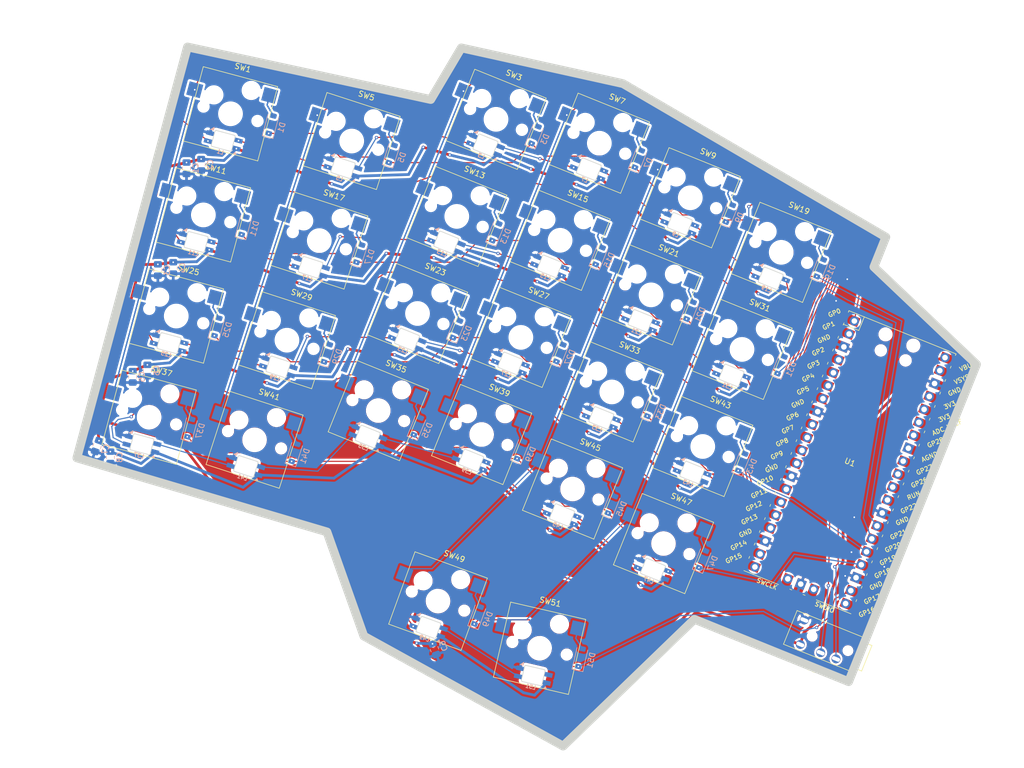
<source format=kicad_pcb>
(kicad_pcb (version 20241229) (generator "pcbnew") (generator_version "9.0")
  (layers (0 "F.Cu" signal) (2 "B.Cu" signal) (13 "F.Paste" user) (15 "B.Paste" user) (5 "F.SilkS" user "F.Silkscreen") (7 "B.SilkS" user "B.Silkscreen") (1 "F.Mask" user) (3 "B.Mask" user) (25 "Edge.Cuts" user))
  (net 0 "")
  (net 1 "L_RGB")
  (net 4 "L_RX")
  (net 5 "L_TX")
  (net 6 "L_C0")
  (net 7 "Net-(D9-A)")
  (net 8 "L_C1")
  (net 9 "L_C2")
  (net 10 "Net-(D11-A)")
  (net 11 "L_C3")
  (net 12 "L_C4")
  (net 13 "L_C5")
  (net 14 "Net-(D13-A)")
  (net 15 "Net-(D1-A)")
  (net 16 "Net-(D3-A)")
  (net 17 "Net-(D5-A)")
  (net 18 "Net-(D7-A)")
  (net 19 "Net-(D15-A)")
  (net 20 "Net-(D17-A)")
  (net 21 "Net-(D19-A)")
  (net 22 "Net-(D21-A)")
  (net 24 "L_R2")
  (net 25 "L_R0")
  (net 26 "L_R1")
  (net 27 "L_R3")
  (net 28 "L_R4")
  (net 46 "Net-(D23-A)")
  (net 47 "Net-(D29-A)")
  (net 48 "Net-(D25-A)")
  (net 49 "Net-(L37-DIN)")
  (net 50 "GND")
  (net 51 "L_VBUS")
  (net 52 "Net-(D31-A)")
  (net 53 "Net-(D33-A)")
  (net 54 "Net-(D35-A)")
  (net 55 "Net-(D39-A)")
  (net 56 "Net-(D41-A)")
  (net 57 "Net-(D45-A)")
  (net 58 "Net-(D47-A)")
  (net 59 "Net-(D49-A)")
  (net 60 "Net-(D51-A)")
  (net 61 "Net-(L27-DOUT)")
  (net 62 "Net-(L3-DIN)")
  (net 63 "Net-(L19-DIN)")
  (net 64 "Net-(D37-A)")
  (net 65 "Net-(D27-A)")
  (net 66 "Net-(D43-A)")
  (net 67 "Net-(L1-DOUT)")
  (net 68 "Net-(L3-DOUT)")
  (net 69 "Net-(L11-DIN)")
  (net 70 "Net-(L7-DOUT)")
  (net 71 "Net-(L11-DOUT)")
  (net 72 "Net-(L13-DOUT)")
  (net 73 "Net-(L15-DOUT)")
  (net 74 "Net-(L13-DIN)")
  (net 75 "Net-(L21-DOUT)")
  (net 76 "Net-(L23-DIN)")
  (net 77 "Net-(L23-DOUT)")
  (net 78 "Net-(L25-DOUT)")
  (net 79 "Net-(L25-DIN)")
  (net 80 "Net-(L33-DOUT)")
  (net 81 "Net-(L35-DOUT)")
  (net 82 "Net-(L37-DOUT)")
  (net 83 "Net-(L39-DOUT)")
  (net 84 "Net-(L35-DIN)")
  (net 85 "Net-(L45-DOUT)")
  (net 86 "Net-(L47-DOUT)")
  (net 87 "Net-(L49-DOUT)")
  (footprint "CherryMX_PCB_KailhSocket:CherryMX_1.00u_PCB_KailhSocket" (layer "F.Cu") (at 113.341918 135.34282 -13)
    (property "Reference" "SW51")
    (property "Value" "CherryMX")
  )
  (footprint "CherryMX_PCB_KailhSocket:CherryMX_1.00u_PCB_KailhSocket" (layer "F.Cu") (at 109.941283 78.781732 -22)
    (property "Reference" "SW27")
    (property "Value" "CherryMX")
  )
  (footprint "footprints:PJ-320A" (layer "F.Cu") (at 172.014587 139.205228 158)
    (property "Reference" "J1")
    (property "Value" "L_TRRS")
  )
  (footprint "CherryMX_PCB_KailhSocket:CherryMX_1.00u_PCB_KailhSocket" (layer "F.Cu") (at 117.077528 61.118877 -22)
    (property "Reference" "SW15")
    (property "Value" "CherryMX")
  )
  (footprint "CherryMX_PCB_KailhSocket:CherryMX_1.00u_PCB_KailhSocket" (layer "F.Cu") (at 140.749877 53.381148 -22)
    (property "Reference" "SW9")
    (property "Value" "CherryMX")
  )
  (footprint "CherryMX_PCB_KailhSocket:CherryMX_1.00u_PCB_KailhSocket" (layer "F.Cu") (at 143.013436 98.631984 -22)
    (property "Reference" "SW43")
    (property "Value" "CherryMX")
  )
  (footprint "CherryMX_PCB_KailhSocket:CherryMX_1.00u_PCB_KailhSocket" (layer "F.Cu") (at 126.47735 88.706858 -22)
    (property "Reference" "SW33")
    (property "Value" "CherryMX")
  )
  (footprint "CherryMX_PCB_KailhSocket:CherryMX_1.00u_PCB_KailhSocket" (layer "F.Cu") (at 102.80502 96.444587 -22)
    (property "Reference" "SW39")
    (property "Value" "CherryMX")
  )
  (footprint "CherryMX_PCB_KailhSocket:CherryMX_1.00u_PCB_KailhSocket" (layer "F.Cu") (at 119.341106 106.369713 -22)
    (property "Reference" "SW45")
    (property "Value" "CherryMX")
  )
  (footprint "CherryMX_PCB_KailhSocket:CherryMX_1.00u_PCB_KailhSocket" (layer "F.Cu") (at 98.287903 56.771495 -22)
    (property "Reference" "SW13")
    (property "Value" "CherryMX")
  )
  (footprint "CherryMX_PCB_KailhSocket:CherryMX_1.00u_PCB_KailhSocket" (layer "F.Cu") (at 67.408958 79.296158 -18)
    (property "Reference" "SW29")
    (property "Value" "CherryMX")
  )
  (footprint "CherryMX_PCB_KailhSocket:CherryMX_1.00u_PCB_KailhSocket" (layer "F.Cu") (at 42.358494 93.302671 -15)
    (property "Reference" "SW37")
    (property "Value" "CherryMX")
  )
  (footprint "MCU_RaspberryPi_and_Boards:RPi_Pico_SMD_TH" (layer "F.Cu") (at 169.779921 101.504466 -22)
    (property "Reference" "U1")
    (property "Value" "Pico")
  )
  (footprint "CherryMX_PCB_KailhSocket:CherryMX_1.00u_PCB_KailhSocket" (layer "F.Cu") (at 91.151659 74.43435 -22)
    (property "Reference" "SW23")
    (property "Value" "CherryMX")
  )
  (footprint "CherryMX_PCB_KailhSocket:CherryMX_1.00u_PCB_KailhSocket" (layer "F.Cu") (at 47.288996 74.90178 -15)
    (property "Reference" "SW25")
    (property "Value" "CherryMX")
  )
  (footprint "CherryMX_PCB_KailhSocket:CherryMX_1.00u_PCB_KailhSocket" (layer "F.Cu") (at 84.015395 92.097206 -22)
    (property "Reference" "SW35")
    (property "Value" "CherryMX")
  )
  (footprint "CherryMX_PCB_KailhSocket:CherryMX_1.00u_PCB_KailhSocket" (layer "F.Cu") (at 79.182506 43.060905 -18)
    (property "Reference" "SW5")
    (property "Value" "CherryMX")
  )
  (footprint "CherryMX_PCB_KailhSocket:CherryMX_1.00u_PCB_KailhSocket" (layer "F.Cu") (at 133.613613 71.044003 -22)
    (property "Reference" "SW21")
    (property "Value" "CherryMX")
  )
  (footprint "CherryMX_PCB_KailhSocket:CherryMX_1.00u_PCB_KailhSocket" (layer "F.Cu") (at 61.522184 97.413775 -18)
    (property "Reference" "SW41")
    (property "Value" "CherryMX")
  )
  (footprint "CherryMX_PCB_KailhSocket:CherryMX_1.00u_PCB_KailhSocket" (layer "F.Cu") (at 57.15 38.1 -15)
    (property "Reference" "SW1")
    (property "Value" "CherryMX")
  )
  (footprint "CherryMX_PCB_KailhSocket:CherryMX_1.00u_PCB_KailhSocket" (layer "F.Cu") (at 124.213791 43.456022 -22)
    (property "Reference" "SW7")
    (property "Value" "CherryMX")
  )
  (footprint "CherryMX_PCB_KailhSocket:CherryMX_1.00u_PCB_KailhSocket" (layer "F.Cu") (at 105.424166 39.10864 -22)
    (property "Reference" "SW3")
    (property "Value" "CherryMX")
  )
  (footprint "CherryMX_PCB_KailhSocket:CherryMX_1.00u_PCB_KailhSocket" (layer "F.Cu") (at 73.295732 61.178522 -18)
    (property "Reference" "SW17")
    (property "Value" "CherryMX")
  )
  (footprint "CherryMX_PCB_KailhSocket:CherryMX_1.00u_PCB_KailhSocket" (layer "F.Cu") (at 135.877173 116.29484 -22)
    (property "Reference" "SW47")
    (property "Value" "CherryMX")
  )
  (footprint "CherryMX_PCB_KailhSocket:CherryMX_1.00u_PCB_KailhSocket" (layer "F.Cu") (at 52.219498 56.50089 -15)
    (property "Reference" "SW11")
    (property "Value" "CherryMX")
  )
  (footprint "CherryMX_PCB_KailhSocket:CherryMX_1.00u_PCB_KailhSocket" (layer "F.Cu") (at 94.880163 126.765291 -20)
    (property "Reference" "SW49")
    (property "Value" "CherryMX")
  )
  (footprint "CherryMX_PCB_KailhSocket:CherryMX_1.00u_PCB_KailhSocket" (layer "F.Cu") (at 150.14968 80.969129 -22)
    (property "Reference" "SW31")
    (property "Value" "CherryMX")
  )
  (footprint "CherryMX_PCB_KailhSocket:CherryMX_1.00u_PCB_KailhSocket" (layer "F.Cu") (at 157.285944 63.306274 -22)
    (property "Reference" "SW19")
    (property "Value" "CherryMX")
  )
  (footprint "footprints:SK6812-MINI-E" (layer "B.Cu") (at 59.946198 102.264163 162)
    (property "Reference" "L41")
    (property "Value" "WS2812B" (hide yes))
    (fp_line (start 1.9 -1.3) (end 1.9 1.3) (stroke (width 0.12)) (layer "Edge.Cuts"))
    (fp_line (start 1.7 1.5) (end -1.7 1.5) (stroke (width 0.12)) (layer "Edge.Cuts"))
    (fp_line (start -1.7 -1.5) (end 1.7 -1.5) (stroke (width 0.12)) (layer "Edge.Cuts"))
    (fp_line (start -1.9 1.3) (end -1.9 -1.3) (stroke (width 0.12)) (layer "Edge.Cuts"))
    (fp_arc (start 1.7 -1.5) (mid 1.841422 -1.441421) (end 1.9 -1.3) (stroke (width 0.12)) (layer "Edge.Cuts"))
    (fp_arc (start 1.9 1.3) (mid 1.841421 1.441421) (end 1.7 1.5) (stroke (width 0.12)) (layer "Edge.Cuts"))
    (fp_arc (start -1.9 -1.3) (mid -1.841421 -1.441421) (end -1.7 -1.5) (stroke (width 0.12)) (layer "Edge.Cuts"))
    (fp_arc (start -1.7 1.5) (mid -1.841421 1.441421) (end -1.9 1.3) (stroke (width 0.12)) (layer "Edge.Cuts"))
  )
  (footprint "Diode_SMD:D_SOD-123" (layer "B.Cu") (at 150.078576 101.486486 68)
    (property "Reference" "D43")
    (property "Value" "D")
  )
  (footprint "Diode_SMD:D_SOD-123" (layer "B.Cu") (at 86.429556 45.415614 72)
    (property "Reference" "D5")
    (property "Value" "D")
  )
  (footprint "Capacitor_SMD:C_0805_2012Metric_Pad1.18x1.45mm_HandSolder" (layer "B.Cu") (at 49.149 48.006 90)
    (property "Reference" "C1")
    (property "Value" "C 10uf")
  )
  (footprint "Diode_SMD:D_SOD-123" (layer "B.Cu") (at 68.769234 99.768484 72)
    (property "Reference" "D41")
    (property "Value" "D")
  )
  (footprint "Diode_SMD:D_SOD-123" (layer "B.Cu") (at 105.353043 59.625997 68)
    (property "Reference" "D13")
    (property "Value" "D")
  )
  (footprint "Diode_SMD:D_SOD-123" (layer "B.Cu") (at 109.87016 99.299089 68)
    (property "Reference" "D39")
    (property "Value" "D")
  )
  (footprint "footprints:SK6812-MINI-E" (layer "B.Cu") (at 41.038517 98.228892 165)
    (property "Reference" "L37")
    (property "Value" "WS2812B" (hide yes))
    (fp_line (start 1.9 -1.3) (end 1.9 1.3) (stroke (width 0.12)) (layer "Edge.Cuts"))
    (fp_line (start 1.7 1.5) (end -1.7 1.5) (stroke (width 0.12)) (layer "Edge.Cuts"))
    (fp_line (start -1.7 -1.5) (end 1.7 -1.5) (stroke (width 0.12)) (layer "Edge.Cuts"))
    (fp_line (start -1.9 1.3) (end -1.9 -1.3) (stroke (width 0.12)) (layer "Edge.Cuts"))
    (fp_arc (start 1.7 -1.5) (mid 1.841422 -1.441421) (end 1.9 -1.3) (stroke (width 0.12)) (layer "Edge.Cuts"))
    (fp_arc (start 1.9 1.3) (mid 1.841421 1.441421) (end 1.7 1.5) (stroke (width 0.12)) (layer "Edge.Cuts"))
    (fp_arc (start -1.9 -1.3) (mid -1.84142 -1.441421) (end -1.7 -1.5) (stroke (width 0.12)) (layer "Edge.Cuts"))
    (fp_arc (start -1.7 1.5) (mid -1.841421 1.441421) (end -1.9 1.3) (stroke (width 0.12)) (layer "Edge.Cuts"))
  )
  (footprint "Diode_SMD:D_SOD-123" (layer "B.Cu") (at 98.216799 77.288852 68)
    (property "Reference" "D23")
    (property "Value" "D")
  )
  (footprint "footprints:SK6812-MINI-E" (layer "B.Cu") (at 131.70312 75.77264 158)
    (property "Reference" "L21")
    (property "Value" "WS2812B" (hide yes))
    (fp_line (start 1.9 -1.3) (end 1.9 1.3) (stroke (width 0.12)) (layer "Edge.Cuts"))
    (fp_line (start 1.699999 1.5) (end -1.699999 1.5) (stroke (width 0.12)) (layer "Edge.Cuts"))
    (fp_line (start -1.699999 -1.5) (end 1.699999 -1.5) (stroke (width 0.12)) (layer "Edge.Cuts"))
    (fp_line (start -1.9 1.3) (end -1.9 -1.3) (stroke (width 0.12)) (layer "Edge.Cuts"))
    (fp_arc (start 1.699999 -1.5) (mid 1.841421 -1.441421) (end 1.9 -1.3) (stroke (width 0.12)) (layer "Edge.Cuts"))
    (fp_arc (start 1.9 1.3) (mid 1.841421 1.441422) (end 1.699999 1.5) (stroke (width 0.12)) (layer "Edge.Cuts"))
    (fp_arc (start -1.9 -1.3) (mid -1.841421 -1.441422) (end -1.699999 -1.5) (stroke (width 0.12)) (layer "Edge.Cuts"))
    (fp_arc (start -1.699999 1.5) (mid -1.841421 1.441421) (end -1.9 1.3) (stroke (width 0.12)) (layer "Edge.Cuts"))
  )
  (footprint "footprints:SK6812-MINI-E" (layer "B.Cu") (at 65.832972 84.146546 162)
    (property "Reference" "L29")
    (property "Value" "WS2812B" (hide yes))
    (fp_line (start 1.9 -1.3) (end 1.9 1.3) (stroke (width 0.12)) (layer "Edge.Cuts"))
    (fp_line (start 1.7 1.5) (end -1.7 1.5) (stroke (width 0.12)) (layer "Edge.Cuts"))
    (fp_line (start -1.7 -1.5) (end 1.7 -1.5) (stroke (width 0.12)) (layer "Edge.Cuts"))
    (fp_line (start -1.9 1.3) (end -1.9 -1.3) (stroke (width 0.12)) (layer "Edge.Cuts"))
    (fp_arc (start 1.7 -1.5) (mid 1.841422 -1.441421) (end 1.9 -1.3) (stroke (width 0.12)) (layer "Edge.Cuts"))
    (fp_arc (start 1.9 1.3) (mid 1.841421 1.441421) (end 1.7 1.5) (stroke (width 0.12)) (layer "Edge.Cuts"))
    (fp_arc (start -1.9 -1.3) (mid -1.841421 -1.441421) (end -1.7 -1.5) (stroke (width 0.12)) (layer "Edge.Cuts"))
    (fp_arc (start -1.7 1.5) (mid -1.841421 1.441421) (end -1.9 1.3) (stroke (width 0.12)) (layer "Edge.Cuts"))
  )
  (footprint "footprints:SK6812-MINI-E" (layer "B.Cu") (at 93.135861 131.557723 160)
    (property "Reference" "L49")
    (property "Value" "WS2812B" (hide yes))
    (fp_line (start 1.9 -1.3) (end 1.9 1.3) (stroke (width 0.12)) (layer "Edge.Cuts"))
    (fp_line (start 1.7 1.5) (end -1.7 1.5) (stroke (width 0.12)) (layer "Edge.Cuts"))
    (fp_line (start -1.7 -1.5) (end 1.7 -1.5) (stroke (width 0.12)) (layer "Edge.Cuts"))
    (fp_line (start -1.9 1.3) (end -1.9 -1.3) (stroke (width 0.12)) (layer "Edge.Cuts"))
    (fp_arc (start 1.7 -1.5) (mid 1.841421 -1.441421) (end 1.9 -1.3) (stroke (width 0.12)) (layer "Edge.Cuts"))
    (fp_arc (start 1.9 1.3) (mid 1.841422 1.441422) (end 1.7 1.5) (stroke (width 0.12)) (layer "Edge.Cuts"))
    (fp_arc (start -1.9 -1.3) (mid -1.84142 -1.441421) (end -1.7 -1.5) (stroke (width 0.12)) (layer "Edge.Cuts"))
    (fp_arc (start -1.7 1.5) (mid -1.841421 1.441421) (end -1.9 1.3) (stroke (width 0.12)) (layer "Edge.Cuts"))
  )
  (footprint "footprints:SK6812-MINI-E" (layer "B.Cu") (at 89.241166 79.162987 158)
    (property "Reference" "L23")
    (property "Value" "WS2812B" (hide yes))
    (fp_line (start 1.9 -1.3) (end 1.9 1.3) (stroke (width 0.12)) (layer "Edge.Cuts"))
    (fp_line (start 1.699999 1.5) (end -1.699999 1.5) (stroke (width 0.12)) (layer "Edge.Cuts"))
    (fp_line (start -1.699999 -1.5) (end 1.699999 -1.5) (stroke (width 0.12)) (layer "Edge.Cuts"))
    (fp_line (start -1.9 1.3) (end -1.9 -1.3) (stroke (width 0.12)) (layer "Edge.Cuts"))
    (fp_arc (start 1.699999 -1.5) (mid 1.841421 -1.441421) (end 1.9 -1.3) (stroke (width 0.12)) (layer "Edge.Cuts"))
    (fp_arc (start 1.9 1.3) (mid 1.841421 1.441422) (end 1.699999 1.5) (stroke (width 0.12)) (layer "Edge.Cuts"))
    (fp_arc (start -1.9 -1.3) (mid -1.841421 -1.441422) (end -1.699999 -1.5) (stroke (width 0.12)) (layer "Edge.Cuts"))
    (fp_arc (start -1.699999 1.5) (mid -1.841421 1.441421) (end -1.9 1.3) (stroke (width 0.12)) (layer "Edge.Cuts"))
  )
  (footprint "footprints:SK6812-MINI-E" (layer "B.Cu") (at 82.104902 96.825843 158)
    (property "Reference" "L35")
    (property "Value" "WS2812B" (hide yes))
    (fp_line (start 1.9 -1.3) (end 1.9 1.3) (stroke (width 0.12)) (layer "Edge.Cuts"))
    (fp_line (start 1.699999 1.5) (end -1.699999 1.5) (stroke (width 0.12)) (layer "Edge.Cuts"))
    (fp_line (start -1.699999 -1.5) (end 1.699999 -1.5) (stroke (width 0.12)) (layer "Edge.Cuts"))
    (fp_line (start -1.9 1.3) (end -1.9 -1.3) (stroke (width 0.12)) (layer "Edge.Cuts"))
    (fp_arc (start 1.699999 -1.5) (mid 1.841421 -1.441421) (end 1.9 -1.3) (stroke (width 0.12)) (layer "Edge.Cuts"))
    (fp_arc (start 1.9 1.3) (mid 1.841421 1.441422) (end 1.699999 1.5) (stroke (width 0.12)) (layer "Edge.Cuts"))
    (fp_arc (start -1.9 -1.3) (mid -1.841421 -1.441422) (end -1.699999 -1.5) (stroke (width 0.12)) (layer "Edge.Cuts"))
    (fp_arc (start -1.699999 1.5) (mid -1.841421 1.441421) (end -1.9 1.3) (stroke (width 0.12)) (layer "Edge.Cuts"))
  )
  (footprint "footprints:SK6812-MINI-E" (layer "B.Cu") (at 50.899521 61.427111 165)
    (property "Reference" "L11")
    (property "Value" "WS2812B" (hide yes))
    (fp_line (start 1.9 -1.3) (end 1.9 1.3) (stroke (width 0.12)) (layer "Edge.Cuts"))
    (fp_line (start 1.7 1.5) (end -1.7 1.5) (stroke (width 0.12)) (layer "Edge.Cuts"))
    (fp_line (start -1.7 -1.5) (end 1.7 -1.5) (stroke (width 0.12)) (layer "Edge.Cuts"))
    (fp_line (start -1.9 1.3) (end -1.9 -1.3) (stroke (width 0.12)) (layer "Edge.Cuts"))
    (fp_arc (start 1.7 -1.5) (mid 1.841422 -1.441421) (end 1.9 -1.3) (stroke (width 0.12)) (layer "Edge.Cuts"))
    (fp_arc (start 1.9 1.3) (mid 1.841421 1.441421) (end 1.7 1.5) (stroke (width 0.12)) (layer "Edge.Cuts"))
    (fp_arc (start -1.9 -1.3) (mid -1.84142 -1.441421) (end -1.7 -1.5) (stroke (width 0.12)) (layer "Edge.Cuts"))
    (fp_arc (start -1.7 1.5) (mid -1.841421 1.441421) (end -1.9 1.3) (stroke (width 0.12)) (layer "Edge.Cuts"))
  )
  (footprint "footprints:SK6812-MINI-E" (layer "B.Cu") (at 115.167035 65.847514 158)
    (property "Reference" "L15")
    (property "Value" "WS2812B" (hide yes))
    (fp_line (start 1.9 -1.3) (end 1.9 1.3) (stroke (width 0.12)) (layer "Edge.Cuts"))
    (fp_line (start 1.699999 1.5) (end -1.699999 1.5) (stroke (width 0.12)) (layer "Edge.Cuts"))
    (fp_line (start -1.699999 -1.5) (end 1.699999 -1.5) (stroke (width 0.12)) (layer "Edge.Cuts"))
    (fp_line (start -1.9 1.3) (end -1.9 -1.3) (stroke (width 0.12)) (layer "Edge.Cuts"))
    (fp_arc (start 1.699999 -1.5) (mid 1.841421 -1.441421) (end 1.9 -1.3) (stroke (width 0.12)) (layer "Edge.Cuts"))
    (fp_arc (start 1.9 1.3) (mid 1.841421 1.441422) (end 1.699999 1.5) (stroke (width 0.12)) (layer "Edge.Cuts"))
    (fp_arc (start -1.9 -1.3) (mid -1.841421 -1.441422) (end -1.699999 -1.5) (stroke (width 0.12)) (layer "Edge.Cuts"))
    (fp_arc (start -1.699999 1.5) (mid -1.841421 1.441421) (end -1.9 1.3) (stroke (width 0.12)) (layer "Edge.Cuts"))
  )
  (footprint "Diode_SMD:D_SOD-123" (layer "B.Cu") (at 112.489306 41.963142 68)
    (property "Reference" "D3")
    (property "Value" "D")
  )
  (footprint "footprints:SK6812-MINI-E" (layer "B.Cu") (at 96.37741 61.500132 158)
    (property "Reference" "L13")
    (property "Value" "WS2812B" (hide yes))
    (fp_line (start 1.9 -1.3) (end 1.9 1.3) (stroke (width 0.12)) (layer "Edge.Cuts"))
    (fp_line (start 1.699999 1.5) (end -1.699999 1.5) (stroke (width 0.12)) (layer "Edge.Cuts"))
    (fp_line (start -1.699999 -1.5) (end 1.699999 -1.5) (stroke (width 0.12)) (layer "Edge.Cuts"))
    (fp_line (start -1.9 1.3) (end -1.9 -1.3) (stroke (width 0.12)) (layer "Edge.Cuts"))
    (fp_arc (start 1.699999 -1.5) (mid 1.841421 -1.441421) (end 1.9 -1.3) (stroke (width 0.12)) (layer "Edge.Cuts"))
    (fp_arc (start 1.9 1.3) (mid 1.841421 1.441422) (end 1.699999 1.5) (stroke (width 0.12)) (layer "Edge.Cuts"))
    (fp_arc (start -1.9 -1.3) (mid -1.841421 -1.441422) (end -1.699999 -1.5) (stroke (width 0.12)) (layer "Edge.Cuts"))
    (fp_arc (start -1.699999 1.5) (mid -1.841421 1.441421) (end -1.9 1.3) (stroke (width 0.12)) (layer "Edge.Cuts"))
  )
  (footprint "Diode_SMD:D_SOD-123" (layer "B.Cu") (at 59.579852 58.473091 75)
    (property "Reference" "D11")
    (property "Value" "D")
  )
  (footprint "Diode_SMD:D_SOD-123" (layer "B.Cu") (at 131.278931 46.310524 68)
    (property "Reference" "D7")
    (property "Value" "D")
  )
  (footprint "Diode_SMD:D_SOD-123" (layer "B.Cu") (at 80.542782 63.533231 72)
    (property "Reference" "D17")
    (property "Value" "D")
  )
  (footprint "footprints:SK6812-MINI-E" (layer "B.Cu") (at 138.839384 58.109785 158)
    (property "Reference" "L9")
    (property "Value" "WS2812B" (hide yes))
    (fp_line (start 1.9 -1.3) (end 1.9 1.3) (stroke (width 0.12)) (layer "Edge.Cuts"))
    (fp_line (start 1.699999 1.5) (end -1.699999 1.5) (stroke (width 0.12)) (layer "Edge.Cuts"))
    (fp_line (start -1.699999 -1.5) (end 1.699999 -1.5) (stroke (width 0.12)) (layer "Edge.Cuts"))
    (fp_line (start -1.9 1.3) (end -1.9 -1.3) (stroke (width 0.12)) (layer "Edge.Cuts"))
    (fp_arc (start 1.699999 -1.5) (mid 1.841421 -1.441421) (end 1.9 -1.3) (stroke (width 0.12)) (layer "Edge.Cuts"))
    (fp_arc (start 1.9 1.3) (mid 1.841421 1.441422) (end 1.699999 1.5) (stroke (width 0.12)) (layer "Edge.Cuts"))
    (fp_arc (start -1.9 -1.3) (mid -1.841421 -1.441422) (end -1.699999 -1.5) (stroke (width 0.12)) (layer "Edge.Cuts"))
    (fp_arc (start -1.699999 1.5) (mid -1.841421 1.441421) (end -1.9 1.3) (stroke (width 0.12)) (layer "Edge.Cuts"))
  )
  (footprint "footprints:SK6812-MINI-E" (layer "B.Cu") (at 141.102943 103.360621 158)
    (property "Reference" "L43")
    (property "Value" "WS2812B" (hide yes))
    (fp_line (start 1.9 -1.3) (end 1.9 1.3) (stroke (width 0.12)) (layer "Edge.Cuts"))
    (fp_line (start 1.7 1.5) (end -1.699999 1.5) (stroke (width 0.12)) (layer "Edge.Cuts"))
    (fp_line (start -1.7 -1.5) (end 1.699999 -1.5) (stroke (width 0.12)) (layer "Edge.Cuts"))
    (fp_line (start -1.9 1.3) (end -1.9 -1.3) (stroke (width 0.12)) (layer "Edge.Cuts"))
    (fp_arc (start 1.699999 -1.5) (mid 1.841421 -1.441421) (end 1.9 -1.3) (stroke (width 0.12)) (layer "Edge.Cuts"))
    (fp_arc (start 1.9 1.3) (mid 1.841421 1.441421) (end 1.7 1.5) (stroke (width 0.12)) (layer "Edge.Cuts"))
    (fp_arc (start -1.9 -1.3) (mid -1.841421 -1.441421) (end -1.7 -1.5) (stroke (width 0.12)) (layer "Edge.Cuts"))
    (fp_arc (start -1.699999 1.5) (mid -1.841421 1.441421) (end -1.9 1.3) (stroke (width 0.12)) (layer "Edge.Cuts"))
  )
  (footprint "Diode_SMD:D_SOD-123" (layer "B.Cu") (at 147.815017 56.23565 68)
    (property "Reference" "D9")
    (property "Value" "D")
  )
  (footprint "footprints:SK6812-MINI-E" (layer "B.Cu") (at 155.375451 68.034911 158)
    (property "Reference" "L19")
    (property "Value" "WS2812B" (hide yes))
    (fp_line (start 1.9 -1.3) (end 1.9 1.3) (stroke (width 0.12)) (layer "Edge.Cuts"))
    (fp_line (start 1.7 1.5) (end -1.699999 1.5) (stroke (width 0.12)) (layer "Edge.Cuts"))
    (fp_line (start -1.7 -1.5) (end 1.699999 -1.5) (stroke (width 0.12)) (layer "Edge.Cuts"))
    (fp_line (start -1.9 1.3) (end -1.9 -1.3) (stroke (width 0.12)) (layer "Edge.Cuts"))
    (fp_arc (start 1.699999 -1.5) (mid 1.841421 -1.441421) (end 1.9 -1.3) (stroke (width 0.12)) (layer "Edge.Cuts"))
    (fp_arc (start 1.9 1.3) (mid 1.841421 1.441421) (end 1.7 1.5) (stroke (width 0.12)) (layer "Edge.Cuts"))
    (fp_arc (start -1.9 -1.3) (mid -1.841421 -1.441421) (end -1.7 -1.5) (stroke (width 0.12)) (layer "Edge.Cuts"))
    (fp_arc (start -1.699999 1.5) (mid -1.841421 1.441421) (end -1.9 1.3) (stroke (width 0.12)) (layer "Edge.Cuts"))
  )
  (footprint "Capacitor_SMD:C_0805_2012Metric_Pad1.18x1.45mm_HandSolder" (layer "B.Cu") (at 42.037 84.8145 90)
    (property "Reference" "C6")
    (property "Value" "C 10uf")
  )
  (footprint "Diode_SMD:D_SOD-123" (layer "B.Cu") (at 140.678753 73.898505 68)
    (property "Reference" "D21")
    (property "Value" "D")
  )
  (footprint "footprints:SK6812-MINI-E" (layer "B.Cu") (at 55.830023 43.026221 165)
    (property "Reference" "L1")
    (property "Value" "WS2812B" (hide yes))
    (fp_line (start 1.9 -1.3) (end 1.9 1.3) (stroke (width 0.12)) (layer "Edge.Cuts"))
    (fp_line (start 1.7 1.5) (end -1.7 1.5) (stroke (width 0.12)) (layer "Edge.Cuts"))
    (fp_line (start -1.7 -1.5) (end 1.7 -1.5) (stroke (width 0.12)) (layer "Edge.Cuts"))
    (fp_line (start -1.9 1.3) (end -1.9 -1.3) (stroke (width 0.12)) (layer "Edge.Cuts"))
    (fp_arc (start 1.7 -1.5) (mid 1.841422 -1.441421) (end 1.9 -1.3) (stroke (width 0.12)) (layer "Edge.Cuts"))
    (fp_arc (start 1.9 1.3) (mid 1.841421 1.441421) (end 1.7 1.5) (stroke (width 0.12)) (layer "Edge.Cuts"))
    (fp_arc (start -1.9 -1.3) (mid -1.84142 -1.441421) (end -1.7 -1.5) (stroke (width 0.12)) (layer "Edge.Cuts"))
    (fp_arc (start -1.7 1.5) (mid -1.841421 1.441421) (end -1.9 1.3) (stroke (width 0.12)) (layer "Edge.Cuts"))
  )
  (footprint "Diode_SMD:D_SOD-123" (layer "B.Cu") (at 117.006423 81.636234 68)
    (property "Reference" "D27")
    (property "Value" "D")
  )
  (footprint "footprints:SK6812-MINI-E" (layer "B.Cu") (at 133.96668 121.023477 158)
    (property "Reference" "L47")
    (property "Value" "WS2812B" (hide yes))
    (fp_line (start 1.9 -1.3) (end 1.9 1.3) (stroke (width 0.12)) (layer "Edge.Cuts"))
    (fp_line (start 1.7 1.5) (end -1.699999 1.5) (stroke (width 0.12)) (layer "Edge.Cuts"))
    (fp_line (start -1.7 -1.5) (end 1.699999 -1.5) (stroke (width 0.12)) (layer "Edge.Cuts"))
    (fp_line (start -1.9 1.3) (end -1.9 -1.3) (stroke (width 0.12)) (layer "Edge.Cuts"))
    (fp_arc (start 1.699999 -1.5) (mid 1.841421 -1.441421) (end 1.9 -1.3) (stroke (width 0.12)) (layer "Edge.Cuts"))
    (fp_arc (start 1.9 1.3) (mid 1.841421 1.441421) (end 1.7 1.5) (stroke (width 0.12)) (layer "Edge.Cuts"))
    (fp_arc (start -1.9 -1.3) (mid -1.841421 -1.441421) (end -1.7 -1.5) (stroke (width 0.12)) (layer "Edge.Cuts"))
    (fp_arc (start -1.699999 1.5) (mid -1.841421 1.441421) (end -1.9 1.3) (stroke (width 0.12)) (layer "Edge.Cuts"))
  )
  (footprint "Diode_SMD:D_SOD-123" (layer "B.Cu") (at 64.510354 40.072201 75)
    (property "Reference" "D1")
    (property "Value" "D")
  )
  (footprint "Diode_SMD:D_SOD-123" (layer "B.Cu") (at 164.351084 66.160776 68)
    (property "Reference" "D19")
    (property "Value" "D")
  )
  (footprint "footprints:SK6812-MINI-E" (layer "B.Cu") (at 71.719746 66.02891 162)
    (property "Reference" "L17")
    (property "Value" "WS2812B" (hide yes))
    (fp_line (start 1.9 -1.3) (end 1.9 1.3) (stroke (width 0.12)) (layer "Edge.Cuts"))
    (fp_line (start 1.7 1.5) (end -1.7 1.5) (stroke (width 0.12)) (layer "Edge.Cuts"))
    (fp_line (start -1.7 -1.5) (end 1.7 -1.5) (stroke (width 0.12)) (layer "Edge.Cuts"))
    (fp_line (start -1.9 1.3) (end -1.9 -1.3) (stroke (width 0.12)) (layer "Edge.Cuts"))
    (fp_arc (start 1.7 -1.5) (mid 1.841422 -1.441421) (end 1.9 -1.3) (stroke (width 0.12)) (layer "Edge.Cuts"))
    (fp_arc (start 1.9 1.3) (mid 1.841421 1.441421) (end 1.7 1.5) (stroke (width 0.12)) (layer "Edge.Cuts"))
    (fp_arc (start -1.9 -1.3) (mid -1.841421 -1.441421) (end -1.7 -1.5) (stroke (width 0.12)) (layer "Edge.Cuts"))
    (fp_arc (start -1.7 1.5) (mid -1.841421 1.441421) (end -1.9 1.3) (stroke (width 0.12)) (layer "Edge.Cuts"))
  )
  (footprint "footprints:SK6812-MINI-E" (layer "B.Cu") (at 45.969019 79.828001 165)
    (property "Reference" "L25")
    (property "Value" "WS2812B" (hide yes))
    (fp_line (start 1.9 -1.3) (end 1.9 1.3) (stroke (width 0.12)) (layer "Edge.Cuts"))
    (fp_line (start 1.7 1.5) (end -1.7 1.5) (stroke (width 0.12)) (layer "Edge.Cuts"))
    (fp_line (start -1.7 -1.5) (end 1.7 -1.5) (stroke (width 0.12)) (layer "Edge.Cuts"))
    (fp_line (start -1.9 1.3) (end -1.9 -1.3) (stroke (width 0.12)) (layer "Edge.Cuts"))
    (fp_arc (start 1.7 -1.5) (mid 1.841422 -1.441421) (end 1.9 -1.3) (stroke (width 0.12)) (layer "Edge.Cuts"))
    (fp_arc (start 1.9 1.3) (mid 1.841421 1.441421) (end 1.7 1.5) (stroke (width 0.12)) (layer "Edge.Cuts"))
    (fp_arc (start -1.9 -1.3) (mid -1.84142 -1.441421) (end -1.7 -1.5) (stroke (width 0.12)) (layer "Edge.Cuts"))
    (fp_arc (start -1.7 1.5) (mid -1.841421 1.441421) (end -1.9 1.3) (stroke (width 0.12)) (layer "Edge.Cuts"))
  )
  (footprint "footprints:SK6812-MINI-E" (layer "B.Cu") (at 112.194668 140.312107 167)
    (property "Reference" "L51")
    (property "Value" "WS2812B" (hide yes))
    (fp_line (start 1.9 -1.3) (end 1.9 1.3) (stroke (width 0.12)) (layer "Edge.Cuts"))
    (fp_line (start 1.7 1.5) (end -1.7 1.5) (stroke (width 0.12)) (layer "Edge.Cuts"))
    (fp_line (start -1.7 -1.5) (end 1.7 -1.5) (stroke (width 0.12)) (layer "Edge.Cuts"))
    (fp_line (start -1.9 1.3) (end -1.9 -1.3) (stroke (width 0.12)) (layer "Edge.Cuts"))
    (fp_arc (start 1.7 -1.5) (mid 1.841421 -1.441421) (end 1.9 -1.3) (stroke (width 0.12)) (layer "Edge.Cuts"))
    (fp_arc (start 1.9 1.3) (mid 1.841422 1.441421) (end 1.7 1.5) (stroke (width 0.12)) (layer "Edge.Cuts"))
    (fp_arc (start -1.9 -1.3) (mid -1.841422 -1.441421) (end -1.7 -1.5) (stroke (width 0.12)) (layer "Edge.Cuts"))
    (fp_arc (start -1.7 1.5) (mid -1.84142 1.441421) (end -1.9 1.3) (stroke (width 0.12)) (layer "Edge.Cuts"))
  )
  (footprint "Capacitor_SMD:C_0805_2012Metric_Pad1.18x1.45mm_HandSolder" (layer "B.Cu") (at 39.37 85.9575 90)
    (property "Reference" "C5")
    (property "Value" "C 10uf")
  )
  (footprint "Diode_SMD:D_SOD-123" (layer "B.Cu") (at 157.21482 83.823631 68)
    (property "Reference" "D31")
    (property "Value" "D")
  )
  (footprint "Diode_SMD:D_SOD-123" (layer "B.Cu") (at 142.942313 119.149342 68)
    (property "Reference" "D47")
    (property "Value" "D")
  )
  (footprint "Diode_SMD:D_SOD-123" (layer "B.Cu") (at 126.406246 109.224215 68)
    (property "Reference" "D45")
    (property "Value" "D")
  )
  (footprint "Capacitor_SMD:C_0805_2012Metric_Pad1.18x1.45mm_HandSolder" (layer "B.Cu") (at 46.736 66.1455 90)
    (property "Reference" "C4")
    (property "Value" "C 10uf")
  )
  (footprint "footprints:SK6812-MINI-E" (layer "B.Cu") (at 103.513673 43.837277 158)
    (property "Reference" "L3")
    (property "Value" "WS2812B" (hide yes))
    (fp_line (start 1.9 -1.3) (end 1.9 1.3) (stroke (width 0.12)) (layer "Edge.Cuts"))
    (fp_line (start 1.699999 1.5) (end -1.699999 1.5) (stroke (width 0.12)) (layer "Edge.Cuts"))
    (fp_line (start -1.699999 -1.5) (end 1.699999 -1.5) (stroke (width 0.12)) (layer "Edge.Cuts"))
    (fp_line (start -1.9 1.3) (end -1.9 -1.3) (stroke (width 0.12)) (layer "Edge.Cuts"))
    (fp_arc (start 1.699999 -1.5) (mid 1.841421 -1.441421) (end 1.9 -1.3) (stroke (width 0.12)) (layer "Edge.Cuts"))
    (fp_arc (start 1.9 1.3) (mid 1.841421 1.441422) (end 1.699999 1.5) (stroke (width 0.12)) (layer "Edge.Cuts"))
    (fp_arc (start -1.9 -1.3) (mid -1.841421 -1.441422) (end -1.699999 -1.5) (stroke (width 0.12)) (layer "Edge.Cuts"))
    (fp_arc (start -1.699999 1.5) (mid -1.841421 1.441421) (end -1.9 1.3) (stroke (width 0.12)) (layer "Edge.Cuts"))
  )
  (footprint "footprints:SK6812-MINI-E" (layer "B.Cu") (at 77.60652 47.911293 162)
    (property "Reference" "L5")
    (property "Value" "WS2812B" (hide yes))
    (fp_line (start 1.9 -1.3) (end 1.9 1.3) (stroke (width 0.12)) (layer "Edge.Cuts"))
    (fp_line (start 1.7 1.5) (end -1.7 1.5) (stroke (width 0.12)) (layer "Edge.Cuts"))
    (fp_line (start -1.7 -1.5) (end 1.7 -1.5) (stroke (width 0.12)) (layer "Edge.Cuts"))
    (fp_line (start -1.9 1.3) (end -1.9 -1.3) (stroke (width 0.12)) (layer "Edge.Cuts"))
    (fp_arc (start 1.7 -1.5) (mid 1.841422 -1.441421) (end 1.9 -1.3) (stroke (width 0.12)) (layer "Edge.Cuts"))
    (fp_arc (start 1.9 1.3) (mid 1.841421 1.441421) (end 1.7 1.5) (stroke (width 0.12)) (layer "Edge.Cuts"))
    (fp_arc (start -1.9 -1.3) (mid -1.841421 -1.441421) (end -1.7 -1.5) (stroke (width 0.12)) (layer "Edge.Cuts"))
    (fp_arc (start -1.7 1.5) (mid -1.841421 1.441421) (end -1.9 1.3) (stroke (width 0.12)) (layer "Edge.Cuts"))
  )
  (footprint "footprints:SK6812-MINI-E" (layer "B.Cu") (at 148.239187 85.697766 158)
    (property "Reference" "L31")
    (property "Value" "WS2812B" (hide yes))
    (fp_line (start 1.9 -1.3) (end 1.9 1.3) (stroke (width 0.12)) (layer "Edge.Cuts"))
    (fp_line (start 1.7 1.5) (end -1.699999 1.5) (stroke (width 0.12)) (layer "Edge.Cuts"))
    (fp_line (start -1.7 -1.5) (end 1.699999 -1.5) (stroke (width 0.12)) (layer "Edge.Cuts"))
    (fp_line (start -1.9 1.3) (end -1.9 -1.3) (stroke (width 0.12)) (layer "Edge.Cuts"))
    (fp_arc (start 1.699999 -1.5) (mid 1.841421 -1.441421) (end 1.9 -1.3) (stroke (width 0.12)) (layer "Edge.Cuts"))
    (fp_arc (start 1.9 1.3) (mid 1.841421 1.441421) (end 1.7 1.5) (stroke (width 0.12)) (layer "Edge.Cuts"))
    (fp_arc (start -1.9 -1.3) (mid -1.841421 -1.441421) (end -1.7 -1.5) (stroke (width 0.12)) (layer "Edge.Cuts"))
    (fp_arc (start -1.699999 1.5) (mid -1.841421 1.441421) (end -1.9 1.3) (stroke (width 0.12)) (layer "Edge.Cuts"))
  )
  (footprint "Diode_SMD:D_SOD-123" (layer "B.Cu") (at 133.54249 91.56136 68)
    (property "Reference" "D33")
    (property "Value" "D")
  )
  (footprint "Diode_SMD:D_SOD-123" (layer "B.Cu") (at 54.64935 76.873981 75)
    (property "Reference" "D25")
    (property "Value" "D")
  )
  (footprint "footprints:SK6812-MINI-E" (layer "B.Cu") (at 124.566857 93.435495 158)
    (property "Reference" "L33")
    (property "Value" "WS2812B" (hide yes))
    (fp_line (start 1.9 -1.3) (end 1.9 1.3) (stroke (width 0.12)) (layer "Edge.Cuts"))
    (fp_line (start 1.699999 1.5) (end -1.699999 1.5) (stroke (width 0.12)) (layer "Edge.Cuts"))
    (fp_line (start -1.699999 -1.5) (end 1.699999 -1.5) (stroke (width 0.12)) (layer "Edge.Cuts"))
    (fp_line (start -1.9 1.3) (end -1.9 -1.3) (stroke (width 0.12)) (layer "Edge.Cuts"))
    (fp_arc (start 1.699999 -1.5) (mid 1.841421 -1.441421) (end 1.9 -1.3) (stroke (width 0.12)) (layer "Edge.Cuts"))
    (fp_arc (start 1.9 1.3) (mid 1.841421 1.441422) (end 1.699999 1.5) (stroke (width 0.12)) (layer "Edge.Cuts"))
    (fp_arc (start -1.9 -1.3) (mid -1.841421 -1.441422) (end -1.699999 -1.5) (stroke (width 0.12)) (layer "Edge.Cuts"))
    (fp_arc (start -1.699999 1.5) (mid -1.841421 1.441421) (end -1.9 1.3) (stroke (width 0.12)) (layer "Edge.Cuts"))
  )
  (footprint "Diode_SMD:D_SOD-123" (layer "B.Cu") (at 91.080535 94.951708 68)
    (property "Reference" "D35")
    (property "Value" "D")
  )
  (footprint "Capacitor_SMD:C_0805_2012Metric_Pad1.18x1.45mm_HandSolder" (layer "B.Cu") (at 43.942 66.5265 90)
    (property "Reference" "C3")
    (property "Value" "C 10uf")
  )
  (footprint "Capacitor_SMD:C_0805_2012Metric_Pad1.18x1.45mm_HandSolder" (layer "B.Cu") (at 94.234 135.509 110)
    (property "Reference" "C9")
    (property "Value" "C 10uf")
  )
  (footprint "Capacitor_SMD:C_0805_2012Metric_Pad1.18x1.45mm_HandSolder" (layer "B.Cu") (at 51.816 47.371 90)
    (property "Reference" "C2")
    (property "Value" "C 10uf")
  )
  (footprint "Capacitor_SMD:C_0805_2012Metric_Pad1.18x1.45mm_HandSolder" (layer "B.Cu") (at 35.306 100.6055 90)
    (property "Reference" "C8")
    (property "Value" "C 10uf")
  )
  (footprint "footprints:SK6812-MINI-E" (layer "B.Cu") (at 117.430613 111.09835 158)
    (property "Reference" "L45")
    (property "Value" "WS2812B" (hide yes))
    (fp_line (start 1.9 -1.3) (end 1.9 1.3) (stroke (width 0.12)) (layer "Edge.Cuts"))
    (fp_line (start 1.699999 1.5) (end -1.699999 1.5) (stroke (width 0.12)) (layer "Edge.Cuts"))
    (fp_line (start -1.699999 -1.5) (end 1.699999 -1.5) (stroke (width 0.12)) (layer "Edge.Cuts"))
    (fp_line (start -1.9 1.3) (end -1.9 -1.3) (stroke (width 0.12)) (layer "Edge.Cuts"))
    (fp_arc (start 1.699999 -1.5) (mid 1.841421 -1.441421) (end 1.9 -1.3) (stroke (width 0.12)) (layer "Edge.Cuts"))
    (fp_arc (start 1.9 1.3) (mid 1.841421 1.441422) (end 1.699999 1.5) (stroke (width 0.12)) (layer "Edge.Cuts"))
    (fp_arc (start -1.9 -1.3) (mid -1.841421 -1.441422) (end -1.699999 -1.5) (stroke (width 0.12)) (layer "Edge.Cuts"))
    (fp_arc (start -1.699999 1.5) (mid -1.841421 1.441421) (end -1.9 1.3) (stroke (width 0.12)) (layer "Edge.Cuts"))
  )
  (footprint "footprints:SK6812-MINI-E" (layer "B.Cu") (at 122.303298 48.184659 158)
    (property "Reference" "L7")
    (property "Value" "WS2812B" (hide yes))
    (fp_line (start 1.9 -1.3) (end 1.9 1.3) (stroke (width 0.12)) (layer "Edge.Cuts"))
    (fp_line (start 1.699999 1.5) (end -1.699999 1.5) (stroke (width 0.12)) (layer "Edge.Cuts"))
    (fp_line (start -1.699999 -1.5) (end 1.699999 -1.5) (stroke (width 0.12)) (layer "Edge.Cuts"))
    (fp_line (start -1.9 1.3) (end -1.9 -1.3) (stroke (width 0.12)) (layer "Edge.Cuts"))
    (fp_arc (start 1.699999 -1.5) (mid 1.841421 -1.441421) (end 1.9 -1.3) (stroke (width 0.12)) (layer "Edge.Cuts"))
    (fp_arc (start 1.9 1.3) (mid 1.841421 1.441422) (end 1.699999 1.5) (stroke (width 0.12)) (layer "Edge.Cuts"))
    (fp_arc (start -1.9 -1.3) (mid -1.841421 -1.441422) (end -1.699999 -1.5) (stroke (width 0.12)) (layer "Edge.Cuts"))
    (fp_arc (start -1.699999 1.5) (mid -1.841421 1.441421) (end -1.9 1.3) (stroke (width 0.12)) (layer "Edge.Cuts"))
  )
  (footprint "Diode_SMD:D_SOD-123" (layer "B.Cu") (at 124.142668 63.973379 68)
    (property "Reference" "D15")
    (property "Value" "D")
  )
  (footprint "footprints:SK6812-MINI-E" (layer "B.Cu") (at 108.03079 83.510369 158)
    (property "Reference" "L27")
    (property "Value" "WS2812B" (hide yes))
    (fp_line (start 1.9 -1.3) (end 1.9 1.3) (stroke (width 0.12)) (layer "Edge.Cuts"))
    (fp_line (start 1.699999 1.5) (end -1.699999 1.5) (stroke (width 0.12)) (layer "Edge.Cuts"))
    (fp_line (start -1.699999 -1.5) (end 1.699999 -1.5) (stroke (width 0.12)) (layer "Edge.Cuts"))
    (fp_line (start -1.9 1.3) (end -1.9 -1.3) (stroke (width 0.12)) (layer "Edge.Cuts"))
    (fp_arc (start 1.699999 -1.5) (mid 1.841421 -1.441421) (end 1.9 -1.3) (stroke (width 0.12)) (layer "Edge.Cuts"))
    (fp_arc (start 1.9 1.3) (mid 1.841421 1.441422) (end 1.699999 1.5) (stroke (width 0.12)) (layer "Edge.Cuts"))
    (fp_arc (start -1.9 -1.3) (mid -1.841421 -1.441422) (end -1.699999 -1.5) (stroke (width 0.12)) (layer "Edge.Cuts"))
    (fp_arc (start -1.699999 1.5) (mid -1.841421 1.441421) (end -1.9 1.3) (stroke (width 0.12)) (layer "Edge.Cuts"))
  )
  (footprint "Diode_SMD:D_SOD-123" (layer "B.Cu") (at 102.04062 129.371484 70)
    (property "Reference" "D49")
    (property "Value" "D")
  )
  (footprint "Diode_SMD:D_SOD-123" (layer "B.Cu") (at 120.766617 137.056947 77)
    (property "Reference" "D51")
    (property "Value" "D")
  )
  (footprint "footprints:SK6812-MINI-E" (layer "B.Cu") (at 100.894527 101.173224 158)
    (property "Reference" "L39")
    (property "Value" "WS2812B" (hide yes))
    (fp_line (start 1.9 -1.3) (end 1.9 1.3) (stroke (width 0.12)) (layer "Edge.Cuts"))
    (fp_line (start 1.699999 1.5) (end -1.699999 1.5) (stroke (width 0.12)) (layer "Edge.Cuts"))
    (fp_line (start -1.699999 -1.5) (end 1.699999 -1.5) (stroke (width 0.12)) (layer "Edge.Cuts"))
    (fp_line (start -1.9 1.3) (end -1.9 -1.3) (stroke (width 0.12)) (layer "Edge.Cuts"))
    (fp_arc (start 1.699999 -1.5) (mid 1.841421 -1.441421) (end 1.9 -1.3) (stroke (width 0.12)) (layer "Edge.Cuts"))
    (fp_arc (start 1.9 1.3) (mid 1.841421 1.441422) (end 1.699999 1.5) (stroke (width 0.12)) (layer "Edge.Cuts"))
    (fp_arc (start -1.9 -1.3) (mid -1.841421 -1.441422) (end -1.699999 -1.5) (stroke (width 0.12)) (layer "Edge.Cuts"))
    (fp_arc (start -1.699999 1.5) (mid -1.841421 1.441421) (end -1.9 1.3) (stroke (width 0.12)) (layer "Edge.Cuts"))
  )
  (footprint "Capacitor_SMD:C_0805_2012Metric_Pad1.18x1.45mm_HandSolder" (layer "B.Cu") (at 32.893 98.552 70)
    (property "Reference" "C7")
    (property "Value" "C 10uf")
  )
  (footprint "Diode_SMD:D_SOD-123" (layer "B.Cu") (at 49.718848 95.274872 75)
    (property "Reference" "D37")
    (property "Value" "D")
  )
  (footprint "Diode_SMD:D_SOD-123" (layer "B.Cu") (at 74.656008 81.650867 72)
    (property "Reference" "D29")
    (property "Value" "D")
  )
  (gr_poly (pts (xy 50.067119 26.103204) (xy 93.560643 35.50722) (xy 98.825589 26.60719) (xy 99.118482 26.112054) (xy 99.680196 26.236302) (xy 128.387486 32.5863) (xy 128.508923 32.613181) (xy 128.616345 32.675967) (xy 175.712178 60.192714) (xy 176.302983 60.537731) (xy 176.048726 61.172729) (xy 174.132085 65.964862) (xy 192.395223 83.321262) (xy 192.786 83.693) (xy 192.58466 84.193328) (xy 169.830495 140.681869) (xy 169.53336 141.419258) (xy 168.796239 141.121078) (xy 141.493627 130.069961) (xy 118.052068 152.729934) (xy 117.630322 153.137649) (xy 117.116757 152.854019) (xy 81.662598 133.274856) (xy 81.398545 133.129073) (xy 81.298001 132.845176) (xy 74.686067 114.17617) (xy 29.962495 100.92955) (xy 29.220384 100.709937) (xy 29.421403 99.962493) (xy 49.132872 26.67287) (xy 49.329009 25.94361)) (stroke (width 1.587499)) (fill no) (layer "Edge.Cuts"))
  (segment (start 48.006 38.989) (end 48.895 31.877) (width 0.2) (layer "F.Cu") (net 1))
  (segment (start 48.895 31.877) (end 51.308 27.94) (width 0.2) (layer "F.Cu") (net 1))
  (segment (start 170.576514 75.801267) (end 173.228 61.595) (width 0.2) (layer "F.Cu") (net 1))
  (segment (start 52.451 27.432) (end 51.308 27.94) (width 0.2) (layer "F.Cu") (net 1))
  (segment (start 127.762 32.893) (end 116.713 30.353) (width 0.2) (layer "F.Cu") (net 1))
  (segment (start 173.228 61.595) (end 171.45 58.293) (width 0.2) (layer "F.Cu") (net 1))
  (segment (start 53.052057 43.058324) (end 48.006 38.989) (width 0.2) (layer "F.Cu") (net 1))
  (segment (start 144.018 42.164) (end 131.699 34.925) (width 0.2) (layer "F.Cu") (net 1))
  (segment (start 93.599 36.195) (end 52.451 27.432) (width 0.2) (layer "F.Cu") (net 1))
  (segment (start 153.543 47.752) (end 144.018 42.164) (width 0.2) (layer "F.Cu") (net 1))
  (segment (start 171.45 58.293) (end 167.259 55.626) (width 0.2) (layer "F.Cu") (net 1))
  (segment (start 99.187 27.051) (end 93.599 36.195) (width 0.2) (layer "F.Cu") (net 1))
  (segment (start 116.713 30.353) (end 99.568 26.67) (width 0.2) (layer "F.Cu") (net 1))
  (segment (start 99.568 26.67) (end 99.187 27.051) (width 0.2) (layer "F.Cu") (net 1))
  (segment (start 131.699 34.925) (end 127.762 32.893) (width 0.2) (layer "F.Cu") (net 1))
  (segment (start 167.259 55.626) (end 153.543 47.752) (width 0.2) (layer "F.Cu") (net 1))
  (via (at 53.052057 43.058324) (size 0.6) (drill 0.3) (layers "F.Cu" "B.Cu") (net 1))
  (segment (start 166.497 92.71) (end 164.867509 89.931549) (width 0.2) (layer "F.Cu") (net 4))
  (segment (start 165.862 123.952) (end 166.497 92.71) (width 0.2) (layer "F.Cu") (net 4))
  (via (at 165.862 123.952) (size 0.6) (drill 0.3) (layers "F.Cu" "B.Cu") (net 4))
  (segment (start 164.458039 136.152184) (end 165.862 123.952) (width 0.2) (layer "B.Cu") (net 4))
  (segment (start 167.64 91.567) (end 165.81901 87.576502) (width 0.2) (layer "F.Cu") (net 5))
  (segment (start 167.005 120.523) (end 167.64 119.888) (width 0.2) (layer "F.Cu") (net 5))
  (segment (start 167.64 119.888) (end 167.64 91.567) (width 0.2) (layer "F.Cu") (net 5))
  (via (at 167.005 120.523) (size 0.6) (drill 0.3) (layers "F.Cu" "B.Cu") (net 5))
  (segment (start 167.23959 120.75759) (end 167.23959 137.276004) (width 0.2) (layer "B.Cu") (net 5))
  (segment (start 167.005 120.523) (end 167.23959 120.75759) (width 0.2) (layer "B.Cu") (net 5))
  (segment (start 52.705 28.067) (end 93.726 37.084) (width 0.2) (layer "F.Cu") (net 6))
  (segment (start 162.687 53.594) (end 168.656 57.023) (width 0.2) (layer "F.Cu") (net 6))
  (segment (start 50.64989 33.7287) (end 52.705 28.067) (width 0.2) (layer "F.Cu") (net 6))
  (segment (start 170.561 60.833) (end 170.688 61.214) (width 0.2) (layer "F.Cu") (net 6))
  (segment (start 145.415 43.561) (end 162.687 53.594) (width 0.2) (layer "F.Cu") (net 6))
  (segment (start 156.845 93.599) (end 157.48 95.123) (width 0.2) (layer "F.Cu") (net 6))
  (segment (start 93.726 37.084) (end 96.393 33.401) (width 0.2) (layer "F.Cu") (net 6))
  (segment (start 99.695 27.178) (end 119.253 31.369) (width 0.2) (layer "F.Cu") (net 6))
  (segment (start 157.48 95.123) (end 162.013007 96.99669) (width 0.2) (layer "F.Cu") (net 6))
  (segment (start 170.688 61.214) (end 156.845 93.599) (width 0.2) (layer "F.Cu") (net 6))
  (segment (start 119.253 31.369) (end 127.508 33.401) (width 0.2) (layer "F.Cu") (net 6))
  (segment (start 168.656 57.023) (end 170.561 60.833) (width 0.2) (layer "F.Cu") (net 6))
  (segment (start 127.508 33.401) (end 136.017 37.973) (width 0.2) (layer "F.Cu") (net 6))
  (segment (start 136.017 37.973) (end 145.415 43.561) (width 0.2) (layer "F.Cu") (net 6))
  (segment (start 96.393 33.401) (end 99.695 27.178) (width 0.2) (layer "F.Cu") (net 6))
  (via (at 50.64989 33.7287) (size 0.6) (drill 0.3) (layers "F.Cu" "B.Cu") (net 6))
  (segment (start 45.719386 52.129585) (end 45.719388 52.129589) (width 0.2) (layer "B.Cu") (net 6))
  (segment (start 45.719388 52.129589) (end 40.788884 70.530477) (width 0.2) (layer "B.Cu") (net 6))
  (segment (start 35.858381 88.931365) (end 35.858384 88.93137) (width 0.2) (layer "B.Cu") (net 6))
  (segment (start 40.788886 70.530481) (end 40.788885 70.530479) (width 0.2) (layer "B.Cu") (net 6))
  (segment (start 45.719388 52.129589) (end 50.64989 33.728702) (width 0.2) (layer "B.Cu") (net 6))
  (segment (start 45.719388 52.129589) (end 40.788884 70.530477) (width 0.2) (layer "B.Cu") (net 6))
  (segment (start 45.719386 52.129585) (end 45.719388 52.129589) (width 0.2) (layer "B.Cu") (net 6))
  (segment (start 35.858381 88.931365) (end 35.858384 88.93137) (width 0.2) (layer "B.Cu") (net 6))
  (segment (start 40.788885 70.530479) (end 45.719388 52.129588) (width 0.2) (layer "B.Cu") (net 6))
  (segment (start 45.719388 52.129589) (end 40.788884 70.530477) (width 0.2) (layer "B.Cu") (net 6))
  (segment (start 35.858381 88.931365) (end 35.858384 88.93137) (width 0.2) (layer "B.Cu") (net 6))
  (segment (start 35.858384 88.93137) (end 40.788886 70.530481) (width 0.2) (layer "B.Cu") (net 6))
  (segment (start 40.788884 70.530477) (end 40.788885 70.530479) (width 0.2) (layer "B.Cu") (net 6))
  (segment (start 40.788885 70.530479) (end 35.858381 88.931365) (width 0.2) (layer "B.Cu") (net 6))
  (segment (start 40.788885 70.530479) (end 35.858381 88.931365) (width 0.2) (layer "B.Cu") (net 6))
  (segment (start 50.64989 33.7287) (end 45.719386 52.129585) (width 0.2) (layer "B.Cu") (net 6))
  (segment (start 50.64989 33.7287) (end 45.719386 52.129585) (width 0.2) (layer "B.Cu") (net 6))
  (segment (start 40.788884 70.530477) (end 40.788885 70.530479) (width 0.2) (layer "B.Cu") (net 6))
  (segment (start 50.64989 33.7287) (end 45.719386 52.129585) (width 0.2) (layer "B.Cu") (net 6))
  (segment (start 45.719386 52.129585) (end 45.719388 52.129589) (width 0.2) (layer "B.Cu") (net 6))
  (segment (start 40.788885 70.530479) (end 35.858381 88.931365) (width 0.2) (layer "B.Cu") (net 6))
  (segment (start 45.719388 52.129588) (end 45.719388 52.129589) (width 0.2) (layer "B.Cu") (net 6))
  (segment (start 40.788884 70.530477) (end 40.788885 70.530479) (width 0.2) (layer "B.Cu") (net 6))
  (segment (start 50.64989 33.728702) (end 50.64989 33.7287) (width 0.2) (layer "B.Cu") (net 6))
  (segment (start 148.229889 50.924313) (end 147.54623 52.616425) (width 0.2) (layer "B.Cu") (net 7))
  (segment (start 148.229889 50.924313) (end 147.54623 52.616425) (width 0.2) (layer "B.Cu") (net 7))
  (segment (start 148.229889 50.924313) (end 147.54623 52.616425) (width 0.2) (layer "B.Cu") (net 7))
  (segment (start 147.54623 52.616425) (end 148.433118 54.705797) (width 0.2) (layer "B.Cu") (net 7))
  (segment (start 148.229889 50.924313) (end 147.54623 52.616425) (width 0.2) (layer "B.Cu") (net 7))
  (segment (start 148.229889 50.924313) (end 147.54623 52.616425) (width 0.2) (layer "B.Cu") (net 7))
  (segment (start 148.229889 50.924313) (end 147.54623 52.616425) (width 0.2) (layer "B.Cu") (net 7))
  (segment (start 148.229889 50.924313) (end 147.54623 52.616425) (width 0.2) (layer "B.Cu") (net 7))
  (segment (start 148.229889 50.924313) (end 147.54623 52.616425) (width 0.2) (layer "B.Cu") (net 7))
  (segment (start 147.54623 52.616425) (end 148.433118 54.705797) (width 0.2) (layer "B.Cu") (net 7))
  (segment (start 147.54623 52.616425) (end 148.433118 54.705797) (width 0.2) (layer "B.Cu") (net 7))
  (segment (start 147.54623 52.616425) (end 148.433118 54.705797) (width 0.2) (layer "B.Cu") (net 7))
  (segment (start 147.54623 52.616425) (end 148.433118 54.705797) (width 0.2) (layer "B.Cu") (net 7))
  (segment (start 147.54623 52.616425) (end 148.433118 54.705797) (width 0.2) (layer "B.Cu") (net 7))
  (segment (start 147.54623 52.616425) (end 148.433118 54.705797) (width 0.2) (layer "B.Cu") (net 7))
  (segment (start 147.54623 52.616425) (end 148.433118 54.705797) (width 0.2) (layer "B.Cu") (net 7))
  (segment (start 147.54623 52.616425) (end 148.433118 54.705797) (width 0.2) (layer "B.Cu") (net 7))
  (segment (start 148.229889 50.924313) (end 147.54623 52.616425) (width 0.2) (layer "B.Cu") (net 7))
  (segment (start 147.54623 52.616425) (end 148.433118 54.705797) (width 0.2) (layer "B.Cu") (net 7))
  (segment (start 148.229889 50.924313) (end 147.54623 52.616425) (width 0.2) (layer "B.Cu") (net 7))
  (segment (start 147.54623 52.616425) (end 148.433118 54.705797) (width 0.2) (layer "B.Cu") (net 7))
  (segment (start 147.54623 52.616425) (end 148.433118 54.705797) (width 0.2) (layer "B.Cu") (net 7))
  (segment (start 148.229889 50.924313) (end 147.54623 52.616425) (width 0.2) (layer "B.Cu") (net 7))
  (segment (start 148.229889 50.924313) (end 147.54623 52.616425) (width 0.2) (layer "B.Cu") (net 7))
  (segment (start 72.92008 38.355406) (end 78.74 34.417) (width 0.2) (layer "F.Cu") (net 8))
  (segment (start 131.064 35.814) (end 148.580927 45.86262) (width 0.2) (layer "F.Cu") (net 8))
  (segment (start 118.364 31.623) (end 126.603657 33.590333) (width 0.2) (layer "F.Cu") (net 8))
  (segment (start 93.472 37.592) (end 94.107 37.592) (width 0.2) (layer "F.Cu") (net 8))
  (segment (start 156.337 97.663) (end 155.448 95.758) (width 0.2) (layer "F.Cu") (net 8))
  (segment (start 78.74 34.417) (end 93.472 37.592) (width 0.2) (layer "F.Cu") (net 8))
  (segment (start 97.409 32.639) (end 99.949 27.686) (width 0.2) (layer "F.Cu") (net 8))
  (segment (start 170.18 61.087) (end 168.275 57.404) (width 0.2) (layer "F.Cu") (net 8))
  (segment (start 161.061506 99.351737) (end 156.337 97.663) (width 0.2) (layer "F.Cu") (net 8))
  (segment (start 127.508 33.909) (end 131.064 35.814) (width 0.2) (layer "F.Cu") (net 8))
  (segment (start 108.966 29.591) (end 118.364 31.623) (width 0.2) (layer "F.Cu") (net 8))
  (segment (start 126.603657 33.590333) (end 127.508 33.909) (width 0.2) (layer "F.Cu") (net 8))
  (segment (start 148.580927 45.86262) (end 168.275 57.404) (width 0.2) (layer "F.Cu") (net 8))
  (segment (start 170.053 61.341) (end 170.18 61.087) (width 0.2) (layer "F.Cu") (net 8))
  (segment (start 94.107 37.592) (end 97.409 32.639) (width 0.2) (layer "F.Cu") (net 8))
  (segment (start 99.949 27.686) (end 108.966 29.591) (width 0.2) (layer "F.Cu") (net 8))
  (segment (start 155.448 95.758) (end 170.053 61.341) (width 0.2) (layer "F.Cu") (net 8))
  (via (at 72.92008 38.355406) (size 0.6) (drill 0.3) (layers "F.Cu" "B.Cu") (net 8))
  (segment (start 61.146527 74.590659) (end 61.146532 74.590659) (width 0.2) (layer "B.Cu") (net 8))
  (segment (start 67.033307 56.473024) (end 67.033306 56.473023) (width 0.2) (layer "B.Cu") (net 8))
  (segment (start 67.033306 56.473023) (end 61.14653 74.590655) (width 0.2) (layer "B.Cu") (net 8))
  (segment (start 72.920075 38.355406) (end 72.92008 38.355406) (width 0.2) (layer "B.Cu") (net 8))
  (segment (start 61.14653 74.590655) (end 61.146532 74.590659) (width 0.2) (layer "B.Cu") (net 8))
  (segment (start 67.033309 56.47302) (end 67.033306 56.473023) (width 0.2) (layer "B.Cu") (net 8))
  (segment (start 61.146532 74.590659) (end 55.259761 92.708273) (width 0.2) (layer "B.Cu") (net 8))
  (segment (start 61.146532 74.590659) (end 55.259761 92.708273) (width 0.2) (layer "B.Cu") (net 8))
  (segment (start 55.259761 92.708273) (end 55.259758 92.708276) (width 0.2) (layer "B.Cu") (net 8))
  (segment (start 72.92008 38.355406) (end 67.033309 56.47302) (width 0.2) (layer "B.Cu") (net 8))
  (segment (start 61.146532 74.590659) (end 55.259761 92.708273) (width 0.2) (layer "B.Cu") (net 8))
  (segment (start 55.259761 92.708273) (end 55.259758 92.708276) (width 0.2) (layer "B.Cu") (net 8))
  (segment (start 61.14653 74.590655) (end 61.146532 74.590659) (width 0.2) (layer "B.Cu") (net 8))
  (segment (start 55.259758 92.708276) (end 61.146527 74.590659) (width 0.2) (layer "B.Cu") (net 8))
  (segment (start 67.033309 56.47302) (end 67.033306 56.473023) (width 0.2) (layer "B.Cu") (net 8))
  (segment (start 67.033306 56.473023) (end 61.14653 74.590655) (width 0.2) (layer "B.Cu") (net 8))
  (segment (start 72.92008 38.355406) (end 67.033309 56.47302) (width 0.2) (layer "B.Cu") (net 8))
  (segment (start 67.033306 56.473023) (end 72.920075 38.355406) (width 0.2) (layer "B.Cu") (net 8))
  (segment (start 61.14653 74.590655) (end 61.146532 74.590659) (width 0.2) (layer "B.Cu") (net 8))
  (segment (start 61.146532 74.590659) (end 67.033307 56.473024) (width 0.2) (layer "B.Cu") (net 8))
  (segment (start 55.259761 92.708273) (end 55.259758 92.708276) (width 0.2) (layer "B.Cu") (net 8))
  (segment (start 67.033306 56.473023) (end 61.14653 74.590655) (width 0.2) (layer "B.Cu") (net 8))
  (segment (start 67.033309 56.47302) (end 67.033306 56.473023) (width 0.2) (layer "B.Cu") (net 8))
  (segment (start 72.92008 38.355406) (end 67.033309 56.47302) (width 0.2) (layer "B.Cu") (net 8))
  (segment (start 154.051 97.917) (end 155.321 99.695) (width 0.2) (layer "F.Cu") (net 9))
  (segment (start 169.545 61.214) (end 154.051 97.917) (width 0.2) (layer "F.Cu") (net 9))
  (segment (start 126.873 34.163) (end 168.021 57.785) (width 0.2) (layer "F.Cu") (net 9))
  (segment (start 104.775 29.21) (end 126.873 34.163) (width 0.2) (layer "F.Cu") (net 9))
  (segment (start 99.505224 33.977763) (end 104.775 29.21) (width 0.2) (layer "F.Cu") (net 9))
  (segment (start 168.021 57.785) (end 169.545 61.214) (width 0.2) (layer "F.Cu") (net 9))
  (segment (start 155.321 99.695) (end 160.110005 101.706784) (width 0.2) (layer "F.Cu") (net 9))
  (via (at 99.505224 33.977763) (size 0.6) (drill 0.3) (layers "F.Cu" "B.Cu") (net 9))
  (segment (start 85.23272 69.303452) (end 85.232727 69.303468) (width 0.2) (layer "B.Cu") (net 9))
  (segment (start 92.368971 51.640613) (end 99.505224 33.977763) (width 0.2) (layer "B.Cu") (net 9))
  (segment (start 85.232727 69.303468) (end 92.368977 51.640628) (width 0.2) (layer "B.Cu") (net 9))
  (segment (start 85.232727 69.303468) (end 78.096471 86.966319) (width 0.2) (layer "B.Cu") (net 9))
  (segment (start 78.096463 86.966324) (end 85.232717 69.303471) (width 0.2) (layer "B.Cu") (net 9))
  (segment (start 85.232727 69.303468) (end 78.096471 86.966319) (width 0.2) (layer "B.Cu") (net 9))
  (segment (start 78.096471 86.966319) (end 78.096463 86.966324) (width 0.2) (layer "B.Cu") (net 9))
  (segment (start 92.368971 51.640613) (end 85.23272 69.303452) (width 0.2) (layer "B.Cu") (net 9))
  (segment (start 92.368971 51.640613) (end 85.23272 69.303452) (width 0.2) (layer "B.Cu") (net 9))
  (segment (start 85.23272 69.303452) (end 85.232727 69.303468) (width 0.2) (layer "B.Cu") (net 9))
  (segment (start 92.368971 51.640613) (end 99.505224 33.977763) (width 0.2) (layer "B.Cu") (net 9))
  (segment (start 92.368971 51.640613) (end 85.23272 69.303452) (width 0.2) (layer "B.Cu") (net 9))
  (segment (start 85.232717 69.303471) (end 85.232727 69.303468) (width 0.2) (layer "B.Cu") (net 9))
  (segment (start 99.505224 33.977763) (end 99.505235 33.977759) (width 0.2) (layer "B.Cu") (net 9))
  (segment (start 85.23272 69.303452) (end 85.232727 69.303468) (width 0.2) (layer "B.Cu") (net 9))
  (segment (start 92.368971 51.640613) (end 99.505224 33.977763) (width 0.2) (layer "B.Cu") (net 9))
  (segment (start 92.368977 51.640628) (end 92.368971 51.640613) (width 0.2) (layer "B.Cu") (net 9))
  (segment (start 78.096471 86.966319) (end 78.096463 86.966324) (width 0.2) (layer "B.Cu") (net 9))
  (segment (start 99.505224 33.977763) (end 99.505235 33.977759) (width 0.2) (layer "B.Cu") (net 9))
  (segment (start 99.505224 33.977763) (end 99.505235 33.977759) (width 0.2) (layer "B.Cu") (net 9))
  (segment (start 92.368971 51.640613) (end 99.505224 33.977763) (width 0.2) (layer "B.Cu") (net 9))
  (segment (start 85.232727 69.303468) (end 78.096471 86.966319) (width 0.2) (layer "B.Cu") (net 9))
  (segment (start 78.096471 86.966319) (end 78.096463 86.966324) (width 0.2) (layer "B.Cu") (net 9))
  (segment (start 99.505224 33.977763) (end 99.505235 33.977759) (width 0.2) (layer "B.Cu") (net 9))
  (segment (start 59.344343 53.150782) (end 58.871996 54.9136) (width 0.2) (layer "B.Cu") (net 10))
  (segment (start 58.871996 54.9136) (end 60.006902 56.879313) (width 0.2) (layer "B.Cu") (net 10))
  (segment (start 59.344343 53.150782) (end 58.871996 54.9136) (width 0.2) (layer "B.Cu") (net 10))
  (segment (start 59.344343 53.150782) (end 58.871996 54.9136) (width 0.2) (layer "B.Cu") (net 10))
  (segment (start 58.871996 54.9136) (end 60.006902 56.879313) (width 0.2) (layer "B.Cu") (net 10))
  (segment (start 58.871996 54.9136) (end 60.006902 56.879313) (width 0.2) (layer "B.Cu") (net 10))
  (segment (start 58.871996 54.9136) (end 60.006902 56.879313) (width 0.2) (layer "B.Cu") (net 10))
  (segment (start 59.344343 53.150782) (end 58.871996 54.9136) (width 0.2) (layer "B.Cu") (net 10))
  (segment (start 59.344343 53.150782) (end 58.871996 54.9136) (width 0.2) (layer "B.Cu") (net 10))
  (segment (start 59.344343 53.150782) (end 58.871996 54.9136) (width 0.2) (layer "B.Cu") (net 10))
  (segment (start 58.871996 54.9136) (end 60.006902 56.879313) (width 0.2) (layer "B.Cu") (net 10))
  (segment (start 58.871996 54.9136) (end 60.006902 56.879313) (width 0.2) (layer "B.Cu") (net 10))
  (segment (start 59.344343 53.150782) (end 58.871996 54.9136) (width 0.2) (layer "B.Cu") (net 10))
  (segment (start 58.871996 54.9136) (end 60.006902 56.879313) (width 0.2) (layer "B.Cu") (net 10))
  (segment (start 59.344343 53.150782) (end 58.871996 54.9136) (width 0.2) (layer "B.Cu") (net 10))
  (segment (start 59.344343 53.150782) (end 58.871996 54.9136) (width 0.2) (layer "B.Cu") (net 10))
  (segment (start 59.344343 53.150782) (end 58.871996 54.9136) (width 0.2) (layer "B.Cu") (net 10))
  (segment (start 58.871996 54.9136) (end 60.006902 56.879313) (width 0.2) (layer "B.Cu") (net 10))
  (segment (start 58.871996 54.9136) (end 60.006902 56.879313) (width 0.2) (layer "B.Cu") (net 10))
  (segment (start 59.344343 53.150782) (end 58.871996 54.9136) (width 0.2) (layer "B.Cu") (net 10))
  (segment (start 58.871996 54.9136) (end 60.006902 56.879313) (width 0.2) (layer "B.Cu") (net 10))
  (segment (start 58.871996 54.9136) (end 60.006902 56.879313) (width 0.2) (layer "B.Cu") (net 10))
  (segment (start 59.344343 53.150782) (end 58.871996 54.9136) (width 0.2) (layer "B.Cu") (net 10))
  (segment (start 58.871996 54.9136) (end 60.006902 56.879313) (width 0.2) (layer "B.Cu") (net 10))
  (segment (start 167.513 58.039) (end 169.037 61.214) (width 0.2) (layer "F.Cu") (net 11))
  (segment (start 124.070958 33.944881) (end 126.74284 34.549505) (width 0.2) (layer "F.Cu") (net 11))
  (segment (start 126.74284 34.549505) (end 137.922 41.021) (width 0.2) (layer "F.Cu") (net 11))
  (segment (start 151.638 102.235) (end 153.162 104.267) (width 0.2) (layer "F.Cu") (net 11))
  (segment (start 169.037 61.214) (end 151.638 102.235) (width 0.2) (layer "F.Cu") (net 11))
  (segment (start 153.162 104.267) (end 158.207004 106.416878) (width 0.2) (layer "F.Cu") (net 11))
  (segment (start 137.922 41.021) (end 167.513 58.039) (width 0.2) (layer "F.Cu") (net 11))
  (segment (start 118.29485 38.325143) (end 124.070958 33.944881) (width 0.2) (layer "F.Cu") (net 11))
  (via (at 118.29485 38.325143) (size 0.6) (drill 0.3) (layers "F.Cu" "B.Cu") (net 11))
  (segment (start 96.886095 91.3137) (end 96.886088 91.313705) (width 0.2) (layer "B.Cu") (net 11))
  (segment (start 111.158596 55.987995) (end 118.29485 38.325143) (width 0.2) (layer "B.Cu") (net 11))
  (segment (start 111.158596 55.987995) (end 118.29485 38.325143) (width 0.2) (layer "B.Cu") (net 11))
  (segment (start 111.158596 55.987995) (end 104.022344 73.650835) (width 0.2) (layer "B.Cu") (net 11))
  (segment (start 118.29485 38.325143) (end 118.294859 38.32514) (width 0.2) (layer "B.Cu") (net 11))
  (segment (start 111.158601 55.988009) (end 111.158596 55.987995) (width 0.2) (layer "B.Cu") (net 11))
  (segment (start 104.022343 73.650852) (end 104.022351 73.65085) (width 0.2) (layer "B.Cu") (net 11))
  (segment (start 111.158596 55.987995) (end 118.29485 38.325143) (width 0.2) (layer "B.Cu") (net 11))
  (segment (start 111.158596 55.987995) (end 118.29485 38.325143) (width 0.2) (layer "B.Cu") (net 11))
  (segment (start 96.886095 91.3137) (end 96.886088 91.313705) (width 0.2) (layer "B.Cu") (net 11))
  (segment (start 111.158596 55.987995) (end 104.022344 73.650835) (width 0.2) (layer "B.Cu") (net 11))
  (segment (start 104.022351 73.65085) (end 111.158601 55.988009) (width 0.2) (layer "B.Cu") (net 11))
  (segment (start 118.29485 38.325143) (end 118.294859 38.32514) (width 0.2) (layer "B.Cu") (net 11))
  (segment (start 104.022344 73.650835) (end 104.022351 73.65085) (width 0.2) (layer "B.Cu") (net 11))
  (segment (start 104.022351 73.65085) (end 96.886095 91.3137) (width 0.2) (layer "B.Cu") (net 11))
  (segment (start 111.158596 55.987995) (end 104.022344 73.650835) (width 0.2) (layer "B.Cu") (net 11))
  (segment (start 104.022351 73.65085) (end 96.886095 91.3137) (width 0.2) (layer "B.Cu") (net 11))
  (segment (start 118.29485 38.325143) (end 118.294859 38.32514) (width 0.2) (layer "B.Cu") (net 11))
  (segment (start 104.022344 73.650835) (end 104.022351 73.65085) (width 0.2) (layer "B.Cu") (net 11))
  (segment (start 96.886095 91.3137) (end 96.886088 91.313705) (width 0.2) (layer "B.Cu") (net 11))
  (segment (start 96.886088 91.313705) (end 104.022343 73.650852) (width 0.2) (layer "B.Cu") (net 11))
  (segment (start 104.022351 73.65085) (end 96.886095 91.3137) (width 0.2) (layer "B.Cu") (net 11))
  (segment (start 118.29485 38.325143) (end 118.294859 38.32514) (width 0.2) (layer "B.Cu") (net 11))
  (segment (start 104.022344 73.650835) (end 104.022351 73.65085) (width 0.2) (layer "B.Cu") (net 11))
  (segment (start 152.4 107.188) (end 151.093221 102.272871) (width 0.2) (layer "F.Cu") (net 12))
  (segment (start 142.621 44.323) (end 167.132 58.42) (width 0.2) (layer "F.Cu") (net 12))
  (segment (start 157.255503 108.771925) (end 152.4 107.188) (width 0.2) (layer "F.Cu") (net 12))
  (segment (start 151.093221 102.272871) (end 168.402 61.341) (width 0.2) (layer "F.Cu") (net 12))
  (segment (start 168.529 61.087) (end 167.132 58.42) (width 0.2) (layer "F.Cu") (net 12))
  (segment (start 168.402 61.341) (end 168.529 61.087) (width 0.2) (layer "F.Cu") (net 12))
  (segment (start 134.830945 48.250266) (end 142.621 44.323) (width 0.2) (layer "F.Cu") (net 12))
  (via (at 134.830945 48.250266) (size 0.6) (drill 0.3) (layers "F.Cu" "B.Cu") (net 12))
  (segment (start 120.558424 83.575991) (end 120.558418 83.575976) (width 0.2) (layer "B.Cu") (net 12))
  (segment (start 134.830935 48.25027) (end 134.830945 48.250266) (width 0.2) (layer "B.Cu") (net 12))
  (segment (start 127.694673 65.913124) (end 127.694681 65.913121) (width 0.2) (layer "B.Cu") (net 12))
  (segment (start 127.694681 65.913121) (end 134.830935 48.25027) (width 0.2) (layer "B.Cu") (net 12))
  (segment (start 120.558424 83.575991) (end 120.558418 83.575976) (width 0.2) (layer "B.Cu") (net 12))
  (segment (start 134.830935 48.25027) (end 134.830945 48.250266) (width 0.2) (layer "B.Cu") (net 12))
  (segment (start 113.422174 101.238831) (end 120.558424 83.575991) (width 0.2) (layer "B.Cu") (net 12))
  (segment (start 127.694681 65.913121) (end 134.830935 48.25027) (width 0.2) (layer "B.Cu") (net 12))
  (segment (start 127.694681 65.913121) (end 134.830935 48.25027) (width 0.2) (layer "B.Cu") (net 12))
  (segment (start 127.694673 65.913124) (end 127.694681 65.913121) (width 0.2) (layer "B.Cu") (net 12))
  (segment (start 113.422174 101.238831) (end 120.558424 83.575991) (width 0.2) (layer "B.Cu") (net 12))
  (segment (start 127.694673 65.913124) (end 127.694681 65.913121) (width 0.2) (layer "B.Cu") (net 12))
  (segment (start 120.558418 83.575976) (end 127.694673 65.913124) (width 0.2) (layer "B.Cu") (net 12))
  (segment (start 120.558418 83.575976) (end 127.694673 65.913124) (width 0.2) (layer "B.Cu") (net 12))
  (segment (start 127.694673 65.913124) (end 127.694681 65.913121) (width 0.2) (layer "B.Cu") (net 12))
  (segment (start 134.830935 48.25027) (end 134.830945 48.250266) (width 0.2) (layer "B.Cu") (net 12))
  (segment (start 120.558418 83.575976) (end 127.694673 65.913124) (width 0.2) (layer "B.Cu") (net 12))
  (segment (start 89.761027 120.868846) (end 93.792159 120.868846) (width 0.2) (layer "B.Cu") (net 12))
  (segment (start 120.558424 83.575991) (end 120.558418 83.575976) (width 0.2) (layer "B.Cu") (net 12))
  (segment (start 120.558424 83.575991) (end 120.558418 83.575976) (width 0.2) (layer "B.Cu") (net 12))
  (segment (start 93.792159 120.868846) (end 113.422174 101.238831) (width 0.2) (layer "B.Cu") (net 12))
  (segment (start 127.694681 65.913121) (end 134.830935 48.25027) (width 0.2) (layer "B.Cu") (net 12))
  (segment (start 120.558418 83.575976) (end 127.694673 65.913124) (width 0.2) (layer "B.Cu") (net 12))
  (segment (start 113.422174 101.238831) (end 120.558424 83.575991) (width 0.2) (layer "B.Cu") (net 12))
  (segment (start 88.78577 121.844103) (end 89.761027 120.868846) (width 0.2) (layer "B.Cu") (net 12))
  (segment (start 113.422174 101.238831) (end 120.558424 83.575991) (width 0.2) (layer "B.Cu") (net 12))
  (segment (start 134.830935 48.25027) (end 134.830945 48.250266) (width 0.2) (layer "B.Cu") (net 12))
  (segment (start 167.894 61.214) (end 166.878 58.801) (width 0.2) (layer "F.Cu") (net 13))
  (segment (start 151.511 106.426) (end 150.622 102.362) (width 0.2) (layer "F.Cu") (net 13))
  (segment (start 152.146 109.347) (end 156.304002 111.126972) (width 0.2) (layer "F.Cu") (net 13))
  (segment (start 155.558722 52.225303) (end 166.878 58.801) (width 0.2) (layer "F.Cu") (net 13))
  (segment (start 151.384 54.991) (end 155.558722 52.225303) (width 0.2) (layer "F.Cu") (net 13))
  (segment (start 151.511 106.426) (end 152.146 109.347) (width 0.2) (layer "F.Cu") (net 13))
  (segment (start 150.622 102.362) (end 167.894 61.214) (width 0.2) (layer "F.Cu") (net 13))
  (via (at 151.384 54.991) (size 0.6) (drill 0.3) (layers "F.Cu" "B.Cu") (net 13))
  (segment (start 144.230754 75.838262) (end 144.230748 75.838248) (width 0.2) (layer "B.Cu") (net 13))
  (segment (start 151.367002 58.175397) (end 151.367012 58.175393) (width 0.2) (layer "B.Cu") (net 13))
  (segment (start 129.958241 111.163959) (end 137.094496 93.501105) (width 0.2) (layer "B.Cu") (net 13))
  (segment (start 106.693211 131.201033) (end 107.735467 130.158777) (width 0.2) (layer "B.Cu") (net 13))
  (segment (start 137.094496 93.501105) (end 137.094504 93.501103) (width 0.2) (layer "B.Cu") (net 13))
  (segment (start 144.230754 75.838262) (end 144.230748 75.838248) (width 0.2) (layer "B.Cu") (net 13))
  (segment (start 144.230748 75.838248) (end 151.367002 58.175397) (width 0.2) (layer "B.Cu") (net 13))
  (segment (start 137.094496 93.501105) (end 137.094504 93.501103) (width 0.2) (layer "B.Cu") (net 13))
  (segment (start 107.735467 130.158777) (end 110.963423 130.158777) (width 0.2) (layer "B.Cu") (net 13))
  (segment (start 137.094504 93.501103) (end 144.230754 75.838262) (width 0.2) (layer "B.Cu") (net 13))
  (segment (start 151.367002 58.175397) (end 151.367012 58.175393) (width 0.2) (layer "B.Cu") (net 13))
  (segment (start 129.958241 111.163959) (end 137.094496 93.501105) (width 0.2) (layer "B.Cu") (net 13))
  (segment (start 151.367012 58.175393) (end 151.384 54.991) (width 0.2) (layer "B.Cu") (net 13))
  (segment (start 144.230748 75.838248) (end 151.367002 58.175397) (width 0.2) (layer "B.Cu") (net 13))
  (segment (start 110.963423 130.158777) (end 129.958241 111.163959) (width 0.2) (layer "B.Cu") (net 13))
  (segment (start 137.094504 93.501103) (end 144.230754 75.838262) (width 0.2) (layer "B.Cu") (net 13))
  (segment (start 105.767915 54.314661) (end 105.084257 56.006771) (width 0.2) (layer "B.Cu") (net 14))
  (segment (start 105.767915 54.314661) (end 105.084257 56.006771) (width 0.2) (layer "B.Cu") (net 14))
  (segment (start 105.084257 56.006771) (end 105.971144 58.096144) (width 0.2) (layer "B.Cu") (net 14))
  (segment (start 105.084257 56.006771) (end 105.971144 58.096144) (width 0.2) (layer "B.Cu") (net 14))
  (segment (start 105.084257 56.006771) (end 105.971144 58.096144) (width 0.2) (layer "B.Cu") (net 14))
  (segment (start 105.767915 54.314661) (end 105.084257 56.006771) (width 0.2) (layer "B.Cu") (net 14))
  (segment (start 105.084257 56.006771) (end 105.971144 58.096144) (width 0.2) (layer "B.Cu") (net 14))
  (segment (start 105.767915 54.314661) (end 105.084257 56.006771) (width 0.2) (layer "B.Cu") (net 14))
  (segment (start 105.084257 56.006771) (end 105.971144 58.096144) (width 0.2) (layer "B.Cu") (net 14))
  (segment (start 105.084257 56.006771) (end 105.971144 58.096144) (width 0.2) (layer "B.Cu") (net 14))
  (segment (start 105.084257 56.006771) (end 105.971144 58.096144) (width 0.2) (layer "B.Cu") (net 14))
  (segment (start 105.084257 56.006771) (end 105.971144 58.096144) (width 0.2) (layer "B.Cu") (net 14))
  (segment (start 105.767915 54.314661) (end 105.084257 56.006771) (width 0.2) (layer "B.Cu") (net 14))
  (segment (start 105.084257 56.006771) (end 105.971144 58.096144) (width 0.2) (layer "B.Cu") (net 14))
  (segment (start 105.767915 54.314661) (end 105.084257 56.006771) (width 0.2) (layer "B.Cu") (net 14))
  (segment (start 105.767915 54.314661) (end 105.084257 56.006771) (width 0.2) (layer "B.Cu") (net 14))
  (segment (start 105.767915 54.314661) (end 105.084257 56.006771) (width 0.2) (layer "B.Cu") (net 14))
  (segment (start 105.767915 54.314661) (end 105.084257 56.006771) (width 0.2) (layer "B.Cu") (net 14))
  (segment (start 105.084257 56.006771) (end 105.971144 58.096144) (width 0.2) (layer "B.Cu") (net 14))
  (segment (start 105.767915 54.314661) (end 105.084257 56.006771) (width 0.2) (layer "B.Cu") (net 14))
  (segment (start 105.084257 56.006771) (end 105.971144 58.096144) (width 0.2) (layer "B.Cu") (net 14))
  (segment (start 105.767915 54.314661) (end 105.084257 56.006771) (width 0.2) (layer "B.Cu") (net 14))
  (segment (start 105.767915 54.314661) (end 105.084257 56.006771) (width 0.2) (layer "B.Cu") (net 14))
  (segment (start 105.084257 56.006771) (end 105.971144 58.096144) (width 0.2) (layer "B.Cu") (net 14))
  (segment (start 63.802498 36.512708) (end 64.937404 38.478423) (width 0.2) (layer "B.Cu") (net 15))
  (segment (start 64.274844 34.749893) (end 63.802498 36.512708) (width 0.2) (layer "B.Cu") (net 15))
  (segment (start 63.802498 36.512708) (end 64.937404 38.478423) (width 0.2) (layer "B.Cu") (net 15))
  (segment (start 63.802498 36.512708) (end 64.937404 38.478423) (width 0.2) (layer "B.Cu") (net 15))
  (segment (start 63.802498 36.512708) (end 64.937404 38.478423) (width 0.2) (layer "B.Cu") (net 15))
  (segment (start 63.802498 36.512708) (end 64.937404 38.478423) (width 0.2) (layer "B.Cu") (net 15))
  (segment (start 64.274844 34.749893) (end 63.802498 36.512708) (width 0.2) (layer "B.Cu") (net 15))
  (segment (start 64.274844 34.749893) (end 63.802498 36.512708) (width 0.2) (layer "B.Cu") (net 15))
  (segment (start 64.274844 34.749893) (end 63.802498 36.512708) (width 0.2) (layer "B.Cu") (net 15))
  (segment (start 64.274844 34.749893) (end 63.802498 36.512708) (width 0.2) (layer "B.Cu") (net 15))
  (segment (start 64.274844 34.749893) (end 63.802498 36.512708) (width 0.2) (layer "B.Cu") (net 15))
  (segment (start 63.802498 36.512708) (end 64.937404 38.478423) (width 0.2) (layer "B.Cu") (net 15))
  (segment (start 64.274844 34.749893) (end 63.802498 36.512708) (width 0.2) (layer "B.Cu") (net 15))
  (segment (start 63.802498 36.512708) (end 64.937404 38.478423) (width 0.2) (layer "B.Cu") (net 15))
  (segment (start 64.274844 34.749893) (end 63.802498 36.512708) (width 0.2) (layer "B.Cu") (net 15))
  (segment (start 63.802498 36.512708) (end 64.937404 38.478423) (width 0.2) (layer "B.Cu") (net 15))
  (segment (start 63.802498 36.512708) (end 64.937404 38.478423) (width 0.2) (layer "B.Cu") (net 15))
  (segment (start 64.274844 34.749893) (end 63.802498 36.512708) (width 0.2) (layer "B.Cu") (net 15))
  (segment (start 64.274844 34.749893) (end 63.802498 36.512708) (width 0.2) (layer "B.Cu") (net 15))
  (segment (start 63.802498 36.512708) (end 64.937404 38.478423) (width 0.2) (layer "B.Cu") (net 15))
  (segment (start 63.802498 36.512708) (end 64.937404 38.478423) (width 0.2) (layer "B.Cu") (net 15))
  (segment (start 63.802498 36.512708) (end 64.937404 38.478423) (width 0.2) (layer "B.Cu") (net 15))
  (segment (start 64.274844 34.749893) (end 63.802498 36.512708) (width 0.2) (layer "B.Cu") (net 15))
  (segment (start 64.274844 34.749893) (end 63.802498 36.512708) (width 0.2) (layer "B.Cu") (net 15))
  (segment (start 112.904178 36.651805) (end 112.22052 38.343915) (width 0.2) (layer "B.Cu") (net 16))
  (segment (start 112.22052 38.343915) (end 113.107407 40.433289) (width 0.2) (layer "B.Cu") (net 16))
  (segment (start 112.904178 36.651805) (end 112.22052 38.343915) (width 0.2) (layer "B.Cu") (net 16))
  (segment (start 112.904178 36.651805) (end 112.22052 38.343915) (width 0.2) (layer "B.Cu") (net 16))
  (segment (start 112.904178 36.651805) (end 112.22052 38.343915) (width 0.2) (layer "B.Cu") (net 16))
  (segment (start 112.22052 38.343915) (end 113.107407 40.433289) (width 0.2) (layer "B.Cu") (net 16))
  (segment (start 112.904178 36.651805) (end 112.22052 38.343915) (width 0.2) (layer "B.Cu") (net 16))
  (segment (start 112.904178 36.651805) (end 112.22052 38.343915) (width 0.2) (layer "B.Cu") (net 16))
  (segment (start 112.904178 36.651805) (end 112.22052 38.343915) (width 0.2) (layer "B.Cu") (net 16))
  (segment (start 112.904178 36.651805) (end 112.22052 38.343915) (width 0.2) (layer "B.Cu") (net 16))
  (segment (start 112.904178 36.651805) (end 112.22052 38.343915) (width 0.2) (layer "B.Cu") (net 16))
  (segment (start 112.22052 38.343915) (end 113.107407 40.433289) (width 0.2) (layer "B.Cu") (net 16))
  (segment (start 112.904178 36.651805) (end 112.22052 38.343915) (width 0.2) (layer "B.Cu") (net 16))
  (segment (start 112.22052 38.343915) (end 113.107407 40.433289) (width 0.2) (layer "B.Cu") (net 16))
  (segment (start 112.904178 36.651805) (end 112.22052 38.343915) (width 0.2) (layer "B.Cu") (net 16))
  (segment (start 112.22052 38.343915) (end 113.107407 40.433289) (width 0.2) (layer "B.Cu") (net 16))
  (segment (start 112.22052 38.343915) (end 113.107407 40.433289) (width 0.2) (layer "B.Cu") (net 16))
  (segment (start 112.22052 38.343915) (end 113.107407 40.433289) (width 0.2) (layer "B.Cu") (net 16))
  (segment (start 112.22052 38.343915) (end 113.107407 40.433289) (width 0.2) (layer "B.Cu") (net 16))
  (segment (start 112.22052 38.343915) (end 113.107407 40.433289) (width 0.2) (layer "B.Cu") (net 16))
  (segment (start 112.22052 38.343915) (end 113.107407 40.433289) (width 0.2) (layer "B.Cu") (net 16))
  (segment (start 112.22052 38.343915) (end 113.107407 40.433289) (width 0.2) (layer "B.Cu") (net 16))
  (segment (start 112.904178 36.651805) (end 112.22052 38.343915) (width 0.2) (layer "B.Cu") (net 16))
  (segment (start 112.22052 38.343915) (end 113.107407 40.433289) (width 0.2) (layer "B.Cu") (net 16))
  (segment (start 86.472917 40.088275) (end 85.90896 41.823952) (width 0.2) (layer "B.Cu") (net 17))
  (segment (start 86.472917 40.088275) (end 85.90896 41.823952) (width 0.2) (layer "B.Cu") (net 17))
  (segment (start 85.90896 41.823952) (end 86.939434 43.846371) (width 0.2) (layer "B.Cu") (net 17))
  (segment (start 85.90896 41.823952) (end 86.939434 43.846371) (width 0.2) (layer "B.Cu") (net 17))
  (segment (start 86.472917 40.088275) (end 85.90896 41.823952) (width 0.2) (layer "B.Cu") (net 17))
  (segment (start 86.472917 40.088275) (end 85.90896 41.823952) (width 0.2) (layer "B.Cu") (net 17))
  (segment (start 85.90896 41.823952) (end 86.939434 43.846371) (width 0.2) (layer "B.Cu") (net 17))
  (segment (start 86.472917 40.088275) (end 85.90896 41.823952) (width 0.2) (layer "B.Cu") (net 17))
  (segment (start 85.90896 41.823952) (end 86.939434 43.846371) (width 0.2) (layer "B.Cu") (net 17))
  (segment (start 86.472917 40.088275) (end 85.90896 41.823952) (width 0.2) (layer "B.Cu") (net 17))
  (segment (start 85.90896 41.823952) (end 86.939434 43.846371) (width 0.2) (layer "B.Cu") (net 17))
  (segment (start 86.472917 40.088275) (end 85.90896 41.823952) (width 0.2) (layer "B.Cu") (net 17))
  (segment (start 85.90896 41.823952) (end 86.939434 43.846371) (width 0.2) (layer "B.Cu") (net 17))
  (segment (start 86.472917 40.088275) (end 85.90896 41.823952) (width 0.2) (layer "B.Cu") (net 17))
  (segment (start 85.90896 41.823952) (end 86.939434 43.846371) (width 0.2) (layer "B.Cu") (net 17))
  (segment (start 86.472917 40.088275) (end 85.90896 41.823952) (width 0.2) (layer "B.Cu") (net 17))
  (segment (start 86.472917 40.088275) (end 85.90896 41.823952) (width 0.2) (layer "B.Cu") (net 17))
  (segment (start 86.472917 40.088275) (end 85.90896 41.823952) (width 0.2) (layer "B.Cu") (net 17))
  (segment (start 86.472917 40.088275) (end 85.90896 41.823952) (width 0.2) (layer "B.Cu") (net 17))
  (segment (start 85.90896 41.823952) (end 86.939434 43.846371) (width 0.2) (layer "B.Cu") (net 17))
  (segment (start 85.90896 41.823952) (end 86.939434 43.846371) (width 0.2) (layer "B.Cu") (net 17))
  (segment (start 85.90896 41.823952) (end 86.939434 43.846371) (width 0.2) (layer "B.Cu") (net 17))
  (segment (start 85.90896 41.823952) (end 86.939434 43.846371) (width 0.2) (layer "B.Cu") (net 17))
  (segment (start 85.90896 41.823952) (end 86.939434 43.846371) (width 0.2) (layer "B.Cu") (net 17))
  (segment (start 131.693803 40.999188) (end 131.010145 42.691299) (width 0.2) (layer "B.Cu") (net 18))
  (segment (start 131.010145 42.691299) (end 131.897032 44.780671) (width 0.2) (layer "B.Cu") (net 18))
  (segment (start 131.693803 40.999188) (end 131.010145 42.691299) (width 0.2) (layer "B.Cu") (net 18))
  (segment (start 131.010145 42.691299) (end 131.897032 44.780671) (width 0.2) (layer "B.Cu") (net 18))
  (segment (start 131.010145 42.691299) (end 131.897032 44.780671) (width 0.2) (layer "B.Cu") (net 18))
  (segment (start 131.693803 40.999188) (end 131.010145 42.691299) (width 0.2) (layer "B.Cu") (net 18))
  (segment (start 131.010145 42.691299) (end 131.897032 44.780671) (width 0.2) (layer "B.Cu") (net 18))
  (segment (start 131.010145 42.691299) (end 131.897032 44.780671) (width 0.2) (layer "B.Cu") (net 18))
  (segment (start 131.693803 40.999188) (end 131.010145 42.691299) (width 0.2) (layer "B.Cu") (net 18))
  (segment (start 131.693803 40.999188) (end 131.010145 42.691299) (width 0.2) (layer "B.Cu") (net 18))
  (segment (start 131.693803 40.999188) (end 131.010145 42.691299) (width 0.2) (layer "B.Cu") (net 18))
  (segment (start 131.010145 42.691299) (end 131.897032 44.780671) (width 0.2) (layer "B.Cu") (net 18))
  (segment (start 131.010145 42.691299) (end 131.897032 44.780671) (width 0.2) (layer "B.Cu") (net 18))
  (segment (start 131.693803 40.999188) (end 131.010145 42.691299) (width 0.2) (layer "B.Cu") (net 18))
  (segment (start 131.010145 42.691299) (end 131.897032 44.780671) (width 0.2) (layer "B.Cu") (net 18))
  (segment (start 131.693803 40.999188) (end 131.010145 42.691299) (width 0.2) (layer "B.Cu") (net 18))
  (segment (start 131.010145 42.691299) (end 131.897032 44.780671) (width 0.2) (layer "B.Cu") (net 18))
  (segment (start 131.693803 40.999188) (end 131.010145 42.691299) (width 0.2) (layer "B.Cu") (net 18))
  (segment (start 131.693803 40.999188) (end 131.010145 42.691299) (width 0.2) (layer "B.Cu") (net 18))
  (segment (start 131.693803 40.999188) (end 131.010145 42.691299) (width 0.2) (layer "B.Cu") (net 18))
  (segment (start 131.010145 42.691299) (end 131.897032 44.780671) (width 0.2) (layer "B.Cu") (net 18))
  (segment (start 131.010145 42.691299) (end 131.897032 44.780671) (width 0.2) (layer "B.Cu") (net 18))
  (segment (start 131.010145 42.691299) (end 131.897032 44.780671) (width 0.2) (layer "B.Cu") (net 18))
  (segment (start 131.693803 40.999188) (end 131.010145 42.691299) (width 0.2) (layer "B.Cu") (net 18))
  (segment (start 124.55754 58.662042) (end 123.873882 60.354151) (width 0.2) (layer "B.Cu") (net 19))
  (segment (start 123.873882 60.354151) (end 124.760769 62.443526) (width 0.2) (layer "B.Cu") (net 19))
  (segment (start 123.873882 60.354151) (end 124.760769 62.443526) (width 0.2) (layer "B.Cu") (net 19))
  (segment (start 123.873882 60.354151) (end 124.760769 62.443526) (width 0.2) (layer "B.Cu") (net 19))
  (segment (start 124.55754 58.662042) (end 123.873882 60.354151) (width 0.2) (layer "B.Cu") (net 19))
  (segment (start 123.873882 60.354151) (end 124.760769 62.443526) (width 0.2) (layer "B.Cu") (net 19))
  (segment (start 124.55754 58.662042) (end 123.873882 60.354151) (width 0.2) (layer "B.Cu") (net 19))
  (segment (start 123.873882 60.354151) (end 124.760769 62.443526) (width 0.2) (layer "B.Cu") (net 19))
  (segment (start 123.873882 60.354151) (end 124.760769 62.443526) (width 0.2) (layer "B.Cu") (net 19))
  (segment (start 124.55754 58.662042) (end 123.873882 60.354151) (width 0.2) (layer "B.Cu") (net 19))
  (segment (start 123.873882 60.354151) (end 124.760769 62.443526) (width 0.2) (layer "B.Cu") (net 19))
  (segment (start 124.55754 58.662042) (end 123.873882 60.354151) (width 0.2) (layer "B.Cu") (net 19))
  (segment (start 123.873882 60.354151) (end 124.760769 62.443526) (width 0.2) (layer "B.Cu") (net 19))
  (segment (start 123.873882 60.354151) (end 124.760769 62.443526) (width 0.2) (layer "B.Cu") (net 19))
  (segment (start 124.55754 58.662042) (end 123.873882 60.354151) (width 0.2) (layer "B.Cu") (net 19))
  (segment (start 124.55754 58.662042) (end 123.873882 60.354151) (width 0.2) (layer "B.Cu") (net 19))
  (segment (start 124.55754 58.662042) (end 123.873882 60.354151) (width 0.2) (layer "B.Cu") (net 19))
  (segment (start 124.55754 58.662042) (end 123.873882 60.354151) (width 0.2) (layer "B.Cu") (net 19))
  (segment (start 124.55754 58.662042) (end 123.873882 60.354151) (width 0.2) (layer "B.Cu") (net 19))
  (segment (start 124.55754 58.662042) (end 123.873882 60.354151) (width 0.2) (layer "B.Cu") (net 19))
  (segment (start 123.873882 60.354151) (end 124.760769 62.443526) (width 0.2) (layer "B.Cu") (net 19))
  (segment (start 123.873882 60.354151) (end 124.760769 62.443526) (width 0.2) (layer "B.Cu") (net 19))
  (segment (start 123.873882 60.354151) (end 124.760769 62.443526) (width 0.2) (layer "B.Cu") (net 19))
  (segment (start 124.55754 58.662042) (end 123.873882 60.354151) (width 0.2) (layer "B.Cu") (net 19))
  (segment (start 80.586143 58.205892) (end 80.022186 59.94157) (width 0.2) (layer "B.Cu") (net 20))
  (segment (start 80.022186 59.94157) (end 81.05266 61.963988) (width 0.2) (layer "B.Cu") (net 20))
  (segment (start 80.022186 59.94157) (end 81.05266 61.963988) (width 0.2) (layer "B.Cu") (net 20))
  (segment (start 80.586143 58.205892) (end 80.022186 59.94157) (width 0.2) (layer "B.Cu") (net 20))
  (segment (start 80.586143 58.205892) (end 80.022186 59.94157) (width 0.2) (layer "B.Cu") (net 20))
  (segment (start 80.586143 58.205892) (end 80.022186 59.94157) (width 0.2) (layer "B.Cu") (net 20))
  (segment (start 80.022186 59.94157) (end 81.05266 61.963988) (width 0.2) (layer "B.Cu") (net 20))
  (segment (start 80.022186 59.94157) (end 81.05266 61.963988) (width 0.2) (layer "B.Cu") (net 20))
  (segment (start 80.022186 59.94157) (end 81.05266 61.963988) (width 0.2) (layer "B.Cu") (net 20))
  (segment (start 80.022186 59.94157) (end 81.05266 61.963988) (width 0.2) (layer "B.Cu") (net 20))
  (segment (start 80.586143 58.205892) (end 80.022186 59.94157) (width 0.2) (layer "B.Cu") (net 20))
  (segment (start 80.022186 59.94157) (end 81.05266 61.963988) (width 0.2) (layer "B.Cu") (net 20))
  (segment (start 80.022186 59.94157) (end 81.05266 61.963988) (width 0.2) (layer "B.Cu") (net 20))
  (segment (start 80.586143 58.205892) (end 80.022186 59.94157) (width 0.2) (layer "B.Cu") (net 20))
  (segment (start 80.586143 58.205892) (end 80.022186 59.94157) (width 0.2) (layer "B.Cu") (net 20))
  (segment (start 80.022186 59.94157) (end 81.05266 61.963988) (width 0.2) (layer "B.Cu") (net 20))
  (segment (start 80.586143 58.205892) (end 80.022186 59.94157) (width 0.2) (layer "B.Cu") (net 20))
  (segment (start 80.022186 59.94157) (end 81.05266 61.963988) (width 0.2) (layer "B.Cu") (net 20))
  (segment (start 80.586143 58.205892) (end 80.022186 59.94157) (width 0.2) (layer "B.Cu") (net 20))
  (segment (start 80.022186 59.94157) (end 81.05266 61.963988) (width 0.2) (layer "B.Cu") (net 20))
  (segment (start 80.586143 58.205892) (end 80.022186 59.94157) (width 0.2) (layer "B.Cu") (net 20))
  (segment (start 80.586143 58.205892) (end 80.022186 59.94157) (width 0.2) (layer "B.Cu") (net 20))
  (segment (start 80.586143 58.205892) (end 80.022186 59.94157) (width 0.2) (layer "B.Cu") (net 20))
  (segment (start 80.022186 59.94157) (end 81.05266 61.963988) (width 0.2) (layer "B.Cu") (net 20))
  (segment (start 164.082298 62.54155) (end 164.969185 64.630923) (width 0.2) (layer "B.Cu") (net 21))
  (segment (start 164.765956 60.849439) (end 164.082298 62.54155) (width 0.2) (layer "B.Cu") (net 21))
  (segment (start 164.082298 62.54155) (end 164.969185 64.630923) (width 0.2) (layer "B.Cu") (net 21))
  (segment (start 164.765956 60.849439) (end 164.082298 62.54155) (width 0.2) (layer "B.Cu") (net 21))
  (segment (start 141.093625 68.587168) (end 140.409967 70.279278) (width 0.2) (layer "B.Cu") (net 22))
  (segment (start 141.093625 68.587168) (end 140.409967 70.279278) (width 0.2) (layer "B.Cu") (net 22))
  (segment (start 141.093625 68.587168) (end 140.409967 70.279278) (width 0.2) (layer "B.Cu") (net 22))
  (segment (start 141.093625 68.587168) (end 140.409967 70.279278) (width 0.2) (layer "B.Cu") (net 22))
  (segment (start 141.093625 68.587168) (end 140.409967 70.279278) (width 0.2) (layer "B.Cu") (net 22))
  (segment (start 140.409967 70.279278) (end 141.296854 72.368652) (width 0.2) (layer "B.Cu") (net 22))
  (segment (start 141.093625 68.587168) (end 140.409967 70.279278) (width 0.2) (layer "B.Cu") (net 22))
  (segment (start 140.409967 70.279278) (end 141.296854 72.368652) (width 0.2) (layer "B.Cu") (net 22))
  (segment (start 140.409967 70.279278) (end 141.296854 72.368652) (width 0.2) (layer "B.Cu") (net 22))
  (segment (start 140.409967 70.279278) (end 141.296854 72.368652) (width 0.2) (layer "B.Cu") (net 22))
  (segment (start 140.409967 70.279278) (end 141.296854 72.368652) (width 0.2) (layer "B.Cu") (net 22))
  (segment (start 140.409967 70.279278) (end 141.296854 72.368652) (width 0.2) (layer "B.Cu") (net 22))
  (segment (start 140.409967 70.279278) (end 141.296854 72.368652) (width 0.2) (layer "B.Cu") (net 22))
  (segment (start 140.409967 70.279278) (end 141.296854 72.368652) (width 0.2) (layer "B.Cu") (net 22))
  (segment (start 140.409967 70.279278) (end 141.296854 72.368652) (width 0.2) (layer "B.Cu") (net 22))
  (segment (start 141.093625 68.587168) (end 140.409967 70.279278) (width 0.2) (layer "B.Cu") (net 22))
  (segment (start 141.093625 68.587168) (end 140.409967 70.279278) (width 0.2) (layer "B.Cu") (net 22))
  (segment (start 140.409967 70.279278) (end 141.296854 72.368652) (width 0.2) (layer "B.Cu") (net 22))
  (segment (start 141.093625 68.587168) (end 140.409967 70.279278) (width 0.2) (layer "B.Cu") (net 22))
  (segment (start 140.409967 70.279278) (end 141.296854 72.368652) (width 0.2) (layer "B.Cu") (net 22))
  (segment (start 140.409967 70.279278) (end 141.296854 72.368652) (width 0.2) (layer "B.Cu") (net 22))
  (segment (start 141.093625 68.587168) (end 140.409967 70.279278) (width 0.2) (layer "B.Cu") (net 22))
  (segment (start 141.093625 68.587168) (end 140.409967 70.279278) (width 0.2) (layer "B.Cu") (net 22))
  (segment (start 141.093625 68.587168) (end 140.409967 70.279278) (width 0.2) (layer "B.Cu") (net 22))
  (segment (start 138.810754 97.953983) (end 137.787159 97.953983) (width 0.2) (layer "F.Cu") (net 24))
  (segment (start 132.924389 93.091213) (end 132.238084 92.404908) (width 0.2) (layer "F.Cu") (net 24))
  (segment (start 125.349 91.44) (end 122.301 88.392) (width 0.2) (layer "F.Cu") (net 24))
  (segment (start 116.388322 83.166087) (end 111.002236 83.166087) (width 0.2) (layer "F.Cu") (net 24))
  (segment (start 149.460475 103.016339) (end 143.87311 103.016339) (width 0.2) (layer "F.Cu") (net 24))
  (segment (start 57.034541 81.28) (end 54.2223 78.467759) (width 0.2) (layer "F.Cu") (net 24))
  (segment (start 126.365 91.44) (end 125.349 91.44) (width 0.2) (layer "F.Cu") (net 24))
  (segment (start 111.002236 83.166087) (end 106.654854 78.818705) (width 0.2) (layer "F.Cu") (net 24))
  (segment (start 106.654854 78.818705) (end 97.598698 78.818705) (width 0.2) (layer "F.Cu") (net 24))
  (segment (start 97.598698 78.818705) (end 93.197293 83.22011) (width 0.2) (layer "F.Cu") (net 24))
  (segment (start 122.301 88.392) (end 121.614235 88.392) (width 0.2) (layer "F.Cu") (net 24))
  (segment (start 68.081789 83.22011) (end 66.141679 81.28) (width 0.2) (layer "F.Cu") (net 24))
  (segment (start 127.329908 92.404908) (end 126.365 91.44) (width 0.2) (layer "F.Cu") (net 24))
  (segment (start 93.197293 83.22011) (end 74.14613 83.22011) (width 0.2) (layer "F.Cu") (net 24))
  (segment (start 74.14613 83.22011) (end 68.081789 83.22011) (width 0.2) (layer "F.Cu") (net 24))
  (segment (start 143.87311 103.016339) (end 138.810754 97.953983) (width 0.2) (layer "F.Cu") (net 24))
  (segment (start 137.787159 97.953983) (end 132.924389 93.091213) (width 0.2) (layer "F.Cu") (net 24))
  (segment (start 66.141679 81.28) (end 57.034541 81.28) (width 0.2) (layer "F.Cu") (net 24))
  (segment (start 121.614235 88.392) (end 116.388322 83.166087) (width 0.2) (layer "F.Cu") (net 24))
  (segment (start 132.238084 92.404908) (end 127.329908 92.404908) (width 0.2) (layer "F.Cu") (net 24))
  (via (at 132.924389 93.091213) (size 0.6) (drill 0.3) (layers "F.Cu" "B.Cu") (net 24))
  (via (at 149.460475 103.016339) (size 0.6) (drill 0.3) (layers "F.Cu" "B.Cu") (net 24))
  (via (at 74.14613 83.22011) (size 0.6) (drill 0.3) (layers "F.Cu" "B.Cu") (net 24))
  (via (at 116.388322 83.166087) (size 0.6) (drill 0.3) (layers "F.Cu" "B.Cu") (net 24))
  (via (at 54.2223 78.467759) (size 0.6) (drill 0.3) (layers "F.Cu" "B.Cu") (net 24))
  (via (at 97.598698 78.818705) (size 0.6) (drill 0.3) (layers "F.Cu" "B.Cu") (net 24))
  (segment (start 172.789331 117.787477) (end 159.385 108.331) (width 0.2) (layer "B.Cu") (net 24))
  (segment (start 159.385 108.331) (end 154.813 106.299) (width 0.2) (layer "B.Cu") (net 24))
  (segment (start 154.813 106.299) (end 149.460475 103.016339) (width 0.2) (layer "B.Cu") (net 24))
  (segment (start 139.329602 56.509149) (end 145.940562 56.509149) (width 0.2) (layer "F.Cu") (net 25))
  (segment (start 147.196916 57.765503) (end 147.542594 57.419825) (width 0.2) (layer "F.Cu") (net 25))
  (segment (start 147.542594 57.419825) (end 155.217019 57.419825) (width 0.2) (layer "F.Cu") (net 25))
  (segment (start 64.083304 41.665979) (end 72.793607 41.665979) (width 0.2) (layer "F.Cu") (net 25))
  (segment (start 126.832022 45.806022) (end 128.866377 47.840377) (width 0.2) (layer "F.Cu") (net 25))
  (segment (start 85.919678 46.984857) (end 108.379343 46.984857) (width 0.2) (layer "F.Cu") (net 25))
  (segment (start 145.940562 56.509149) (end 147.196916 57.765503) (width 0.2) (layer "F.Cu") (net 25))
  (segment (start 77.101628 45.974) (end 84.908821 45.974) (width 0.2) (layer "F.Cu") (net 25))
  (segment (start 162.686629 67.690629) (end 163.732983 67.690629) (width 0.2) (layer "F.Cu") (net 25))
  (segment (start 108.379343 46.984857) (end 111.871205 43.492995) (width 0.2) (layer "F.Cu") (net 25))
  (segment (start 155.217019 57.419825) (end 159.635944 61.83875) (width 0.2) (layer "F.Cu") (net 25))
  (segment (start 114.184232 45.806022) (end 126.832022 45.806022) (width 0.2) (layer "F.Cu") (net 25))
  (segment (start 159.635944 64.639944) (end 162.686629 67.690629) (width 0.2) (layer "F.Cu") (net 25))
  (segment (start 128.866377 47.840377) (end 130.66083 47.840377) (width 0.2) (layer "F.Cu") (net 25))
  (segment (start 111.871205 43.492995) (end 114.184232 45.806022) (width 0.2) (layer "F.Cu") (net 25))
  (segment (start 84.908821 45.974) (end 85.919678 46.984857) (width 0.2) (layer "F.Cu") (net 25))
  (segment (start 130.66083 47.840377) (end 139.329602 56.509149) (width 0.2) (layer "F.Cu") (net 25))
  (segment (start 159.635944 61.83875) (end 159.635944 64.639944) (width 0.2) (layer "F.Cu") (net 25))
  (segment (start 72.793607 41.665979) (end 77.101628 45.974) (width 0.2) (layer "F.Cu") (net 25))
  (via (at 111.871205 43.492995) (size 0.6) (drill 0.3) (layers "F.Cu" "B.Cu") (net 25))
  (via (at 147.196916 57.765503) (size 0.6) (drill 0.3) (layers "F.Cu" "B.Cu") (net 25))
  (via (at 85.919678 46.984857) (size 0.6) (drill 0.3) (layers "F.Cu" "B.Cu") (net 25))
  (via (at 163.732983 67.690629) (size 0.6) (drill 0.3) (layers "F.Cu" "B.Cu") (net 25))
  (via (at 64.083304 41.665979) (size 0.6) (drill 0.3) (layers "F.Cu" "B.Cu") (net 25))
  (via (at 130.66083 47.840377) (size 0.6) (drill 0.3) (layers "F.Cu" "B.Cu") (net 25))
  (segment (start 179.197 75.819) (end 173.228 111.125) (width 0.2) (layer "B.Cu") (net 25))
  (segment (start 173.228 111.125) (end 174.692333 113.077383) (width 0.2) (layer "B.Cu") (net 25))
  (segment (start 163.732983 67.690629) (end 179.197 75.819) (width 0.2) (layer "B.Cu") (net 25))
  (segment (start 149.479 84.328) (end 155.571235 84.328) (width 0.2) (layer "F.Cu") (net 26))
  (segment (start 117.897945 65.503232) (end 123.524567 65.503232) (width 0.2) (layer "F.Cu") (net 26))
  (segment (start 134.594354 75.428358) (end 140.060652 75.428358) (width 0.2) (layer "F.Cu") (net 26))
  (segment (start 123.524567 65.503232) (end 128.387337 70.366002) (width 0.2) (layer "F.Cu") (net 26))
  (segment (start 128.387337 70.366002) (end 129.531998 70.366002) (width 0.2) (layer "F.Cu") (net 26))
  (segment (start 129.531998 70.366002) (end 134.594354 75.428358) (width 0.2) (layer "F.Cu") (net 26))
  (segment (start 104.734942 61.15585) (end 113.550563 61.15585) (width 0.2) (layer "F.Cu") (net 26))
  (segment (start 98.346526 65.102474) (end 102.29315 61.15585) (width 0.2) (layer "F.Cu") (net 26))
  (segment (start 140.060652 75.428358) (end 147.944294 83.312) (width 0.2) (layer "F.Cu") (net 26))
  (segment (start 147.944294 83.312) (end 148.463 83.312) (width 0.2) (layer "F.Cu") (net 26))
  (segment (start 59.152802 60.066869) (end 62.614455 63.528522) (width 0.2) (layer "F.Cu") (net 26))
  (segment (start 113.550563 61.15585) (end 117.897945 65.503232) (width 0.2) (layer "F.Cu") (net 26))
  (segment (start 62.614455 63.528522) (end 77.174881 63.528522) (width 0.2) (layer "F.Cu") (net 26))
  (segment (start 148.463 83.312) (end 149.479 84.328) (width 0.2) (layer "F.Cu") (net 26))
  (segment (start 78.748833 65.102474) (end 80.032904 65.102474) (width 0.2) (layer "F.Cu") (net 26))
  (segment (start 155.571235 84.328) (end 156.596719 85.353484) (width 0.2) (layer "F.Cu") (net 26))
  (segment (start 77.174881 63.528522) (end 78.748833 65.102474) (width 0.2) (layer "F.Cu") (net 26))
  (segment (start 102.29315 61.15585) (end 104.734942 61.15585) (width 0.2) (layer "F.Cu") (net 26))
  (segment (start 80.032904 65.102474) (end 98.346526 65.102474) (width 0.2) (layer "F.Cu") (net 26))
  (via (at 140.060652 75.428358) (size 0.6) (drill 0.3) (layers "F.Cu" "B.Cu") (net 26))
  (via (at 104.734942 61.15585) (size 0.6) (drill 0.3) (layers "F.Cu" "B.Cu") (net 26))
  (via (at 59.152802 60.066869) (size 0.6) (drill 0.3) (layers "F.Cu" "B.Cu") (net 26))
  (via (at 80.032904 65.102474) (size 0.6) (drill 0.3) (layers "F.Cu" "B.Cu") (net 26))
  (via (at 123.524567 65.503232) (size 0.6) (drill 0.3) (layers "F.Cu" "B.Cu") (net 26))
  (via (at 156.596719 85.353484) (size 0.6) (drill 0.3) (layers "F.Cu" "B.Cu") (net 26))
  (segment (start 172.212 111.633) (end 178.152951 76.101049) (width 0.2) (layer "B.Cu") (net 26))
  (segment (start 165.608 69.85) (end 169.418 72.009) (width 0.2) (layer "B.Cu") (net 26))
  (segment (start 161.29 81.153) (end 163.576 72.39) (width 0.2) (layer "B.Cu") (net 26))
  (segment (start 156.596719 85.353484) (end 161.29 81.153) (width 0.2) (layer "B.Cu") (net 26))
  (segment (start 163.576 72.39) (end 165.608 69.85) (width 0.2) (layer "B.Cu") (net 26))
  (segment (start 169.418 72.009) (end 178.152951 76.101049) (width 0.2) (layer "B.Cu") (net 26))
  (segment (start 172.212 111.633) (end 173.740832 115.43243) (width 0.2) (layer "B.Cu") (net 26))
  (segment (start 125.788145 110.754068) (end 134.456918 119.422841) (width 0.2) (layer "F.Cu") (net 27))
  (segment (start 92.77546 98.794587) (end 105.652587 98.794587) (width 0.2) (layer "F.Cu") (net 27))
  (segment (start 90.462434 96.481561) (end 92.77546 98.794587) (width 0.2) (layer "F.Cu") (net 27))
  (segment (start 68.259356 101.337727) (end 85.606268 101.337727) (width 0.2) (layer "F.Cu") (net 27))
  (segment (start 107.686942 100.828942) (end 109.252059 100.828942) (width 0.2) (layer "F.Cu") (net 27))
  (segment (start 105.652587 98.794587) (end 107.686942 100.828942) (width 0.2) (layer "F.Cu") (net 27))
  (segment (start 85.606268 101.337727) (end 90.462434 96.481561) (width 0.2) (layer "F.Cu") (net 27))
  (segment (start 64.370177 101.337727) (end 68.259356 101.337727) (width 0.2) (layer "F.Cu") (net 27))
  (segment (start 49.291798 96.86865) (end 52.186923 99.763775) (width 0.2) (layer "F.Cu") (net 27))
  (segment (start 141.067858 119.422841) (end 142.324212 120.679195) (width 0.2) (layer "F.Cu") (net 27))
  (segment (start 62.796225 99.763775) (end 64.370177 101.337727) (width 0.2) (layer "F.Cu") (net 27))
  (segment (start 117.920831 109.497714) (end 124.531791 109.497714) (width 0.2) (layer "F.Cu") (net 27))
  (segment (start 124.531791 109.497714) (end 125.788145 110.754068) (width 0.2) (layer "F.Cu") (net 27))
  (segment (start 52.186923 99.763775) (end 62.796225 99.763775) (width 0.2) (layer "F.Cu") (net 27))
  (segment (start 134.456918 119.422841) (end 141.067858 119.422841) (width 0.2) (layer "F.Cu") (net 27))
  (segment (start 109.252059 100.828942) (end 117.920831 109.497714) (width 0.2) (layer "F.Cu") (net 27))
  (via (at 125.788145 110.754068) (size 0.6) (drill 0.3) (layers "F.Cu" "B.Cu") (net 27))
  (via (at 142.324212 120.679195) (size 0.6) (drill 0.3) (layers "F.Cu" "B.Cu") (net 27))
  (via (at 49.291798 96.86865) (size 0.6) (drill 0.3) (layers "F.Cu" "B.Cu") (net 27))
  (via (at 90.462434 96.481561) (size 0.6) (drill 0.3) (layers "F.Cu" "B.Cu") (net 27))
  (via (at 109.252059 100.828942) (size 0.6) (drill 0.3) (layers "F.Cu" "B.Cu") (net 27))
  (via (at 68.259356 101.337727) (size 0.6) (drill 0.3) (layers "F.Cu" "B.Cu") (net 27))
  (segment (start 155.702 123.571) (end 159.639 118.237) (width 0.2) (layer "B.Cu") (net 27))
  (segment (start 159.639 118.237) (end 171.837831 120.142524) (width 0.2) (layer "B.Cu") (net 27))
  (segment (start 142.324212 120.679195) (end 155.702 123.571) (width 0.2) (layer "B.Cu") (net 27))
  (segment (start 111.483357 130.160857) (end 116.332 135.0095) (width 0.2) (layer "F.Cu") (net 28))
  (segment (start 165.989 129.667) (end 167.005 126.365) (width 0.2) (layer "F.Cu") (net 28))
  (segment (start 102.237407 130.160857) (end 111.483357 130.160857) (width 0.2) (layer "F.Cu") (net 28))
  (segment (start 116.332 136.258265) (end 118.738393 138.664658) (width 0.2) (layer "F.Cu") (net 28))
  (segment (start 167.005 126.365) (end 169.934829 124.852618) (width 0.2) (layer "F.Cu") (net 28))
  (segment (start 118.738393 138.664658) (end 120.395448 138.664658) (width 0.2) (layer "F.Cu") (net 28))
  (segment (start 101.476287 130.921977) (end 102.237407 130.160857) (width 0.2) (layer "F.Cu") (net 28))
  (segment (start 163.703 131.572) (end 165.989 129.667) (width 0.2) (layer "F.Cu") (net 28))
  (segment (start 116.332 135.0095) (end 116.332 136.258265) (width 0.2) (layer "F.Cu") (net 28))
  (via (at 120.395448 138.664658) (size 0.6) (drill 0.3) (layers "F.Cu" "B.Cu") (net 28))
  (via (at 163.703 131.572) (size 0.6) (drill 0.3) (layers "F.Cu" "B.Cu") (net 28))
  (via (at 101.476287 130.921977) (size 0.6) (drill 0.3) (layers "F.Cu" "B.Cu") (net 28))
  (segment (start 120.395448 138.664658) (end 138.938 129.413) (width 0.2) (layer "B.Cu") (net 28))
  (segment (start 138.938 129.413) (end 154.051 128.651) (width 0.2) (layer "B.Cu") (net 28))
  (segment (start 154.051 128.651) (end 160.655 132.207) (width 0.2) (layer "B.Cu") (net 28))
  (segment (start 160.655 132.207) (end 163.703 131.572) (width 0.2) (layer "B.Cu") (net 28))
  (segment (start 98.631671 71.977515) (end 97.948013 73.669624) (width 0.2) (layer "B.Cu") (net 46))
  (segment (start 97.948013 73.669624) (end 98.8349 75.758999) (width 0.2) (layer "B.Cu") (net 46))
  (segment (start 98.631671 71.977515) (end 97.948013 73.669624) (width 0.2) (layer "B.Cu") (net 46))
  (segment (start 97.948013 73.669624) (end 98.8349 75.758999) (width 0.2) (layer "B.Cu") (net 46))
  (segment (start 98.631671 71.977515) (end 97.948013 73.669624) (width 0.2) (layer "B.Cu") (net 46))
  (segment (start 97.948013 73.669624) (end 98.8349 75.758999) (width 0.2) (layer "B.Cu") (net 46))
  (segment (start 97.948013 73.669624) (end 98.8349 75.758999) (width 0.2) (layer "B.Cu") (net 46))
  (segment (start 97.948013 73.669624) (end 98.8349 75.758999) (width 0.2) (layer "B.Cu") (net 46))
  (segment (start 97.948013 73.669624) (end 98.8349 75.758999) (width 0.2) (layer "B.Cu") (net 46))
  (segment (start 98.631671 71.977515) (end 97.948013 73.669624) (width 0.2) (layer "B.Cu") (net 46))
  (segment (start 97.948013 73.669624) (end 98.8349 75.758999) (width 0.2) (layer "B.Cu") (net 46))
  (segment (start 98.631671 71.977515) (end 97.948013 73.669624) (width 0.2) (layer "B.Cu") (net 46))
  (segment (start 98.631671 71.977515) (end 97.948013 73.669624) (width 0.2) (layer "B.Cu") (net 46))
  (segment (start 97.948013 73.669624) (end 98.8349 75.758999) (width 0.2) (layer "B.Cu") (net 46))
  (segment (start 98.631671 71.977515) (end 97.948013 73.669624) (width 0.2) (layer "B.Cu") (net 46))
  (segment (start 98.631671 71.977515) (end 97.948013 73.669624) (width 0.2) (layer "B.Cu") (net 46))
  (segment (start 98.631671 71.977515) (end 97.948013 73.669624) (width 0.2) (layer "B.Cu") (net 46))
  (segment (start 97.948013 73.669624) (end 98.8349 75.758999) (width 0.2) (layer "B.Cu") (net 46))
  (segment (start 97.948013 73.669624) (end 98.8349 75.758999) (width 0.2) (layer "B.Cu") (net 46))
  (segment (start 98.631671 71.977515) (end 97.948013 73.669624) (width 0.2) (layer "B.Cu") (net 46))
  (segment (start 98.631671 71.977515) (end 97.948013 73.669624) (width 0.2) (layer "B.Cu") (net 46))
  (segment (start 97.948013 73.669624) (end 98.8349 75.758999) (width 0.2) (layer "B.Cu") (net 46))
  (segment (start 97.948013 73.669624) (end 98.8349 75.758999) (width 0.2) (layer "B.Cu") (net 46))
  (segment (start 98.631671 71.977515) (end 97.948013 73.669624) (width 0.2) (layer "B.Cu") (net 46))
  (segment (start 74.135412 78.059205) (end 75.165886 80.081624) (width 0.2) (layer "B.Cu") (net 47))
  (segment (start 74.699369 76.323528) (end 74.135412 78.059205) (width 0.2) (layer "B.Cu") (net 47))
  (segment (start 74.699369 76.323528) (end 74.135412 78.059205) (width 0.2) (layer "B.Cu") (net 47))
  (segment (start 74.699369 76.323528) (end 74.135412 78.059205) (width 0.2) (layer "B.Cu") (net 47))
  (segment (start 74.135412 78.059205) (end 75.165886 80.081624) (width 0.2) (layer "B.Cu") (net 47))
  (segment (start 74.135412 78.059205) (end 75.165886 80.081624) (width 0.2) (layer "B.Cu") (net 47))
  (segment (start 74.135412 78.059205) (end 75.165886 80.081624) (width 0.2) (layer "B.Cu") (net 47))
  (segment (start 74.135412 78.059205) (end 75.165886 80.081624) (width 0.2) (layer "B.Cu") (net 47))
  (segment (start 74.699369 76.323528) (end 74.135412 78.059205) (width 0.2) (layer "B.Cu") (net 47))
  (segment (start 74.699369 76.323528) (end 74.135412 78.059205) (width 0.2) (layer "B.Cu") (net 47))
  (segment (start 74.135412 78.059205) (end 75.165886 80.081624) (width 0.2) (layer "B.Cu") (net 47))
  (segment (start 74.135412 78.059205) (end 75.165886 80.081624) (width 0.2) (layer "B.Cu") (net 47))
  (segment (start 74.699369 76.323528) (end 74.135412 78.059205) (width 0.2) (layer "B.Cu") (net 47))
  (segment (start 74.699369 76.323528) (end 74.135412 78.059205) (width 0.2) (layer "B.Cu") (net 47))
  (segment (start 74.699369 76.323528) (end 74.135412 78.059205) (width 0.2) (layer "B.Cu") (net 47))
  (segment (start 74.699369 76.323528) (end 74.135412 78.059205) (width 0.2) (layer "B.Cu") (net 47))
  (segment (start 74.699369 76.323528) (end 74.135412 78.059205) (width 0.2) (layer "B.Cu") (net 47))
  (segment (start 74.699369 76.323528) (end 74.135412 78.059205) (width 0.2) (layer "B.Cu") (net 47))
  (segment (start 74.135412 78.059205) (end 75.165886 80.081624) (width 0.2) (layer "B.Cu") (net 47))
  (segment (start 74.135412 78.059205) (end 75.165886 80.081624) (width 0.2) (layer "B.Cu") (net 47))
  (segment (start 74.135412 78.059205) (end 75.165886 80.081624) (width 0.2) (layer "B.Cu") (net 47))
  (segment (start 74.135412 78.059205) (end 75.165886 80.081624) (width 0.2) (layer "B.Cu") (net 47))
  (segment (start 74.135412 78.059205) (end 75.165886 80.081624) (width 0.2) (layer "B.Cu") (net 47))
  (segment (start 74.699369 76.323528) (end 74.135412 78.059205) (width 0.2) (layer "B.Cu") (net 47))
  (segment (start 54.413841 71.551673) (end 53.941495 73.314491) (width 0.2) (layer "B.Cu") (net 48))
  (segment (start 54.413841 71.551673) (end 53.941495 73.314491) (width 0.2) (layer "B.Cu") (net 48))
  (segment (start 54.413841 71.551673) (end 53.941495 73.314491) (width 0.2) (layer "B.Cu") (net 48))
  (segment (start 54.413841 71.551673) (end 53.941495 73.314491) (width 0.2) (layer "B.Cu") (net 48))
  (segment (start 53.941495 73.314491) (end 55.0764 75.280203) (width 0.2) (layer "B.Cu") (net 48))
  (segment (start 54.413841 71.551673) (end 53.941495 73.314491) (width 0.2) (layer "B.Cu") (net 48))
  (segment (start 54.413841 71.551673) (end 53.941495 73.314491) (width 0.2) (layer "B.Cu") (net 48))
  (segment (start 53.941495 73.314491) (end 55.0764 75.280203) (width 0.2) (layer "B.Cu") (net 48))
  (segment (start 53.941495 73.314491) (end 55.0764 75.280203) (width 0.2) (layer "B.Cu") (net 48))
  (segment (start 53.941495 73.314491) (end 55.0764 75.280203) (width 0.2) (layer "B.Cu") (net 48))
  (segment (start 53.941495 73.314491) (end 55.0764 75.280203) (width 0.2) (layer "B.Cu") (net 48))
  (segment (start 54.413841 71.551673) (end 53.941495 73.314491) (width 0.2) (layer "B.Cu") (net 48))
  (segment (start 54.413841 71.551673) (end 53.941495 73.314491) (width 0.2) (layer "B.Cu") (net 48))
  (segment (start 53.941495 73.314491) (end 55.0764 75.280203) (width 0.2) (layer "B.Cu") (net 48))
  (segment (start 53.941495 73.314491) (end 55.0764 75.280203) (width 0.2) (layer "B.Cu") (net 48))
  (segment (start 53.941495 73.314491) (end 55.0764 75.280203) (width 0.2) (layer "B.Cu") (net 48))
  (segment (start 53.941495 73.314491) (end 55.0764 75.280203) (width 0.2) (layer "B.Cu") (net 48))
  (segment (start 54.413841 71.551673) (end 53.941495 73.314491) (width 0.2) (layer "B.Cu") (net 48))
  (segment (start 53.941495 73.314491) (end 55.0764 75.280203) (width 0.2) (layer "B.Cu") (net 48))
  (segment (start 54.413841 71.551673) (end 53.941495 73.314491) (width 0.2) (layer "B.Cu") (net 48))
  (segment (start 53.941495 73.314491) (end 55.0764 75.280203) (width 0.2) (layer "B.Cu") (net 48))
  (segment (start 53.941495 73.314491) (end 55.0764 75.280203) (width 0.2) (layer "B.Cu") (net 48))
  (segment (start 54.413841 71.551673) (end 53.941495 73.314491) (width 0.2) (layer "B.Cu") (net 48))
  (segment (start 54.413841 71.551673) (end 53.941495 73.314491) (width 0.2) (layer "B.Cu") (net 48))
  (segment (start 143.864115 103.667306) (end 145.923 105.41) (width 0.2) (layer "F.Cu") (net 49))
  (segment (start 41.275 90.424) (end 40.513 91.567) (width 0.2) (layer "F.Cu") (net 49))
  (segment (start 114.427 91.567) (end 109.474 89.027) (width 0.2) (layer "F.Cu") (net 49))
  (segment (start 136.652 107.061) (end 127.889 100.203) (width 0.2) (layer "F.Cu") (net 49))
  (segment (start 109.474 89.027) (end 98.171 85.471) (width 0.2) (layer "F.Cu") (net 49))
  (segment (start 145.542 109.093) (end 143.129 109.474) (width 0.2) (layer "F.Cu") (net 49))
  (segment (start 143.129 109.474) (end 140.97 109.22) (width 0.2) (layer "F.Cu") (net 49))
  (segment (start 53.34 87.376) (end 46.228 86.106) (width 0.2) (layer "F.Cu") (net 49))
  (segment (start 46.228 86.106) (end 43.18 87.249) (width 0.2) (layer "F.Cu") (net 49))
  (segment (start 89.408 85.344) (end 82.169 84.963) (width 0.2) (layer "F.Cu") (net 49))
  (segment (start 119.888 96.901) (end 114.427 91.567) (width 0.2) (layer "F.Cu") (net 49))
  (segment (start 57.404 89.154) (end 53.34 87.376) (width 0.2) (layer "F.Cu") (net 49))
  (segment (start 77.724 85.852) (end 69.596 89.408) (width 0.2) (layer "F.Cu") (net 49))
  (segment (start 98.171 85.471) (end 89.408 85.344) (width 0.2) (layer "F.Cu") (net 49))
  (segment (start 43.18 87.249) (end 41.275 90.424) (width 0.2) (layer "F.Cu") (net 49))
  (segment (start 82.169 84.963) (end 77.724 85.852) (width 0.2) (layer "F.Cu") (net 49))
  (segment (start 127.889 100.203) (end 119.888 96.901) (width 0.2) (layer "F.Cu") (net 49))
  (segment (start 61.722 90.424) (end 57.404 89.154) (width 0.2) (layer "F.Cu") (net 49))
  (segment (start 140.97 109.22) (end 136.652 107.061) (width 0.2) (layer "F.Cu") (net 49))
  (segment (start 146.812 107.315) (end 145.542 109.093) (width 0.2) (layer "F.Cu") (net 49))
  (segment (start 145.923 105.41) (end 146.812 107.315) (width 0.2) (layer "F.Cu") (net 49))
  (segment (start 40.513 91.567) (end 39.116 93.218) (width 0.2) (layer "F.Cu") (net 49))
  (segment (start 69.596 89.408) (end 61.722 90.424) (width 0.2) (layer "F.Cu") (net 49))
  (via (at 39.116 93.218) (size 0.6) (drill 0.3) (layers "F.Cu" "B.Cu") (net 49))
  (via (at 143.864115 103.667306) (size 0.6) (drill 0.3) (layers "F.Cu" "B.Cu") (net 49))
  (segment (start 36.703 93.726) (end 35.56 94.996) (width 0.2) (layer "B.Cu") (net 49))
  (segment (start 39.116 93.218) (end 36.703 93.726) (width 0.2) (layer "B.Cu") (net 49))
  (segment (start 35.56 94.996) (end 35.814 97.028) (width 0.2) (layer "B.Cu") (net 49))
  (segment (start 35.814 97.028) (end 38.260551 98.260995) (width 0.2) (layer "B.Cu") (net 49))
  (via (at 169.291 68.199) (size 0.6) (drill 0.3) (layers "F.Cu" "B.Cu") (net 50))
  (via (at 170.561 111.506) (size 0.6) (drill 0.3) (layers "F.Cu" "B.Cu") (net 50))
  (via (at 168.91 122.174) (size 0.6) (drill 0.3) (layers "F.Cu" "B.Cu") (net 50))
  (via (at 167.259 72.136) (size 0.6) (drill 0.3) (layers "F.Cu" "B.Cu") (net 50))
  (via (at 176.022 120.523) (size 0.6) (drill 0.3) (layers "F.Cu" "B.Cu") (net 50))
  (via (at 154.94 102.108) (size 0.6) (drill 0.3) (layers "F.Cu" "B.Cu") (net 50))
  (via (at 170.053 117.856) (size 0.6) (drill 0.3) (layers "F.Cu" "B.Cu") (net 50))
  (segment (start 126.766119 95.132956) (end 138.857962 106.147572) (width 0.5) (layer "F.Cu") (net 51))
  (segment (start 48.358756 81.244786) (end 63.787868 87.083309) (width 0.5) (layer "F.Cu") (net 51))
  (segment (start 32.893 94.488) (end 33.247846 97.577069) (width 0.5) (layer "F.Cu") (net 51))
  (segment (start 42.164 59.69) (end 40.767 65.532) (width 0.5) (layer "F.Cu") (net 51))
  (segment (start 100.711 141.732) (end 108.966 146.939) (width 0.5) (layer "F.Cu") (net 51))
  (segment (start 138.557 130.81) (end 141.478 127.762) (width 0.5) (layer "F.Cu") (net 51))
  (segment (start 48.133 98.044) (end 33.0835 93.726) (width 0.5) (layer "F.Cu") (net 51))
  (segment (start 44.577 48.006) (end 49.149 46.9685) (width 0.5) (layer "F.Cu") (net 51))
  (segment (start 108.966 146.939) (end 118.491 149.098) (width 0.5) (layer "F.Cu") (net 51))
  (segment (start 133.902382 77.470101) (end 145.994206 88.484717) (width 0.5) (layer "F.Cu") (net 51))
  (segment (start 42.037 83.777) (end 39.37 84.92) (width 0.5) (layer "F.Cu") (net 51))
  (segment (start 40.767 65.532) (end 37.211 78.867) (width 0.5) (layer "F.Cu") (net 51))
  (segment (start 141.038646 59.807246) (end 153.13047 70.821862) (width 0.5) (layer "F.Cu") (net 51))
  (segment (start 40.767 65.532) (end 43.942 65.489) (width 0.5) (layer "F.Cu") (net 51))
  (segment (start 110.230052 85.20783) (end 122.321876 96.222446) (width 0.5) (layer "F.Cu") (net 51))
  (segment (start 117.366297 67.544975) (end 129.458139 78.559591) (width 0.5) (layer "F.Cu") (net 51))
  (segment (start 168.529 98.806) (end 181.61 85.725) (width 0.5) (layer "F.Cu") (net 51))
  (segment (start 34.925 86.36) (end 33.0835 93.726) (width 0.5) (layer "F.Cu") (net 51))
  (segment (start 78.486 80.899) (end 81.026 81.3435) (width 0.5) (layer "F.Cu") (net 51))
  (segment (start 161.417 132.461) (end 164.846 129.667) (width 0.5) (layer "F.Cu") (net 51))
  (segment (start 94.132429 64.287083) (end 85.471 63.5) (width 0.5) (layer "F.Cu") (net 51))
  (segment (start 82.677 115.189) (end 53.975 105.664) (width 0.5) (layer "F.Cu") (net 51))
  (segment (start 33.0835 93.726) (end 32.893 94.488) (width 0.5) (layer "F.Cu") (net 51))
  (segment (start 97.79 83.566) (end 105.785809 86.29732) (width 0.5) (layer "F.Cu") (net 51))
  (segment (start 168.021 120.396) (end 168.529 119.634) (width 0.5) (layer "F.Cu") (net 51))
  (segment (start 115.185632 113.885301) (end 103.093789 102.870685) (width 0.5) (layer "F.Cu") (net 51))
  (segment (start 164.846 129.667) (end 168.021 120.396) (width 0.5) (layer "F.Cu") (net 51))
  (segment (start 53.975 105.664) (end 48.133 98.044) (width 0.5) (layer "F.Cu") (net 51))
  (segment (start 181.61 83.693) (end 187.061843 82.461772) (width 0.5) (layer "F.Cu") (net 51))
  (segment (start 118.491 149.098) (end 138.557 130.81) (width 0.5) (layer "F.Cu") (net 51))
  (segment (start 181.61 85.725) (end 181.61 83.693) (width 0.5) (layer "F.Cu") (net 51))
  (segment (start 168.529 119.634) (end 168.529 98.806) (width 0.5) (layer "F.Cu") (net 51))
  (segment (start 92.202 44.196) (end 97.028 45.593) (width 0.5) (layer "F.Cu") (net 51))
  (segment (start 160.749303 134.653758) (end 161.417 132.461) (width 0.5) (layer "F.Cu") (net 51))
  (segment (start 49.149 46.9685) (end 51.816 46.3335) (width 0.5) (layer "F.Cu") (net 51))
  (segment (start 83.312 132.08) (end 82.677 115.189) (width 0.5) (layer "F.Cu") (net 51))
  (segment (start 92.964 137.541) (end 100.711 141.732) (width 0.5) (layer "F.Cu") (net 51))
  (segment (start 44.577 48.006) (end 42.164 59.69) (width 0.5) (layer "F.Cu") (net 51))
  (segment (start 43.942 65.489) (end 46.736 65.108) (width 0.5) (layer "F.Cu") (net 51))
  (segment (start 53.289258 62.843896) (end 69.674642 68.965673) (width 0.5) (layer "F.Cu") (net 51))
  (segment (start 105.41 65.659) (end 112.922054 68.634465) (width 0.5) (layer "F.Cu") (net 51))
  (segment (start 90.989511 134.421324) (end 92.964 137.541) (width 0.5) (layer "F.Cu") (net 51))
  (segment (start 119.629875 112.795811) (end 131.721699 123.810428) (width 0.5) (layer "F.Cu") (net 51))
  (segment (start 34.925 86.36) (end 37.211 78.867) (width 0.5) (layer "F.Cu") (net 51))
  (segment (start 34.925 86.36) (end 39.37 84.92) (width 0.5) (layer "F.Cu") (net 51))
  (segment (start 90.989511 134.421324) (end 83.312 132.08) (width 0.5) (layer "F.Cu") (net 51))
  (segment (start 86.996185 81.949938) (end 81.026 81.3435) (width 0.5) (layer "F.Cu") (net 51))
  (segment (start 58.21976 44.443006) (end 75.561416 50.848056) (width 0.5) (layer "F.Cu") (net 51))
  (segment (start 111.76 48.133) (end 120.058317 50.97161) (width 0.5) (layer "F.Cu") (net 51))
  (segment (start 141.478 127.762) (end 160.749303 134.653758) (width 0.5) (layer "F.Cu") (net 51))
  (segment (start 124.50256 49.88212) (end 136.594403 60.896736) (width 0.5) (layer "F.Cu") (net 51))
  (via (at 46.736 65.108) (size 0.6) (drill 0.3) (layers "F.Cu" "B.Cu") (net 51))
  (via (at 78.486 80.899) (size 0.6) (drill 0.3) (layers "F.Cu" "B.Cu") (net 51))
  (via (at 117.366297 67.544975) (size 0.6) (drill 0.3) (layers "F.Cu" "B.Cu") (net 51))
  (via (at 63.787868 87.083309) (size 0.6) (drill 0.3) (layers "F.Cu" "B.Cu") (net 51))
  (via (at 126.766119 95.132956) (size 0.6) (drill 0.3) (layers "F.Cu" "B.Cu") (net 51))
  (via (at 103.093789 102.870685) (size 0.6) (drill 0.3) (layers "F.Cu" "B.Cu") (net 51))
  (via (at 97.028 45.593) (size 0.6) (drill 0.3) (layers "F.Cu" "B.Cu") (net 51))
  (via (at 136.594403 60.896736) (size 0.6) (drill 0.3) (layers "F.Cu" "B.Cu") (net 51))
  (via (at 35.306 99.568) (size 0.6) (drill 0.3) (layers "F.Cu" "B.Cu") (net 51))
  (via (at 58.21976 44.443006) (size 0.6) (drill 0.3) (layers "F.Cu" "B.Cu") (net 51))
  (via (at 86.996185 81.949938) (size 0.6) (drill 0.3) (layers "F.Cu" "B.Cu") (net 51))
  (via (at 153.13047 70.821862) (size 0.6) (drill 0.3) (layers "F.Cu" "B.Cu") (net 51))
  (via (at 94.132429 64.287083) (size 0.6) (drill 0.3) (layers "F.Cu" "B.Cu") (net 51))
  (via (at 115.185632 113.885301) (size 0.6) (drill 0.3) (layers "F.Cu" "B.Cu") (net 51))
  (via (at 110.230052 85.20783) (size 0.6) (drill 0.3) (layers "F.Cu" "B.Cu") (net 51))
  (via (at 69.674642 68.965673) (size 0.6) (drill 0.3) (layers "F.Cu" "B.Cu") (net 51))
  (via (at 105.41 65.659) (size 0.6) (drill 0.3) (layers "F.Cu" "B.Cu") (net 51))
  (via (at 122.321876 96.222446) (size 0.6) (drill 0.3) (layers "F.Cu" "B.Cu") (net 51))
  (via (at 90.989511 134.421324) (size 0.6) (drill 0.3) (layers "F.Cu" "B.Cu") (net 51))
  (via (at 112.922054 68.634465) (size 0.6) (drill 0.3) (layers "F.Cu" "B.Cu") (net 51))
  (via (at 75.561416 50.848056) (size 0.6) (drill 0.3) (layers "F.Cu" "B.Cu") (net 51))
  (via (at 93.879154 134.534069) (size 0.6) (drill 0.3) (layers "F.Cu" "B.Cu") (net 51))
  (via (at 43.942 65.489) (size 0.6) (drill 0.3) (layers "F.Cu" "B.Cu") (net 51))
  (via (at 42.037 83.777) (size 0.6) (drill 0.3) (layers "F.Cu" "B.Cu") (net 51))
  (via (at 97.79 83.566) (size 0.6) (drill 0.3) (layers "F.Cu" "B.Cu") (net 51))
  (via (at 105.785809 86.29732) (size 0.6) (drill 0.3) (layers "F.Cu" "B.Cu") (net 51))
  (via (at 49.149 46.9685) (size 0.6) (drill 0.3) (layers "F.Cu" "B.Cu") (net 51))
  (via (at 129.458139 78.559591) (size 0.6) (drill 0.3) (layers "F.Cu" "B.Cu") (net 51))
  (via (at 120.058317 50.97161) (size 0.6) (drill 0.3) (layers "F.Cu" "B.Cu") (net 51))
  (via (at 111.76 48.133) (size 0.6) (drill 0.3) (layers "F.Cu" "B.Cu") (net 51))
  (via (at 133.902382 77.470101) (size 0.6) (drill 0.3) (layers "F.Cu" "B.Cu") (net 51))
  (via (at 124.50256 49.88212) (size 0.6) (drill 0.3) (layers "F.Cu" "B.Cu") (net 51))
  (via (at 141.038646 59.807246) (size 0.6) (drill 0.3) (layers "F.Cu" "B.Cu") (net 51))
  (via (at 51.816 46.3335) (size 0.6) (drill 0.3) (layers "F.Cu" "B.Cu") (net 51))
  (via (at 92.202 44.196) (size 0.6) (drill 0.3) (layers "F.Cu" "B.Cu") (net 51))
  (via (at 119.629875 112.795811) (size 0.6) (drill 0.3) (layers "F.Cu" "B.Cu") (net 51))
  (via (at 145.994206 88.484717) (size 0.6) (drill 0.3) (layers "F.Cu" "B.Cu") (net 51))
  (via (at 53.289258 62.843896) (size 0.6) (drill 0.3) (layers "F.Cu" "B.Cu") (net 51))
  (via (at 131.721699 123.810428) (size 0.6) (drill 0.3) (layers "F.Cu" "B.Cu") (net 51))
  (via (at 48.358756 81.244786) (size 0.6) (drill 0.3) (layers "F.Cu" "B.Cu") (net 51))
  (via (at 138.857962 106.147572) (size 0.6) (drill 0.3) (layers "F.Cu" "B.Cu") (net 51))
  (via (at 85.471 63.5) (size 0.6) (drill 0.3) (layers "F.Cu" "B.Cu") (net 51))
  (via (at 33.247846 97.577069) (size 0.6) (drill 0.3) (layers "F.Cu" "B.Cu") (net 51))
  (via (at 39.37 84.92) (size 0.6) (drill 0.3) (layers "F.Cu" "B.Cu") (net 51))
  (segment (start 150.438449 87.395227) (end 147.918112 89.262025) (width 0.5) (layer "B.Cu") (net 51))
  (segment (start 81.407 68.58) (end 74.032059 67.568823) (width 0.5) (layer "B.Cu") (net 51))
  (segment (start 96.056335 65.064391) (end 98.576672 63.197593) (width 0.5) (layer "B.Cu") (net 51))
  (segment (start 76.454 84.836) (end 78.486 80.899) (width 0.5) (layer "B.Cu") (net 51))
  (segment (start 63.787868 87.083309) (end 65.76131 87.724519) (width 0.5) (layer "B.Cu") (net 51))
  (segment (start 91.440428 80.860448) (end 97.79 83.566) (width 0.5) (layer "B.Cu") (net 51))
  (segment (start 75.692 85.979) (end 76.454 84.836) (width 0.5) (layer "B.Cu") (net 51))
  (segment (start 107.709715 87.074628) (end 110.230052 85.20783) (width 0.5) (layer "B.Cu") (net 51))
  (segment (start 42.037 83.777) (end 46.084712 83.404822) (width 0.5) (layer "B.Cu") (net 51))
  (segment (start 138.857962 106.147572) (end 140.781868 106.92488) (width 0.5) (layer "B.Cu") (net 51))
  (segment (start 110.413302 143.415937) (end 95.393024 133.177396) (width 0.5) (layer "B.Cu") (net 51))
  (segment (start 84.304164 98.523304) (end 100.965 104.902) (width 0.5) (layer "B.Cu") (net 51))
  (segment (start 71.648084 69.606883) (end 74.032059 67.568823) (width 0.5) (layer "B.Cu") (net 51))
  (segment (start 129.458139 78.559591) (end 131.382045 79.336899) (width 0.5) (layer "B.Cu") (net 51))
  (segment (start 112.43512 143.882711) (end 114.632395 141.644629) (width 0.5) (layer "B.Cu") (net 51))
  (segment (start 115.185632 113.885301) (end 117.094 114.681) (width 0.5) (layer "B.Cu") (net 51))
  (segment (start 114.84596 69.411773) (end 117.366297 67.544975) (width 0.5) (layer "B.Cu") (net 51))
  (segment (start 97.028 45.593) (end 101.268692 46.624228) (width 0.5) (layer "B.Cu") (net 51))
  (segment (start 95.393024 133.177396) (end 93.879154 134.534069) (width 0.5) (layer "B.Cu") (net 51))
  (segment (start 59.436 106.045) (end 62.258511 103.804076) (width 0.5) (layer "B.Cu") (net 51))
  (segment (start 124.245782 96.999754) (end 126.766119 95.132956) (width 0.5) (layer "B.Cu") (net 51))
  (segment (start 131.721699 123.810428) (end 133.645605 124.587736) (width 0.5) (layer "B.Cu") (net 51))
  (segment (start 155.054376 71.59917) (end 157.574713 69.732372) (width 0.5) (layer "B.Cu") (net 51))
  (segment (start 122.321876 96.222446) (end 124.245782 96.999754) (width 0.5) (layer "B.Cu") (net 51))
  (segment (start 55.945716 46.603042) (end 58.21976 44.443006) (width 0.5) (layer "B.Cu") (net 51))
  (segment (start 40.894 101.727) (end 43.428254 99.645677) (width 0.5) (layer "B.Cu") (net 51))
  (segment (start 46.084712 83.404822) (end 48.358756 81.244786) (width 0.5) (layer "B.Cu") (net 51))
  (segment (start 100.965 104.902) (end 103.093789 102.870685) (width 0.5) (layer "B.Cu") (net 51))
  (segment (start 51.015214 65.003932) (end 53.289258 62.843896) (width 0.5) (layer "B.Cu") (net 51))
  (segment (start 145.994206 88.484717) (end 147.918112 89.262025) (width 0.5) (layer "B.Cu") (net 51))
  (segment (start 120.058317 50.97161) (end 121.982223 51.748918) (width 0.5) (layer "B.Cu") (net 51))
  (segment (start 75.946 104.394) (end 84.304164 98.523304) (width 0.5) (layer "B.Cu") (net 51))
  (segment (start 75.561416 50.848056) (end 77.534858 51.489266) (width 0.5) (layer "B.Cu") (net 51))
  (segment (start 43.428254 99.645677) (end 59.436 106.045) (width 0.5) (layer "B.Cu") (net 51))
  (segment (start 136.594403 60.896736) (end 138.518309 61.674044) (width 0.5) (layer "B.Cu") (net 51))
  (segment (start 89.535 49.149) (end 92.202 44.196) (width 0.5) (layer "B.Cu") (net 51))
  (segment (start 131.382045 79.336899) (end 133.902382 77.470101) (width 0.5) (layer "B.Cu") (net 51))
  (segment (start 62.258511 103.804076) (end 75.946 104.394) (width 0.5) (layer "B.Cu") (net 51))
  (segment (start 46.736 65.108) (end 51.015214 65.003932) (width 0.5) (layer "B.Cu") (net 51))
  (segment (start 94.132429 64.287083) (end 96.056335 65.064391) (width 0.5) (layer "B.Cu") (net 51))
  (segment (start 33.247846 97.577069) (end 35.306 99.568) (width 0.5) (layer "B.Cu") (net 51))
  (segment (start 133.645605 124.587736) (end 136.165942 122.720938) (width 0.5) (layer "B.Cu") (net 51))
  (segment (start 68.145285 85.686459) (end 65.76131 87.724519) (width 0.5) (layer "B.Cu") (net 51))
  (segment (start 153.13047 70.821862) (end 155.054376 71.59917) (width 0.5) (layer "B.Cu") (net 51))
  (segment (start 103.192598 47.401536) (end 105.712935 45.534738) (width 0.5) (layer "B.Cu") (net 51))
  (segment (start 117.094 114.681) (end 119.629875 112.795811) (width 0.5) (layer "B.Cu") (net 51))
  (segment (start 121.982223 51.748918) (end 124.50256 49.88212) (width 0.5) (layer "B.Cu") (net 51))
  (segment (start 140.781868 106.92488) (end 143.302205 105.058082) (width 0.5) (layer "B.Cu") (net 51))
  (segment (start 79.918833 49.451206) (end 89.535 49.149) (width 0.5) (layer "B.Cu") (net 51))
  (segment (start 93.879154 134.534069) (end 90.989511 134.421324) (width 0.5) (layer "B.Cu") (net 51))
  (segment (start 51.816 46.3335) (end 55.945716 46.603042) (width 0.5) (layer "B.Cu") (net 51))
  (segment (start 77.534858 51.489266) (end 79.918833 49.451206) (width 0.5) (layer "B.Cu") (net 51))
  (segment (start 88.920091 82.727246) (end 91.440428 80.860448) (width 0.5) (layer "B.Cu") (net 51))
  (segment (start 101.268692 46.624228) (end 103.192598 47.401536) (width 0.5) (layer "B.Cu") (net 51))
  (segment (start 85.471 63.5) (end 81.407 68.58) (width 0.5) (layer "B.Cu") (net 51))
  (segment (start 75.692 85.979) (end 68.145285 85.686459) (width 0.5) (layer "B.Cu") (net 51))
  (segment (start 105.785809 86.29732) (end 107.709715 87.074628) (width 0.5) (layer "B.Cu") (net 51))
  (segment (start 112.922054 68.634465) (end 114.84596 69.411773) (width 0.5) (layer "B.Cu") (net 51))
  (segment (start 105.712935 45.534738) (end 111.76 48.133) (width 0.5) (layer "B.Cu") (net 51))
  (segment (start 138.518309 61.674044) (end 141.038646 59.807246) (width 0.5) (layer "B.Cu") (net 51))
  (segment (start 35.306 99.568) (end 40.894 101.727) (width 0.5) (layer "B.Cu") (net 51))
  (segment (start 86.996185 81.949938) (end 88.920091 82.727246) (width 0.5) (layer "B.Cu") (net 51))
  (segment (start 98.576672 63.197593) (end 105.41 65.659) (width 0.5) (layer "B.Cu") (net 51))
  (segment (start 110.413302 143.415937) (end 112.43512 143.882711) (width 0.5) (layer "B.Cu") (net 51))
  (segment (start 69.674642 68.965673) (end 71.648084 69.606883) (width 0.5) (layer "B.Cu") (net 51))
  (segment (start 157.629692 78.512294) (end 156.946034 80.204404) (width 0.2) (layer "B.Cu") (net 52))
  (segment (start 156.946034 80.204404) (end 157.832921 82.293778) (width 0.2) (layer "B.Cu") (net 52))
  (segment (start 156.946034 80.204404) (end 157.832921 82.293778) (width 0.2) (layer "B.Cu") (net 52))
  (segment (start 157.629692 78.512294) (end 156.946034 80.204404) (width 0.2) (layer "B.Cu") (net 52))
  (segment (start 133.273704 87.942132) (end 134.160591 90.031507) (width 0.2) (layer "B.Cu") (net 53))
  (segment (start 133.957362 86.250023) (end 133.273704 87.942132) (width 0.2) (layer "B.Cu") (net 53))
  (segment (start 133.957362 86.250023) (end 133.273704 87.942132) (width 0.2) (layer "B.Cu") (net 53))
  (segment (start 133.957362 86.250023) (end 133.273704 87.942132) (width 0.2) (layer "B.Cu") (net 53))
  (segment (start 133.273704 87.942132) (end 134.160591 90.031507) (width 0.2) (layer "B.Cu") (net 53))
  (segment (start 133.273704 87.942132) (end 134.160591 90.031507) (width 0.2) (layer "B.Cu") (net 53))
  (segment (start 133.273704 87.942132) (end 134.160591 90.031507) (width 0.2) (layer "B.Cu") (net 53))
  (segment (start 133.957362 86.250023) (end 133.273704 87.942132) (width 0.2) (layer "B.Cu") (net 53))
  (segment (start 133.957362 86.250023) (end 133.273704 87.942132) (width 0.2) (layer "B.Cu") (net 53))
  (segment (start 133.957362 86.250023) (end 133.273704 87.942132) (width 0.2) (layer "B.Cu") (net 53))
  (segment (start 133.273704 87.942132) (end 134.160591 90.031507) (width 0.2) (layer "B.Cu") (net 53))
  (segment (start 133.273704 87.942132) (end 134.160591 90.031507) (width 0.2) (layer "B.Cu") (net 53))
  (segment (start 133.273704 87.942132) (end 134.160591 90.031507) (width 0.2) (layer "B.Cu") (net 53))
  (segment (start 133.957362 86.250023) (end 133.273704 87.942132) (width 0.2) (layer "B.Cu") (net 53))
  (segment (start 133.273704 87.942132) (end 134.160591 90.031507) (width 0.2) (layer "B.Cu") (net 53))
  (segment (start 133.957362 86.250023) (end 133.273704 87.942132) (width 0.2) (layer "B.Cu") (net 53))
  (segment (start 133.273704 87.942132) (end 134.160591 90.031507) (width 0.2) (layer "B.Cu") (net 53))
  (segment (start 133.957362 86.250023) (end 133.273704 87.942132) (width 0.2) (layer "B.Cu") (net 53))
  (segment (start 133.273704 87.942132) (end 134.160591 90.031507) (width 0.2) (layer "B.Cu") (net 53))
  (segment (start 133.957362 86.250023) (end 133.273704 87.942132) (width 0.2) (layer "B.Cu") (net 53))
  (segment (start 133.957362 86.250023) (end 133.273704 87.942132) (width 0.2) (layer "B.Cu") (net 53))
  (segment (start 133.273704 87.942132) (end 134.160591 90.031507) (width 0.2) (layer "B.Cu") (net 53))
  (segment (start 133.957362 86.250023) (end 133.273704 87.942132) (width 0.2) (layer "B.Cu") (net 53))
  (segment (start 133.273704 87.942132) (end 134.160591 90.031507) (width 0.2) (layer "B.Cu") (net 53))
  (segment (start 90.811749 91.332481) (end 91.698636 93.421855) (width 0.2) (layer "B.Cu") (net 54))
  (segment (start 91.495407 89.640371) (end 90.811749 91.332481) (width 0.2) (layer "B.Cu") (net 54))
  (segment (start 90.811749 91.332481) (end 91.698636 93.421855) (width 0.2) (layer "B.Cu") (net 54))
  (segment (start 90.811749 91.332481) (end 91.698636 93.421855) (width 0.2) (layer "B.Cu") (net 54))
  (segment (start 91.495407 89.640371) (end 90.811749 91.332481) (width 0.2) (layer "B.Cu") (net 54))
  (segment (start 90.811749 91.332481) (end 91.698636 93.421855) (width 0.2) (layer "B.Cu") (net 54))
  (segment (start 91.495407 89.640371) (end 90.811749 91.332481) (width 0.2) (layer "B.Cu") (net 54))
  (segment (start 90.811749 91.332481) (end 91.698636 93.421855) (width 0.2) (layer "B.Cu") (net 54))
  (segment (start 91.495407 89.640371) (end 90.811749 91.332481) (width 0.2) (layer "B.Cu") (net 54))
  (segment (start 91.495407 89.640371) (end 90.811749 91.332481) (width 0.2) (layer "B.Cu") (net 54))
  (segment (start 91.495407 89.640371) (end 90.811749 91.332481) (width 0.2) (layer "B.Cu") (net 54))
  (segment (start 90.811749 91.332481) (end 91.698636 93.421855) (width 0.2) (layer "B.Cu") (net 54))
  (segment (start 90.811749 91.332481) (end 91.698636 93.421855) (width 0.2) (layer "B.Cu") (net 54))
  (segment (start 90.811749 91.332481) (end 91.698636 93.421855) (width 0.2) (layer "B.Cu") (net 54))
  (segment (start 91.495407 89.640371) (end 90.811749 91.332481) (width 0.2) (layer "B.Cu") (net 54))
  (segment (start 90.811749 91.332481) (end 91.698636 93.421855) (width 0.2) (layer "B.Cu") (net 54))
  (segment (start 90.811749 91.332481) (end 91.698636 93.421855) (width 0.2) (layer "B.Cu") (net 54))
  (segment (start 90.811749 91.332481) (end 91.698636 93.421855) (width 0.2) (layer "B.Cu") (net 54))
  (segment (start 91.495407 89.640371) (end 90.811749 91.332481) (width 0.2) (layer "B.Cu") (net 54))
  (segment (start 90.811749 91.332481) (end 91.698636 93.421855) (width 0.2) (layer "B.Cu") (net 54))
  (segment (start 91.495407 89.640371) (end 90.811749 91.332481) (width 0.2) (layer "B.Cu") (net 54))
  (segment (start 91.495407 89.640371) (end 90.811749 91.332481) (width 0.2) (layer "B.Cu") (net 54))
  (segment (start 91.495407 89.640371) (end 90.811749 91.332481) (width 0.2) (layer "B.Cu") (net 54))
  (segment (start 91.495407 89.640371) (end 90.811749 91.332481) (width 0.2) (layer "B.Cu") (net 54))
  (segment (start 110.285032 93.987752) (end 109.601374 95.679862) (width 0.2) (layer "B.Cu") (net 55))
  (segment (start 110.285032 93.987752) (end 109.601374 95.679862) (width 0.2) (layer "B.Cu") (net 55))
  (segment (start 110.285032 93.987752) (end 109.601374 95.679862) (width 0.2) (layer "B.Cu") (net 55))
  (segment (start 109.601374 95.679862) (end 110.488261 97.769236) (width 0.2) (layer "B.Cu") (net 55))
  (segment (start 109.601374 95.679862) (end 110.488261 97.769236) (width 0.2) (layer "B.Cu") (net 55))
  (segment (start 109.601374 95.679862) (end 110.488261 97.769236) (width 0.2) (layer "B.Cu") (net 55))
  (segment (start 110.285032 93.987752) (end 109.601374 95.679862) (width 0.2) (layer "B.Cu") (net 55))
  (segment (start 110.285032 93.987752) (end 109.601374 95.679862) (width 0.2) (layer "B.Cu") (net 55))
  (segment (start 110.285032 93.987752) (end 109.601374 95.679862) (width 0.2) (layer "B.Cu") (net 55))
  (segment (start 110.285032 93.987752) (end 109.601374 95.679862) (width 0.2) (layer "B.Cu") (net 55))
  (segment (start 109.601374 95.679862) (end 110.488261 97.769236) (width 0.2) (layer "B.Cu") (net 55))
  (segment (start 109.601374 95.679862) (end 110.488261 97.769236) (width 0.2) (layer "B.Cu") (net 55))
  (segment (start 109.601374 95.679862) (end 110.488261 97.769236) (width 0.2) (layer "B.Cu") (net 55))
  (segment (start 110.285032 93.987752) (end 109.601374 95.679862) (width 0.2) (layer "B.Cu") (net 55))
  (segment (start 110.285032 93.987752) (end 109.601374 95.679862) (width 0.2) (layer "B.Cu") (net 55))
  (segment (start 110.285032 93.987752) (end 109.601374 95.679862) (width 0.2) (layer "B.Cu") (net 55))
  (segment (start 109.601374 95.679862) (end 110.488261 97.769236) (width 0.2) (layer "B.Cu") (net 55))
  (segment (start 109.601374 95.679862) (end 110.488261 97.769236) (width 0.2) (layer "B.Cu") (net 55))
  (segment (start 110.285032 93.987752) (end 109.601374 95.679862) (width 0.2) (layer "B.Cu") (net 55))
  (segment (start 109.601374 95.679862) (end 110.488261 97.769236) (width 0.2) (layer "B.Cu") (net 55))
  (segment (start 109.601374 95.679862) (end 110.488261 97.769236) (width 0.2) (layer "B.Cu") (net 55))
  (segment (start 109.601374 95.679862) (end 110.488261 97.769236) (width 0.2) (layer "B.Cu") (net 55))
  (segment (start 110.285032 93.987752) (end 109.601374 95.679862) (width 0.2) (layer "B.Cu") (net 55))
  (segment (start 109.601374 95.679862) (end 110.488261 97.769236) (width 0.2) (layer "B.Cu") (net 55))
  (segment (start 68.812595 94.441145) (end 68.248638 96.176822) (width 0.2) (layer "B.Cu") (net 56))
  (segment (start 68.248638 96.176822) (end 69.279112 98.199241) (width 0.2) (layer "B.Cu") (net 56))
  (segment (start 68.248638 96.176822) (end 69.279112 98.199241) (width 0.2) (layer "B.Cu") (net 56))
  (segment (start 68.248638 96.176822) (end 69.279112 98.199241) (width 0.2) (layer "B.Cu") (net 56))
  (segment (start 68.812595 94.441145) (end 68.248638 96.176822) (width 0.2) (layer "B.Cu") (net 56))
  (segment (start 68.812595 94.441145) (end 68.248638 96.176822) (width 0.2) (layer "B.Cu") (net 56))
  (segment (start 68.248638 96.176822) (end 69.279112 98.199241) (width 0.2) (layer "B.Cu") (net 56))
  (segment (start 68.248638 96.176822) (end 69.279112 98.199241) (width 0.2) (layer "B.Cu") (net 56))
  (segment (start 68.248638 96.176822) (end 69.279112 98.199241) (width 0.2) (layer "B.Cu") (net 56))
  (segment (start 68.812595 94.441145) (end 68.248638 96.176822) (width 0.2) (layer "B.Cu") (net 56))
  (segment (start 68.248638 96.176822) (end 69.279112 98.199241) (width 0.2) (layer "B.Cu") (net 56))
  (segment (start 68.248638 96.176822) (end 69.279112 98.199241) (width 0.2) (layer "B.Cu") (net 56))
  (segment (start 68.812595 94.441145) (end 68.248638 96.176822) (width 0.2) (layer "B.Cu") (net 56))
  (segment (start 68.812595 94.441145) (end 68.248638 96.176822) (width 0.2) (layer "B.Cu") (net 56))
  (segment (start 68.812595 94.441145) (end 68.248638 96.176822) (width 0.2) (layer "B.Cu") (net 56))
  (segment (start 68.812595 94.441145) (end 68.248638 96.176822) (width 0.2) (layer "B.Cu") (net 56))
  (segment (start 68.812595 94.441145) (end 68.248638 96.176822) (width 0.2) (layer "B.Cu") (net 56))
  (segment (start 68.248638 96.176822) (end 69.279112 98.199241) (width 0.2) (layer "B.Cu") (net 56))
  (segment (start 68.248638 96.176822) (end 69.279112 98.199241) (width 0.2) (layer "B.Cu") (net 56))
  (segment (start 68.248638 96.176822) (end 69.279112 98.199241) (width 0.2) (layer "B.Cu") (net 56))
  (segment (start 68.248638 96.176822) (end 69.279112 98.199241) (width 0.2) (layer "B.Cu") (net 56))
  (segment (start 68.812595 94.441145) (end 68.248638 96.176822) (width 0.2) (layer "B.Cu") (net 56))
  (segment (start 68.812595 94.441145) (end 68.248638 96.176822) (width 0.2) (layer "B.Cu") (net 56))
  (segment (start 68.812595 94.441145) (end 68.248638 96.176822) (width 0.2) (layer "B.Cu") (net 56))
  (segment (start 126.13746 105.604988) (end 127.024347 107.694362) (width 0.2) (layer "B.Cu") (net 57))
  (segment (start 126.13746 105.604988) (end 127.024347 107.694362) (width 0.2) (layer "B.Cu") (net 57))
  (segment (start 126.821118 103.912878) (end 126.13746 105.604988) (width 0.2) (layer "B.Cu") (net 57))
  (segment (start 126.13746 105.604988) (end 127.024347 107.694362) (width 0.2) (layer "B.Cu") (net 57))
  (segment (start 126.13746 105.604988) (end 127.024347 107.694362) (width 0.2) (layer "B.Cu") (net 57))
  (segment (start 126.13746 105.604988) (end 127.024347 107.694362) (width 0.2) (layer "B.Cu") (net 57))
  (segment (start 126.821118 103.912878) (end 126.13746 105.604988) (width 0.2) (layer "B.Cu") (net 57))
  (segment (start 126.13746 105.604988) (end 127.024347 107.694362) (width 0.2) (layer "B.Cu") (net 57))
  (segment (start 126.13746 105.604988) (end 127.024347 107.694362) (width 0.2) (layer "B.Cu") (net 57))
  (segment (start 126.13746 105.604988) (end 127.024347 107.694362) (width 0.2) (layer "B.Cu") (net 57))
  (segment (start 126.821118 103.912878) (end 126.13746 105.604988) (width 0.2) (layer "B.Cu") (net 57))
  (segment (start 126.821118 103.912878) (end 126.13746 105.604988) (width 0.2) (layer "B.Cu") (net 57))
  (segment (start 126.13746 105.604988) (end 127.024347 107.694362) (width 0.2) (layer "B.Cu") (net 57))
  (segment (start 126.821118 103.912878) (end 126.13746 105.604988) (width 0.2) (layer "B.Cu") (net 57))
  (segment (start 126.13746 105.604988) (end 127.024347 107.694362) (width 0.2) (layer "B.Cu") (net 57))
  (segment (start 126.821118 103.912878) (end 126.13746 105.604988) (width 0.2) (layer "B.Cu") (net 57))
  (segment (start 126.821118 103.912878) (end 126.13746 105.604988) (width 0.2) (layer "B.Cu") (net 57))
  (segment (start 126.13746 105.604988) (end 127.024347 107.694362) (width 0.2) (layer "B.Cu") (net 57))
  (segment (start 126.821118 103.912878) (end 126.13746 105.604988) (width 0.2) (layer "B.Cu") (net 57))
  (segment (start 126.821118 103.912878) (end 126.13746 105.604988) (width 0.2) (layer "B.Cu") (net 57))
  (segment (start 126.821118 103.912878) (end 126.13746 105.604988) (width 0.2) (layer "B.Cu") (net 57))
  (segment (start 126.821118 103.912878) (end 126.13746 105.604988) (width 0.2) (layer "B.Cu") (net 57))
  (segment (start 126.821118 103.912878) (end 126.13746 105.604988) (width 0.2) (layer "B.Cu") (net 57))
  (segment (start 126.13746 105.604988) (end 127.024347 107.694362) (width 0.2) (layer "B.Cu") (net 57))
  (segment (start 142.673527 115.530114) (end 143.560414 117.619489) (width 0.2) (layer "B.Cu") (net 58))
  (segment (start 142.673527 115.530114) (end 143.560414 117.619489) (width 0.2) (layer "B.Cu") (net 58))
  (segment (start 143.357185 113.838005) (end 142.673527 115.530114) (width 0.2) (layer "B.Cu") (net 58))
  (segment (start 143.357185 113.838005) (end 142.673527 115.530114) (width 0.2) (layer "B.Cu") (net 58))
  (segment (start 102.269876 124.048904) (end 101.645688 125.763842) (width 0.2) (layer "B.Cu") (net 59))
  (segment (start 102.269876 124.048904) (end 101.645688 125.763842) (width 0.2) (layer "B.Cu") (net 59))
  (segment (start 101.645688 125.763842) (end 102.604953 127.820991) (width 0.2) (layer "B.Cu") (net 59))
  (segment (start 101.645688 125.763842) (end 102.604953 127.820991) (width 0.2) (layer "B.Cu") (net 59))
  (segment (start 119.934968 133.524326) (end 121.137786 135.449236) (width 0.2) (layer "B.Cu") (net 60))
  (segment (start 120.345505 131.746101) (end 119.934968 133.524326) (width 0.2) (layer "B.Cu") (net 60))
  (segment (start 119.934968 133.524326) (end 121.137786 135.449236) (width 0.2) (layer "B.Cu") (net 60))
  (segment (start 120.345505 131.746101) (end 119.934968 133.524326) (width 0.2) (layer "B.Cu") (net 60))
  (segment (start 110.791962 83.817054) (end 121.805685 93.12881) (width 0.2) (layer "F.Cu") (net 61))
  (via (at 121.805685 93.12881) (size 0.6) (drill 0.3) (layers "F.Cu" "B.Cu") (net 61))
  (via (at 110.791962 83.817054) (size 0.6) (drill 0.3) (layers "F.Cu" "B.Cu") (net 61))
  (segment (start 94.742 42.037) (end 100.752501 43.530592) (width 0.2) (layer "F.Cu") (net 62))
  (segment (start 83.693 42.418) (end 94.742 42.037) (width 0.2) (layer "F.Cu") (net 62))
  (via (at 83.693 42.418) (size 0.6) (drill 0.3) (layers "F.Cu" "B.Cu") (net 62))
  (via (at 100.752501 43.530592) (size 0.6) (drill 0.3) (layers "F.Cu" "B.Cu") (net 62))
  (segment (start 80.382359 48.024621) (end 83.693 42.418) (width 0.2) (layer "B.Cu") (net 62))
  (segment (start 152.614279 67.728226) (end 141.600556 58.41647) (width 0.2) (layer "F.Cu") (net 63))
  (via (at 152.614279 67.728226) (size 0.6) (drill 0.3) (layers "F.Cu" "B.Cu") (net 63))
  (via (at 141.600556 58.41647) (size 0.6) (drill 0.3) (layers "F.Cu" "B.Cu") (net 63))
  (segment (start 49.483339 89.952564) (end 49.010992 91.71538) (width 0.2) (layer "B.Cu") (net 64))
  (segment (start 49.010992 91.71538) (end 50.145898 93.681094) (width 0.2) (layer "B.Cu") (net 64))
  (segment (start 49.010992 91.71538) (end 50.145898 93.681094) (width 0.2) (layer "B.Cu") (net 64))
  (segment (start 49.483339 89.952564) (end 49.010992 91.71538) (width 0.2) (layer "B.Cu") (net 64))
  (segment (start 49.483339 89.952564) (end 49.010992 91.71538) (width 0.2) (layer "B.Cu") (net 64))
  (segment (start 49.010992 91.71538) (end 50.145898 93.681094) (width 0.2) (layer "B.Cu") (net 64))
  (segment (start 49.483339 89.952564) (end 49.010992 91.71538) (width 0.2) (layer "B.Cu") (net 64))
  (segment (start 49.010992 91.71538) (end 50.145898 93.681094) (width 0.2) (layer "B.Cu") (net 64))
  (segment (start 49.483339 89.952564) (end 49.010992 91.71538) (width 0.2) (layer "B.Cu") (net 64))
  (segment (start 49.483339 89.952564) (end 49.010992 91.71538) (width 0.2) (layer "B.Cu") (net 64))
  (segment (start 49.483339 89.952564) (end 49.010992 91.71538) (width 0.2) (layer "B.Cu") (net 64))
  (segment (start 49.483339 89.952564) (end 49.010992 91.71538) (width 0.2) (layer "B.Cu") (net 64))
  (segment (start 49.010992 91.71538) (end 50.145898 93.681094) (width 0.2) (layer "B.Cu") (net 64))
  (segment (start 49.483339 89.952564) (end 49.010992 91.71538) (width 0.2) (layer "B.Cu") (net 64))
  (segment (start 49.483339 89.952564) (end 49.010992 91.71538) (width 0.2) (layer "B.Cu") (net 64))
  (segment (start 49.010992 91.71538) (end 50.145898 93.681094) (width 0.2) (layer "B.Cu") (net 64))
  (segment (start 49.010992 91.71538) (end 50.145898 93.681094) (width 0.2) (layer "B.Cu") (net 64))
  (segment (start 49.010992 91.71538) (end 50.145898 93.681094) (width 0.2) (layer "B.Cu") (net 64))
  (segment (start 49.010992 91.71538) (end 50.145898 93.681094) (width 0.2) (layer "B.Cu") (net 64))
  (segment (start 49.483339 89.952564) (end 49.010992 91.71538) (width 0.2) (layer "B.Cu") (net 64))
  (segment (start 49.010992 91.71538) (end 50.145898 93.681094) (width 0.2) (layer "B.Cu") (net 64))
  (segment (start 49.483339 89.952564) (end 49.010992 91.71538) (width 0.2) (layer "B.Cu") (net 64))
  (segment (start 49.010992 91.71538) (end 50.145898 93.681094) (width 0.2) (layer "B.Cu") (net 64))
  (segment (start 49.010992 91.71538) (end 50.145898 93.681094) (width 0.2) (layer "B.Cu") (net 64))
  (segment (start 117.421295 76.324897) (end 116.737637 78.017006) (width 0.2) (layer "B.Cu") (net 65))
  (segment (start 116.737637 78.017006) (end 117.624524 80.106381) (width 0.2) (layer "B.Cu") (net 65))
  (segment (start 117.421295 76.324897) (end 116.737637 78.017006) (width 0.2) (layer "B.Cu") (net 65))
  (segment (start 117.421295 76.324897) (end 116.737637 78.017006) (width 0.2) (layer "B.Cu") (net 65))
  (segment (start 117.421295 76.324897) (end 116.737637 78.017006) (width 0.2) (layer "B.Cu") (net 65))
  (segment (start 117.421295 76.324897) (end 116.737637 78.017006) (width 0.2) (layer "B.Cu") (net 65))
  (segment (start 117.421295 76.324897) (end 116.737637 78.017006) (width 0.2) (layer "B.Cu") (net 65))
  (segment (start 116.737637 78.017006) (end 117.624524 80.106381) (width 0.2) (layer "B.Cu") (net 65))
  (segment (start 116.737637 78.017006) (end 117.624524 80.106381) (width 0.2) (layer "B.Cu") (net 65))
  (segment (start 116.737637 78.017006) (end 117.624524 80.106381) (width 0.2) (layer "B.Cu") (net 65))
  (segment (start 116.737637 78.017006) (end 117.624524 80.106381) (width 0.2) (layer "B.Cu") (net 65))
  (segment (start 117.421295 76.324897) (end 116.737637 78.017006) (width 0.2) (layer "B.Cu") (net 65))
  (segment (start 117.421295 76.324897) (end 116.737637 78.017006) (width 0.2) (layer "B.Cu") (net 65))
  (segment (start 116.737637 78.017006) (end 117.624524 80.106381) (width 0.2) (layer "B.Cu") (net 65))
  (segment (start 117.421295 76.324897) (end 116.737637 78.017006) (width 0.2) (layer "B.Cu") (net 65))
  (segment (start 116.737637 78.017006) (end 117.624524 80.106381) (width 0.2) (layer "B.Cu") (net 65))
  (segment (start 116.737637 78.017006) (end 117.624524 80.106381) (width 0.2) (layer "B.Cu") (net 65))
  (segment (start 117.421295 76.324897) (end 116.737637 78.017006) (width 0.2) (layer "B.Cu") (net 65))
  (segment (start 116.737637 78.017006) (end 117.624524 80.106381) (width 0.2) (layer "B.Cu") (net 65))
  (segment (start 117.421295 76.324897) (end 116.737637 78.017006) (width 0.2) (layer "B.Cu") (net 65))
  (segment (start 116.737637 78.017006) (end 117.624524 80.106381) (width 0.2) (layer "B.Cu") (net 65))
  (segment (start 116.737637 78.017006) (end 117.624524 80.106381) (width 0.2) (layer "B.Cu") (net 65))
  (segment (start 117.421295 76.324897) (end 116.737637 78.017006) (width 0.2) (layer "B.Cu") (net 65))
  (segment (start 116.737637 78.017006) (end 117.624524 80.106381) (width 0.2) (layer "B.Cu") (net 65))
  (segment (start 150.493448 96.175149) (end 149.80979 97.867259) (width 0.2) (layer "B.Cu") (net 66))
  (segment (start 149.80979 97.867259) (end 150.696677 99.956633) (width 0.2) (layer "B.Cu") (net 66))
  (segment (start 150.493448 96.175149) (end 149.80979 97.867259) (width 0.2) (layer "B.Cu") (net 66))
  (segment (start 149.80979 97.867259) (end 150.696677 99.956633) (width 0.2) (layer "B.Cu") (net 66))
  (segment (start 58.607989 42.994118) (end 74.830681 47.797965) (width 0.2) (layer "F.Cu") (net 67))
  (via (at 58.607989 42.994118) (size 0.6) (drill 0.3) (layers "F.Cu" "B.Cu") (net 67))
  (via (at 74.830681 47.797965) (size 0.6) (drill 0.3) (layers "F.Cu" "B.Cu") (net 67))
  (segment (start 119.542126 47.877974) (end 113.411 46.273176) (width 0.2) (layer "F.Cu") (net 68))
  (via (at 119.542126 47.877974) (size 0.6) (drill 0.3) (layers "F.Cu" "B.Cu") (net 68))
  (via (at 113.411 46.273176) (size 0.6) (drill 0.3) (layers "F.Cu" "B.Cu") (net 68))
  (segment (start 106.274845 44.143962) (end 113.411 46.273176) (width 0.2) (layer "B.Cu") (net 68))
  (segment (start 54.864 49.403) (end 52.130739 52.384739) (width 0.2) (layer "F.Cu") (net 69))
  (segment (start 150.876 71.628) (end 141.859 64.643) (width 0.2) (layer "F.Cu") (net 69))
  (segment (start 116.205 51.562) (end 109.347 50.038) (width 0.2) (layer "F.Cu") (net 69))
  (segment (start 159.512 74.168) (end 150.876 71.628) (width 0.2) (layer "F.Cu") (net 69))
  (segment (start 86.36 52.07) (end 75.184 53.467) (width 0.2) (layer "F.Cu") (net 69))
  (segment (start 95.758 48.768) (end 86.36 52.07) (width 0.2) (layer "F.Cu") (net 69))
  (segment (start 158.136623 68.341596) (end 159.512 74.168) (width 0.2) (layer "F.Cu") (net 69))
  (segment (start 127.254 56.134) (end 116.205 51.562) (width 0.2) (layer "F.Cu") (net 69))
  (segment (start 65.659 51.816) (end 54.864 49.403) (width 0.2) (layer "F.Cu") (net 69))
  (segment (start 104.394 50.673) (end 104.648 50.640436) (width 0.2) (layer "F.Cu") (net 69))
  (segment (start 75.184 53.467) (end 65.659 51.816) (width 0.2) (layer "F.Cu") (net 69))
  (segment (start 133.731 61.214) (end 127.254 56.134) (width 0.2) (layer "F.Cu") (net 69))
  (segment (start 52.07 52.451) (end 49.149 56.515) (width 0.2) (layer "F.Cu") (net 69))
  (segment (start 109.347 50.038) (end 104.648 50.640436) (width 0.2) (layer "F.Cu") (net 69))
  (segment (start 141.859 64.643) (end 133.731 61.214) (width 0.2) (layer "F.Cu") (net 69))
  (segment (start 46.736 59.436) (end 48.133 61.468) (width 0.2) (layer "F.Cu") (net 69))
  (segment (start 52.07 52.451) (end 52.130739 52.384739) (width 0.2) (layer "F.Cu") (net 69))
  (segment (start 49.149 56.515) (end 46.736 59.436) (width 0.2) (layer "F.Cu") (net 69))
  (segment (start 104.394 50.673) (end 95.758 48.768) (width 0.2) (layer "F.Cu") (net 69))
  (via (at 158.136623 68.341596) (size 0.6) (drill 0.3) (layers "F.Cu" "B.Cu") (net 69))
  (via (at 48.133 61.468) (size 0.6) (drill 0.3) (layers "F.Cu" "B.Cu") (net 69))
  (segment (start 125.06447 48.491344) (end 136.078212 57.8031) (width 0.2) (layer "F.Cu") (net 70))
  (via (at 136.078212 57.8031) (size 0.6) (drill 0.3) (layers "F.Cu" "B.Cu") (net 70))
  (via (at 125.06447 48.491344) (size 0.6) (drill 0.3) (layers "F.Cu" "B.Cu") (net 70))
  (segment (start 53.677487 61.395008) (end 68.943907 65.915582) (width 0.2) (layer "F.Cu") (net 71))
  (via (at 53.677487 61.395008) (size 0.6) (drill 0.3) (layers "F.Cu" "B.Cu") (net 71))
  (via (at 68.943907 65.915582) (size 0.6) (drill 0.3) (layers "F.Cu" "B.Cu") (net 71))
  (segment (start 105.791 63.5) (end 112.405863 65.540829) (width 0.2) (layer "F.Cu") (net 72))
  (via (at 105.791 63.5) (size 0.6) (drill 0.3) (layers "F.Cu" "B.Cu") (net 72))
  (via (at 112.405863 65.540829) (size 0.6) (drill 0.3) (layers "F.Cu" "B.Cu") (net 72))
  (segment (start 99.138582 61.806817) (end 105.791 63.5) (width 0.2) (layer "B.Cu") (net 72))
  (segment (start 117.928207 66.154199) (end 128.941948 75.465955) (width 0.2) (layer "F.Cu") (net 73))
  (via (at 128.941948 75.465955) (size 0.6) (drill 0.3) (layers "F.Cu" "B.Cu") (net 73))
  (via (at 117.928207 66.154199) (size 0.6) (drill 0.3) (layers "F.Cu" "B.Cu") (net 73))
  (segment (start 77.089 60.452) (end 93.616238 61.193447) (width 0.2) (layer "F.Cu") (net 74))
  (via (at 77.089 60.452) (size 0.6) (drill 0.3) (layers "F.Cu" "B.Cu") (net 74))
  (via (at 93.616238 61.193447) (size 0.6) (drill 0.3) (layers "F.Cu" "B.Cu") (net 74))
  (segment (start 74.495585 66.142238) (end 77.089 60.452) (width 0.2) (layer "B.Cu") (net 74))
  (segment (start 134.464292 76.079325) (end 145.478015 85.391081) (width 0.2) (layer "F.Cu") (net 75))
  (via (at 134.464292 76.079325) (size 0.6) (drill 0.3) (layers "F.Cu" "B.Cu") (net 75))
  (via (at 145.478015 85.391081) (size 0.6) (drill 0.3) (layers "F.Cu" "B.Cu") (net 75))
  (segment (start 71.12 78.613) (end 86.479994 78.856302) (width 0.2) (layer "F.Cu") (net 76))
  (via (at 71.12 78.613) (size 0.6) (drill 0.3) (layers "F.Cu" "B.Cu") (net 76))
  (via (at 86.479994 78.856302) (size 0.6) (drill 0.3) (layers "F.Cu" "B.Cu") (net 76))
  (segment (start 68.608811 84.259874) (end 71.12 78.613) (width 0.2) (layer "B.Cu") (net 76))
  (segment (start 98.806 81.153) (end 105.269618 83.203684) (width 0.2) (layer "F.Cu") (net 77))
  (via (at 98.806 81.153) (size 0.6) (drill 0.3) (layers "F.Cu" "B.Cu") (net 77))
  (via (at 105.269618 83.203684) (size 0.6) (drill 0.3) (layers "F.Cu" "B.Cu") (net 77))
  (segment (start 92.002338 79.469672) (end 98.806 81.153) (width 0.2) (layer "B.Cu") (net 77))
  (segment (start 48.746985 79.795898) (end 63.057133 84.033218) (width 0.2) (layer "F.Cu") (net 78))
  (via (at 63.057133 84.033218) (size 0.6) (drill 0.3) (layers "F.Cu" "B.Cu") (net 78))
  (via (at 48.746985 79.795898) (size 0.6) (drill 0.3) (layers "F.Cu" "B.Cu") (net 78))
  (segment (start 53.086 66.802) (end 48.006 69.342) (width 0.2) (layer "F.Cu") (net 79))
  (segment (start 74.295 72.136) (end 65.405 70.231) (width 0.2) (layer "F.Cu") (net 79))
  (segment (start 113.792 70.612) (end 102.87 67.31) (width 0.2) (layer "F.Cu") (net 79))
  (segment (start 134.874 82.677) (end 127.889 80.01) (width 0.2) (layer "F.Cu") (net 79))
  (segment (start 65.405 70.231) (end 53.086 66.802) (width 0.2) (layer "F.Cu") (net 79))
  (segment (start 127.889 80.01) (end 119.634 73.406) (width 0.2) (layer "F.Cu") (net 79))
  (segment (start 85.471 66.929) (end 82.042 69.215) (width 0.2) (layer "F.Cu") (net 79))
  (segment (start 94.361 66.802) (end 85.471 66.929) (width 0.2) (layer "F.Cu") (net 79))
  (segment (start 119.634 73.406) (end 113.877912 70.653088) (width 0.2) (layer "F.Cu") (net 79))
  (segment (start 151.000359 86.004451) (end 152.908 90.424) (width 0.2) (layer "F.Cu") (net 79))
  (segment (start 139.954 86.868) (end 134.874 82.677) (width 0.2) (layer "F.Cu") (net 79))
  (segment (start 113.792 70.612) (end 113.877912 70.653088) (width 0.2) (layer "F.Cu") (net 79))
  (segment (start 41.783 77.216) (end 43.191053 79.860104) (width 0.2) (layer "F.Cu") (net 79))
  (segment (start 48.006 69.342) (end 45.974 72.517) (width 0.2) (layer "F.Cu") (net 79))
  (segment (start 102.87 67.31) (end 94.361 66.802) (width 0.2) (layer "F.Cu") (net 79))
  (segment (start 146.685 90.805) (end 139.954 86.868) (width 0.2) (layer "F.Cu") (net 79))
  (segment (start 45.974 72.517) (end 44.196 74.676) (width 0.2) (layer "F.Cu") (net 79))
  (segment (start 152.908 90.424) (end 146.685 90.805) (width 0.2) (layer "F.Cu") (net 79))
  (segment (start 44.196 74.676) (end 41.783 77.216) (width 0.2) (layer "F.Cu") (net 79))
  (segment (start 82.042 69.215) (end 74.295 72.136) (width 0.2) (layer "F.Cu") (net 79))
  (via (at 43.191053 79.860104) (size 0.6) (drill 0.3) (layers "F.Cu" "B.Cu") (net 79))
  (via (at 151.000359 86.004451) (size 0.6) (drill 0.3) (layers "F.Cu" "B.Cu") (net 79))
  (segment (start 127.328029 93.74218) (end 138.341771 103.053936) (width 0.2) (layer "F.Cu") (net 80))
  (via (at 127.328029 93.74218) (size 0.6) (drill 0.3) (layers "F.Cu" "B.Cu") (net 80))
  (via (at 138.341771 103.053936) (size 0.6) (drill 0.3) (layers "F.Cu" "B.Cu") (net 80))
  (segment (start 84.866074 97.132528) (end 98.133355 100.866539) (width 0.2) (layer "B.Cu") (net 81))
  (segment (start 43.816483 98.196789) (end 57.170359 102.150835) (width 0.2) (layer "B.Cu") (net 82))
  (segment (start 103.655699 101.479909) (end 114.669441 110.791665) (width 0.2) (layer "F.Cu") (net 83))
  (via (at 103.655699 101.479909) (size 0.6) (drill 0.3) (layers "F.Cu" "B.Cu") (net 83))
  (via (at 114.669441 110.791665) (size 0.6) (drill 0.3) (layers "F.Cu" "B.Cu") (net 83))
  (segment (start 62.722037 102.377491) (end 73.025 103.124) (width 0.2) (layer "B.Cu") (net 84))
  (segment (start 73.025 103.124) (end 79.34373 96.519158) (width 0.2) (layer "B.Cu") (net 84))
  (segment (start 131.205508 120.716792) (end 120.191785 111.405035) (width 0.2) (layer "F.Cu") (net 85))
  (via (at 131.205508 120.716792) (size 0.6) (drill 0.3) (layers "F.Cu" "B.Cu") (net 85))
  (via (at 120.191785 111.405035) (size 0.6) (drill 0.3) (layers "F.Cu" "B.Cu") (net 85))
  (segment (start 90.365668 131.347589) (end 89.4969 130.1369) (width 0.2) (layer "F.Cu") (net 86))
  (segment (start 134.239 127.127) (end 137.795 125.603) (width 0.2) (layer "F.Cu") (net 86))
  (segment (start 130.175 126.746) (end 113.157 120.777) (width 0.2) (layer "F.Cu") (net 86))
  (segment (start 90.17 131.318) (end 90.365668 131.347589) (width 0.2) (layer "F.Cu") (net 86))
  (segment (start 90.297 128.27) (end 89.4969 130.1369) (width 0.2) (layer "F.Cu") (net 86))
  (segment (start 137.795 125.603) (end 138.938 122.682) (width 0.2) (layer "F.Cu") (net 86))
  (segment (start 99.187 120.269) (end 92.71 125.222) (width 0.2) (layer "F.Cu") (net 86))
  (segment (start 138.938 122.682) (end 136.727852 121.330162) (width 0.2) (layer "F.Cu") (net 86))
  (segment (start 92.71 125.222) (end 90.297 128.27) (width 0.2) (layer "F.Cu") (net 86))
  (segment (start 130.175 126.746) (end 134.239 127.127) (width 0.2) (layer "F.Cu") (net 86))
  (segment (start 113.157 120.777) (end 99.187 120.269) (width 0.2) (layer "F.Cu") (net 86))
  (via (at 136.727852 121.330162) (size 0.6) (drill 0.3) (layers "F.Cu" "B.Cu") (net 86))
  (via (at 90.365668 131.347589) (size 0.6) (drill 0.3) (layers "F.Cu" "B.Cu") (net 86))
  (segment (start 95.906054 131.767857) (end 109.419515 140.44114) (width 0.2) (layer "B.Cu") (net 87))
  (zone (net 50) (net_name "GND") (layers "F.Cu" "B.Cu") (connect_pads (clearance 0.4)) (min_thickness 0.25) (fill yes (thermal_gap 0.5) (thermal_bridge_width 0.5))
    (polygon (pts (xy 28.575 17.399) (xy 189.103 19.939) (xy 201.422 154.432) (xy 40.132 157.099) (xy 15.24 102.235)))
  )
)
</source>
